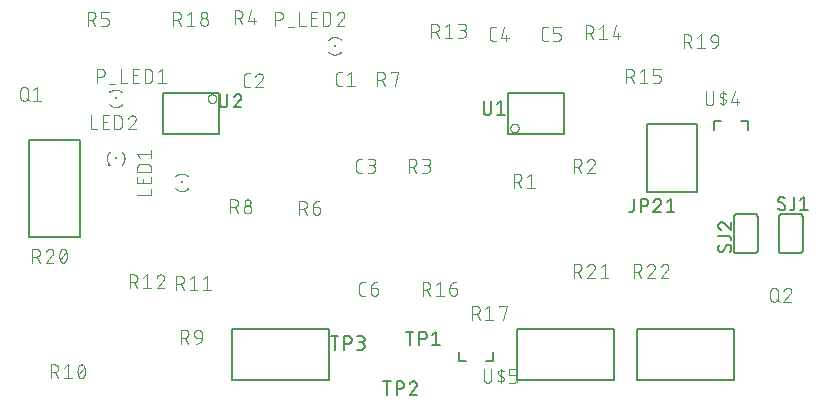
<source format=gbr>
G04 EAGLE Gerber RS-274X export*
G75*
%MOMM*%
%FSLAX34Y34*%
%LPD*%
%INSilkscreen Top*%
%IPPOS*%
%AMOC8*
5,1,8,0,0,1.08239X$1,22.5*%
G01*
%ADD10C,0.101600*%
%ADD11C,0.127000*%
%ADD12R,0.200000X0.200000*%
%ADD13R,0.150000X0.250000*%
%ADD14R,0.250000X0.150000*%
%ADD15C,0.152400*%
%ADD16C,0.050800*%


D10*
X280736Y264668D02*
X278139Y264668D01*
X278040Y264670D01*
X277940Y264676D01*
X277841Y264685D01*
X277743Y264698D01*
X277645Y264715D01*
X277547Y264736D01*
X277451Y264761D01*
X277356Y264789D01*
X277262Y264821D01*
X277169Y264856D01*
X277077Y264895D01*
X276987Y264938D01*
X276899Y264983D01*
X276812Y265033D01*
X276728Y265085D01*
X276645Y265141D01*
X276565Y265199D01*
X276487Y265261D01*
X276412Y265326D01*
X276339Y265394D01*
X276269Y265464D01*
X276201Y265537D01*
X276136Y265612D01*
X276074Y265690D01*
X276016Y265770D01*
X275960Y265853D01*
X275908Y265937D01*
X275858Y266024D01*
X275813Y266112D01*
X275770Y266202D01*
X275731Y266294D01*
X275696Y266387D01*
X275664Y266481D01*
X275636Y266576D01*
X275611Y266672D01*
X275590Y266770D01*
X275573Y266868D01*
X275560Y266966D01*
X275551Y267065D01*
X275545Y267165D01*
X275543Y267264D01*
X275543Y273756D01*
X275545Y273855D01*
X275551Y273955D01*
X275560Y274054D01*
X275573Y274152D01*
X275590Y274250D01*
X275611Y274348D01*
X275636Y274444D01*
X275664Y274539D01*
X275696Y274633D01*
X275731Y274726D01*
X275770Y274818D01*
X275813Y274908D01*
X275858Y274996D01*
X275908Y275083D01*
X275960Y275167D01*
X276016Y275250D01*
X276074Y275330D01*
X276136Y275408D01*
X276201Y275483D01*
X276269Y275556D01*
X276339Y275626D01*
X276412Y275694D01*
X276487Y275759D01*
X276565Y275821D01*
X276645Y275879D01*
X276728Y275935D01*
X276812Y275987D01*
X276899Y276037D01*
X276987Y276082D01*
X277077Y276125D01*
X277169Y276164D01*
X277261Y276199D01*
X277356Y276231D01*
X277451Y276259D01*
X277547Y276284D01*
X277645Y276305D01*
X277743Y276322D01*
X277841Y276335D01*
X277940Y276344D01*
X278040Y276350D01*
X278139Y276352D01*
X280736Y276352D01*
X285101Y273756D02*
X288346Y276352D01*
X288346Y264668D01*
X285101Y264668D02*
X291592Y264668D01*
X202551Y263398D02*
X199954Y263398D01*
X199855Y263400D01*
X199755Y263406D01*
X199656Y263415D01*
X199558Y263428D01*
X199460Y263445D01*
X199362Y263466D01*
X199266Y263491D01*
X199171Y263519D01*
X199077Y263551D01*
X198984Y263586D01*
X198892Y263625D01*
X198802Y263668D01*
X198714Y263713D01*
X198627Y263763D01*
X198543Y263815D01*
X198460Y263871D01*
X198380Y263929D01*
X198302Y263991D01*
X198227Y264056D01*
X198154Y264124D01*
X198084Y264194D01*
X198016Y264267D01*
X197951Y264342D01*
X197889Y264420D01*
X197831Y264500D01*
X197775Y264583D01*
X197723Y264667D01*
X197673Y264754D01*
X197628Y264842D01*
X197585Y264932D01*
X197546Y265024D01*
X197511Y265117D01*
X197479Y265211D01*
X197451Y265306D01*
X197426Y265402D01*
X197405Y265500D01*
X197388Y265598D01*
X197375Y265696D01*
X197366Y265795D01*
X197360Y265895D01*
X197358Y265994D01*
X197358Y272486D01*
X197360Y272585D01*
X197366Y272685D01*
X197375Y272784D01*
X197388Y272882D01*
X197405Y272980D01*
X197426Y273078D01*
X197451Y273174D01*
X197479Y273269D01*
X197511Y273363D01*
X197546Y273456D01*
X197585Y273548D01*
X197628Y273638D01*
X197673Y273726D01*
X197723Y273813D01*
X197775Y273897D01*
X197831Y273980D01*
X197889Y274060D01*
X197951Y274138D01*
X198016Y274213D01*
X198084Y274286D01*
X198154Y274356D01*
X198227Y274424D01*
X198302Y274489D01*
X198380Y274551D01*
X198460Y274609D01*
X198543Y274665D01*
X198627Y274717D01*
X198714Y274767D01*
X198802Y274812D01*
X198892Y274855D01*
X198984Y274894D01*
X199076Y274929D01*
X199171Y274961D01*
X199266Y274989D01*
X199362Y275014D01*
X199460Y275035D01*
X199558Y275052D01*
X199656Y275065D01*
X199755Y275074D01*
X199855Y275080D01*
X199954Y275082D01*
X202551Y275082D01*
X210486Y275082D02*
X210593Y275080D01*
X210699Y275074D01*
X210805Y275064D01*
X210911Y275051D01*
X211017Y275033D01*
X211121Y275012D01*
X211225Y274987D01*
X211328Y274958D01*
X211429Y274926D01*
X211529Y274889D01*
X211628Y274849D01*
X211726Y274806D01*
X211822Y274759D01*
X211916Y274708D01*
X212008Y274654D01*
X212098Y274597D01*
X212186Y274537D01*
X212271Y274473D01*
X212354Y274406D01*
X212435Y274336D01*
X212513Y274264D01*
X212589Y274188D01*
X212661Y274110D01*
X212731Y274029D01*
X212798Y273946D01*
X212862Y273861D01*
X212922Y273773D01*
X212979Y273683D01*
X213033Y273591D01*
X213084Y273497D01*
X213131Y273401D01*
X213174Y273303D01*
X213214Y273204D01*
X213251Y273104D01*
X213283Y273003D01*
X213312Y272900D01*
X213337Y272796D01*
X213358Y272692D01*
X213376Y272586D01*
X213389Y272480D01*
X213399Y272374D01*
X213405Y272268D01*
X213407Y272161D01*
X210486Y275082D02*
X210365Y275080D01*
X210244Y275074D01*
X210124Y275064D01*
X210003Y275051D01*
X209884Y275033D01*
X209764Y275012D01*
X209646Y274987D01*
X209529Y274958D01*
X209412Y274925D01*
X209297Y274889D01*
X209183Y274848D01*
X209070Y274805D01*
X208958Y274757D01*
X208849Y274706D01*
X208741Y274651D01*
X208634Y274593D01*
X208530Y274532D01*
X208428Y274467D01*
X208328Y274399D01*
X208230Y274328D01*
X208134Y274254D01*
X208041Y274177D01*
X207951Y274096D01*
X207863Y274013D01*
X207778Y273927D01*
X207695Y273838D01*
X207616Y273747D01*
X207539Y273653D01*
X207466Y273557D01*
X207396Y273459D01*
X207329Y273358D01*
X207265Y273255D01*
X207205Y273150D01*
X207148Y273043D01*
X207094Y272935D01*
X207044Y272825D01*
X206998Y272713D01*
X206955Y272600D01*
X206916Y272485D01*
X212434Y269889D02*
X212513Y269966D01*
X212589Y270047D01*
X212662Y270130D01*
X212732Y270215D01*
X212799Y270303D01*
X212863Y270393D01*
X212923Y270485D01*
X212980Y270580D01*
X213034Y270676D01*
X213085Y270774D01*
X213132Y270874D01*
X213176Y270976D01*
X213216Y271079D01*
X213252Y271183D01*
X213284Y271289D01*
X213313Y271395D01*
X213338Y271503D01*
X213360Y271611D01*
X213377Y271721D01*
X213391Y271830D01*
X213400Y271940D01*
X213406Y272051D01*
X213408Y272161D01*
X212434Y269889D02*
X206916Y263398D01*
X213407Y263398D01*
X295204Y191008D02*
X297801Y191008D01*
X295204Y191008D02*
X295105Y191010D01*
X295005Y191016D01*
X294906Y191025D01*
X294808Y191038D01*
X294710Y191055D01*
X294612Y191076D01*
X294516Y191101D01*
X294421Y191129D01*
X294327Y191161D01*
X294234Y191196D01*
X294142Y191235D01*
X294052Y191278D01*
X293964Y191323D01*
X293877Y191373D01*
X293793Y191425D01*
X293710Y191481D01*
X293630Y191539D01*
X293552Y191601D01*
X293477Y191666D01*
X293404Y191734D01*
X293334Y191804D01*
X293266Y191877D01*
X293201Y191952D01*
X293139Y192030D01*
X293081Y192110D01*
X293025Y192193D01*
X292973Y192277D01*
X292923Y192364D01*
X292878Y192452D01*
X292835Y192542D01*
X292796Y192634D01*
X292761Y192727D01*
X292729Y192821D01*
X292701Y192916D01*
X292676Y193012D01*
X292655Y193110D01*
X292638Y193208D01*
X292625Y193306D01*
X292616Y193405D01*
X292610Y193505D01*
X292608Y193604D01*
X292608Y200096D01*
X292610Y200195D01*
X292616Y200295D01*
X292625Y200394D01*
X292638Y200492D01*
X292655Y200590D01*
X292676Y200688D01*
X292701Y200784D01*
X292729Y200879D01*
X292761Y200973D01*
X292796Y201066D01*
X292835Y201158D01*
X292878Y201248D01*
X292923Y201336D01*
X292973Y201423D01*
X293025Y201507D01*
X293081Y201590D01*
X293139Y201670D01*
X293201Y201748D01*
X293266Y201823D01*
X293334Y201896D01*
X293404Y201966D01*
X293477Y202034D01*
X293552Y202099D01*
X293630Y202161D01*
X293710Y202219D01*
X293793Y202275D01*
X293877Y202327D01*
X293964Y202377D01*
X294052Y202422D01*
X294142Y202465D01*
X294234Y202504D01*
X294326Y202539D01*
X294421Y202571D01*
X294516Y202599D01*
X294612Y202624D01*
X294710Y202645D01*
X294808Y202662D01*
X294906Y202675D01*
X295005Y202684D01*
X295105Y202690D01*
X295204Y202692D01*
X297801Y202692D01*
X302166Y191008D02*
X305412Y191008D01*
X305525Y191010D01*
X305638Y191016D01*
X305751Y191026D01*
X305864Y191040D01*
X305976Y191057D01*
X306087Y191079D01*
X306197Y191104D01*
X306307Y191134D01*
X306415Y191167D01*
X306522Y191204D01*
X306628Y191244D01*
X306732Y191289D01*
X306835Y191337D01*
X306936Y191388D01*
X307035Y191443D01*
X307132Y191501D01*
X307227Y191563D01*
X307320Y191628D01*
X307410Y191696D01*
X307498Y191767D01*
X307584Y191842D01*
X307667Y191919D01*
X307747Y191999D01*
X307824Y192082D01*
X307899Y192168D01*
X307970Y192256D01*
X308038Y192346D01*
X308103Y192439D01*
X308165Y192534D01*
X308223Y192631D01*
X308278Y192730D01*
X308329Y192831D01*
X308377Y192934D01*
X308422Y193038D01*
X308462Y193144D01*
X308499Y193251D01*
X308532Y193359D01*
X308562Y193469D01*
X308587Y193579D01*
X308609Y193690D01*
X308626Y193802D01*
X308640Y193915D01*
X308650Y194028D01*
X308656Y194141D01*
X308658Y194254D01*
X308656Y194367D01*
X308650Y194480D01*
X308640Y194593D01*
X308626Y194706D01*
X308609Y194818D01*
X308587Y194929D01*
X308562Y195039D01*
X308532Y195149D01*
X308499Y195257D01*
X308462Y195364D01*
X308422Y195470D01*
X308377Y195574D01*
X308329Y195677D01*
X308278Y195778D01*
X308223Y195877D01*
X308165Y195974D01*
X308103Y196069D01*
X308038Y196162D01*
X307970Y196252D01*
X307899Y196340D01*
X307824Y196426D01*
X307747Y196509D01*
X307667Y196589D01*
X307584Y196666D01*
X307498Y196741D01*
X307410Y196812D01*
X307320Y196880D01*
X307227Y196945D01*
X307132Y197007D01*
X307035Y197065D01*
X306936Y197120D01*
X306835Y197171D01*
X306732Y197219D01*
X306628Y197264D01*
X306522Y197304D01*
X306415Y197341D01*
X306307Y197374D01*
X306197Y197404D01*
X306087Y197429D01*
X305976Y197451D01*
X305864Y197468D01*
X305751Y197482D01*
X305638Y197492D01*
X305525Y197498D01*
X305412Y197500D01*
X306061Y202692D02*
X302166Y202692D01*
X306061Y202692D02*
X306162Y202690D01*
X306262Y202684D01*
X306362Y202674D01*
X306462Y202661D01*
X306561Y202643D01*
X306660Y202622D01*
X306757Y202597D01*
X306854Y202568D01*
X306949Y202535D01*
X307043Y202499D01*
X307135Y202459D01*
X307226Y202416D01*
X307315Y202369D01*
X307402Y202319D01*
X307488Y202265D01*
X307571Y202208D01*
X307651Y202148D01*
X307730Y202085D01*
X307806Y202018D01*
X307879Y201949D01*
X307949Y201877D01*
X308017Y201803D01*
X308082Y201726D01*
X308143Y201646D01*
X308202Y201564D01*
X308257Y201480D01*
X308309Y201394D01*
X308358Y201306D01*
X308403Y201216D01*
X308445Y201124D01*
X308483Y201031D01*
X308517Y200936D01*
X308548Y200841D01*
X308575Y200744D01*
X308598Y200646D01*
X308618Y200547D01*
X308633Y200447D01*
X308645Y200347D01*
X308653Y200247D01*
X308657Y200146D01*
X308657Y200046D01*
X308653Y199945D01*
X308645Y199845D01*
X308633Y199745D01*
X308618Y199645D01*
X308598Y199546D01*
X308575Y199448D01*
X308548Y199351D01*
X308517Y199256D01*
X308483Y199161D01*
X308445Y199068D01*
X308403Y198976D01*
X308358Y198886D01*
X308309Y198798D01*
X308257Y198712D01*
X308202Y198628D01*
X308143Y198546D01*
X308082Y198466D01*
X308017Y198389D01*
X307949Y198315D01*
X307879Y198243D01*
X307806Y198174D01*
X307730Y198107D01*
X307651Y198044D01*
X307571Y197984D01*
X307488Y197927D01*
X307402Y197873D01*
X307315Y197823D01*
X307226Y197776D01*
X307135Y197733D01*
X307043Y197693D01*
X306949Y197657D01*
X306854Y197624D01*
X306757Y197595D01*
X306660Y197570D01*
X306561Y197549D01*
X306462Y197531D01*
X306362Y197518D01*
X306262Y197508D01*
X306162Y197502D01*
X306061Y197500D01*
X306061Y197499D02*
X303464Y197499D01*
X408234Y302768D02*
X410831Y302768D01*
X408234Y302768D02*
X408135Y302770D01*
X408035Y302776D01*
X407936Y302785D01*
X407838Y302798D01*
X407740Y302815D01*
X407642Y302836D01*
X407546Y302861D01*
X407451Y302889D01*
X407357Y302921D01*
X407264Y302956D01*
X407172Y302995D01*
X407082Y303038D01*
X406994Y303083D01*
X406907Y303133D01*
X406823Y303185D01*
X406740Y303241D01*
X406660Y303299D01*
X406582Y303361D01*
X406507Y303426D01*
X406434Y303494D01*
X406364Y303564D01*
X406296Y303637D01*
X406231Y303712D01*
X406169Y303790D01*
X406111Y303870D01*
X406055Y303953D01*
X406003Y304037D01*
X405953Y304124D01*
X405908Y304212D01*
X405865Y304302D01*
X405826Y304394D01*
X405791Y304487D01*
X405759Y304581D01*
X405731Y304676D01*
X405706Y304772D01*
X405685Y304870D01*
X405668Y304968D01*
X405655Y305066D01*
X405646Y305165D01*
X405640Y305265D01*
X405638Y305364D01*
X405638Y311856D01*
X405640Y311955D01*
X405646Y312055D01*
X405655Y312154D01*
X405668Y312252D01*
X405685Y312350D01*
X405706Y312448D01*
X405731Y312544D01*
X405759Y312639D01*
X405791Y312733D01*
X405826Y312826D01*
X405865Y312918D01*
X405908Y313008D01*
X405953Y313096D01*
X406003Y313183D01*
X406055Y313267D01*
X406111Y313350D01*
X406169Y313430D01*
X406231Y313508D01*
X406296Y313583D01*
X406364Y313656D01*
X406434Y313726D01*
X406507Y313794D01*
X406582Y313859D01*
X406660Y313921D01*
X406740Y313979D01*
X406823Y314035D01*
X406907Y314087D01*
X406994Y314137D01*
X407082Y314182D01*
X407172Y314225D01*
X407264Y314264D01*
X407356Y314299D01*
X407451Y314331D01*
X407546Y314359D01*
X407642Y314384D01*
X407740Y314405D01*
X407838Y314422D01*
X407936Y314435D01*
X408035Y314444D01*
X408135Y314450D01*
X408234Y314452D01*
X410831Y314452D01*
X417793Y314452D02*
X415196Y305364D01*
X421687Y305364D01*
X419740Y307961D02*
X419740Y302768D01*
X452129Y302768D02*
X454726Y302768D01*
X452129Y302768D02*
X452030Y302770D01*
X451930Y302776D01*
X451831Y302785D01*
X451733Y302798D01*
X451635Y302815D01*
X451537Y302836D01*
X451441Y302861D01*
X451346Y302889D01*
X451252Y302921D01*
X451159Y302956D01*
X451067Y302995D01*
X450977Y303038D01*
X450889Y303083D01*
X450802Y303133D01*
X450718Y303185D01*
X450635Y303241D01*
X450555Y303299D01*
X450477Y303361D01*
X450402Y303426D01*
X450329Y303494D01*
X450259Y303564D01*
X450191Y303637D01*
X450126Y303712D01*
X450064Y303790D01*
X450006Y303870D01*
X449950Y303953D01*
X449898Y304037D01*
X449848Y304124D01*
X449803Y304212D01*
X449760Y304302D01*
X449721Y304394D01*
X449686Y304487D01*
X449654Y304581D01*
X449626Y304676D01*
X449601Y304772D01*
X449580Y304870D01*
X449563Y304968D01*
X449550Y305066D01*
X449541Y305165D01*
X449535Y305265D01*
X449533Y305364D01*
X449533Y311856D01*
X449535Y311955D01*
X449541Y312055D01*
X449550Y312154D01*
X449563Y312252D01*
X449580Y312350D01*
X449601Y312448D01*
X449626Y312544D01*
X449654Y312639D01*
X449686Y312733D01*
X449721Y312826D01*
X449760Y312918D01*
X449803Y313008D01*
X449848Y313096D01*
X449898Y313183D01*
X449950Y313267D01*
X450006Y313350D01*
X450064Y313430D01*
X450126Y313508D01*
X450191Y313583D01*
X450259Y313656D01*
X450329Y313726D01*
X450402Y313794D01*
X450477Y313859D01*
X450555Y313921D01*
X450635Y313979D01*
X450718Y314035D01*
X450802Y314087D01*
X450889Y314137D01*
X450977Y314182D01*
X451067Y314225D01*
X451159Y314264D01*
X451251Y314299D01*
X451346Y314331D01*
X451441Y314359D01*
X451537Y314384D01*
X451635Y314405D01*
X451733Y314422D01*
X451831Y314435D01*
X451930Y314444D01*
X452030Y314450D01*
X452129Y314452D01*
X454726Y314452D01*
X459091Y302768D02*
X462986Y302768D01*
X463085Y302770D01*
X463185Y302776D01*
X463284Y302785D01*
X463382Y302798D01*
X463480Y302815D01*
X463578Y302836D01*
X463674Y302861D01*
X463769Y302889D01*
X463863Y302921D01*
X463956Y302956D01*
X464048Y302995D01*
X464138Y303038D01*
X464226Y303083D01*
X464313Y303133D01*
X464397Y303185D01*
X464480Y303241D01*
X464560Y303299D01*
X464638Y303361D01*
X464713Y303426D01*
X464786Y303494D01*
X464856Y303564D01*
X464924Y303637D01*
X464989Y303712D01*
X465051Y303790D01*
X465109Y303870D01*
X465165Y303953D01*
X465217Y304037D01*
X465267Y304124D01*
X465312Y304212D01*
X465355Y304302D01*
X465394Y304394D01*
X465429Y304487D01*
X465461Y304581D01*
X465489Y304676D01*
X465514Y304772D01*
X465535Y304870D01*
X465552Y304968D01*
X465565Y305066D01*
X465574Y305165D01*
X465580Y305265D01*
X465582Y305364D01*
X465582Y306663D01*
X465580Y306762D01*
X465574Y306862D01*
X465565Y306961D01*
X465552Y307059D01*
X465535Y307157D01*
X465514Y307255D01*
X465489Y307351D01*
X465461Y307446D01*
X465429Y307540D01*
X465394Y307633D01*
X465355Y307725D01*
X465312Y307815D01*
X465267Y307903D01*
X465217Y307990D01*
X465165Y308074D01*
X465109Y308157D01*
X465051Y308237D01*
X464989Y308315D01*
X464924Y308390D01*
X464856Y308463D01*
X464786Y308533D01*
X464713Y308601D01*
X464638Y308666D01*
X464560Y308728D01*
X464480Y308786D01*
X464397Y308842D01*
X464313Y308894D01*
X464226Y308944D01*
X464138Y308989D01*
X464048Y309032D01*
X463956Y309071D01*
X463863Y309106D01*
X463769Y309138D01*
X463674Y309166D01*
X463578Y309191D01*
X463480Y309212D01*
X463382Y309229D01*
X463284Y309242D01*
X463185Y309251D01*
X463085Y309257D01*
X462986Y309259D01*
X459091Y309259D01*
X459091Y314452D01*
X465582Y314452D01*
X300341Y86868D02*
X297744Y86868D01*
X297645Y86870D01*
X297545Y86876D01*
X297446Y86885D01*
X297348Y86898D01*
X297250Y86915D01*
X297152Y86936D01*
X297056Y86961D01*
X296961Y86989D01*
X296867Y87021D01*
X296774Y87056D01*
X296682Y87095D01*
X296592Y87138D01*
X296504Y87183D01*
X296417Y87233D01*
X296333Y87285D01*
X296250Y87341D01*
X296170Y87399D01*
X296092Y87461D01*
X296017Y87526D01*
X295944Y87594D01*
X295874Y87664D01*
X295806Y87737D01*
X295741Y87812D01*
X295679Y87890D01*
X295621Y87970D01*
X295565Y88053D01*
X295513Y88137D01*
X295463Y88224D01*
X295418Y88312D01*
X295375Y88402D01*
X295336Y88494D01*
X295301Y88587D01*
X295269Y88681D01*
X295241Y88776D01*
X295216Y88872D01*
X295195Y88970D01*
X295178Y89068D01*
X295165Y89166D01*
X295156Y89265D01*
X295150Y89365D01*
X295148Y89464D01*
X295148Y95956D01*
X295150Y96055D01*
X295156Y96155D01*
X295165Y96254D01*
X295178Y96352D01*
X295195Y96450D01*
X295216Y96548D01*
X295241Y96644D01*
X295269Y96739D01*
X295301Y96833D01*
X295336Y96926D01*
X295375Y97018D01*
X295418Y97108D01*
X295463Y97196D01*
X295513Y97283D01*
X295565Y97367D01*
X295621Y97450D01*
X295679Y97530D01*
X295741Y97608D01*
X295806Y97683D01*
X295874Y97756D01*
X295944Y97826D01*
X296017Y97894D01*
X296092Y97959D01*
X296170Y98021D01*
X296250Y98079D01*
X296333Y98135D01*
X296417Y98187D01*
X296504Y98237D01*
X296592Y98282D01*
X296682Y98325D01*
X296774Y98364D01*
X296866Y98399D01*
X296961Y98431D01*
X297056Y98459D01*
X297152Y98484D01*
X297250Y98505D01*
X297348Y98522D01*
X297446Y98535D01*
X297545Y98544D01*
X297645Y98550D01*
X297744Y98552D01*
X300341Y98552D01*
X304706Y93359D02*
X308601Y93359D01*
X308700Y93357D01*
X308800Y93351D01*
X308899Y93342D01*
X308997Y93329D01*
X309095Y93312D01*
X309193Y93291D01*
X309289Y93266D01*
X309384Y93238D01*
X309478Y93206D01*
X309571Y93171D01*
X309663Y93132D01*
X309753Y93089D01*
X309841Y93044D01*
X309928Y92994D01*
X310012Y92942D01*
X310095Y92886D01*
X310175Y92828D01*
X310253Y92766D01*
X310328Y92701D01*
X310401Y92633D01*
X310471Y92563D01*
X310539Y92490D01*
X310604Y92415D01*
X310666Y92337D01*
X310724Y92257D01*
X310780Y92174D01*
X310832Y92090D01*
X310882Y92003D01*
X310927Y91915D01*
X310970Y91825D01*
X311009Y91733D01*
X311044Y91640D01*
X311076Y91546D01*
X311104Y91451D01*
X311129Y91355D01*
X311150Y91257D01*
X311167Y91159D01*
X311180Y91061D01*
X311189Y90962D01*
X311195Y90862D01*
X311197Y90763D01*
X311197Y90114D01*
X311198Y90114D02*
X311196Y90001D01*
X311190Y89888D01*
X311180Y89775D01*
X311166Y89662D01*
X311149Y89550D01*
X311127Y89439D01*
X311102Y89329D01*
X311072Y89219D01*
X311039Y89111D01*
X311002Y89004D01*
X310962Y88898D01*
X310917Y88794D01*
X310869Y88691D01*
X310818Y88590D01*
X310763Y88491D01*
X310705Y88394D01*
X310643Y88299D01*
X310578Y88206D01*
X310510Y88116D01*
X310439Y88028D01*
X310364Y87942D01*
X310287Y87859D01*
X310207Y87779D01*
X310124Y87702D01*
X310038Y87627D01*
X309950Y87556D01*
X309860Y87488D01*
X309767Y87423D01*
X309672Y87361D01*
X309575Y87303D01*
X309476Y87248D01*
X309375Y87197D01*
X309272Y87149D01*
X309168Y87104D01*
X309062Y87064D01*
X308955Y87027D01*
X308847Y86994D01*
X308737Y86964D01*
X308627Y86939D01*
X308516Y86917D01*
X308404Y86900D01*
X308291Y86886D01*
X308178Y86876D01*
X308065Y86870D01*
X307952Y86868D01*
X307839Y86870D01*
X307726Y86876D01*
X307613Y86886D01*
X307500Y86900D01*
X307388Y86917D01*
X307277Y86939D01*
X307167Y86964D01*
X307057Y86994D01*
X306949Y87027D01*
X306842Y87064D01*
X306736Y87104D01*
X306632Y87149D01*
X306529Y87197D01*
X306428Y87248D01*
X306329Y87303D01*
X306232Y87361D01*
X306137Y87423D01*
X306044Y87488D01*
X305954Y87556D01*
X305866Y87627D01*
X305780Y87702D01*
X305697Y87779D01*
X305617Y87859D01*
X305540Y87942D01*
X305465Y88028D01*
X305394Y88116D01*
X305326Y88206D01*
X305261Y88299D01*
X305199Y88394D01*
X305141Y88491D01*
X305086Y88590D01*
X305035Y88691D01*
X304987Y88794D01*
X304942Y88898D01*
X304902Y89004D01*
X304865Y89111D01*
X304832Y89219D01*
X304802Y89329D01*
X304777Y89439D01*
X304755Y89550D01*
X304738Y89662D01*
X304724Y89775D01*
X304714Y89888D01*
X304708Y90001D01*
X304706Y90114D01*
X304706Y93359D01*
X304708Y93502D01*
X304714Y93645D01*
X304724Y93788D01*
X304738Y93930D01*
X304755Y94072D01*
X304777Y94214D01*
X304802Y94355D01*
X304832Y94495D01*
X304865Y94634D01*
X304902Y94772D01*
X304943Y94909D01*
X304987Y95045D01*
X305036Y95180D01*
X305088Y95313D01*
X305143Y95445D01*
X305203Y95575D01*
X305266Y95704D01*
X305332Y95831D01*
X305402Y95955D01*
X305475Y96078D01*
X305552Y96199D01*
X305632Y96318D01*
X305715Y96434D01*
X305801Y96549D01*
X305890Y96660D01*
X305983Y96770D01*
X306078Y96876D01*
X306177Y96980D01*
X306278Y97081D01*
X306382Y97180D01*
X306488Y97275D01*
X306598Y97368D01*
X306709Y97457D01*
X306824Y97543D01*
X306940Y97626D01*
X307059Y97706D01*
X307180Y97783D01*
X307302Y97856D01*
X307427Y97926D01*
X307554Y97992D01*
X307683Y98055D01*
X307813Y98115D01*
X307945Y98170D01*
X308078Y98222D01*
X308213Y98271D01*
X308349Y98315D01*
X308486Y98356D01*
X308624Y98393D01*
X308763Y98426D01*
X308903Y98456D01*
X309044Y98481D01*
X309186Y98503D01*
X309328Y98520D01*
X309470Y98534D01*
X309613Y98544D01*
X309756Y98550D01*
X309899Y98552D01*
D11*
X187350Y58300D02*
X187350Y15800D01*
X269850Y15800D01*
X269850Y58300D01*
X187350Y58300D01*
X58300Y219050D02*
X15800Y219050D01*
X15800Y136550D01*
X58300Y136550D01*
X58300Y219050D01*
X538600Y174450D02*
X581100Y174450D01*
X581100Y231950D01*
X538600Y231950D01*
X538600Y174450D01*
D10*
X94400Y259000D02*
X94276Y259133D01*
X94148Y259263D01*
X94018Y259390D01*
X93884Y259514D01*
X93748Y259635D01*
X93608Y259752D01*
X93466Y259865D01*
X93321Y259975D01*
X93173Y260082D01*
X93023Y260185D01*
X92870Y260284D01*
X92715Y260379D01*
X92558Y260471D01*
X92398Y260558D01*
X92236Y260642D01*
X92073Y260722D01*
X91907Y260798D01*
X91740Y260869D01*
X91570Y260937D01*
X91400Y261000D01*
X91228Y261059D01*
X91054Y261114D01*
X90879Y261165D01*
X90703Y261211D01*
X90526Y261253D01*
X90348Y261291D01*
X90168Y261324D01*
X89989Y261353D01*
X89808Y261377D01*
X89627Y261397D01*
X89446Y261413D01*
X89264Y261424D01*
X89082Y261431D01*
X88900Y261433D01*
X88718Y261431D01*
X88536Y261424D01*
X88354Y261413D01*
X88173Y261397D01*
X87992Y261377D01*
X87811Y261353D01*
X87632Y261324D01*
X87452Y261291D01*
X87274Y261253D01*
X87097Y261211D01*
X86921Y261165D01*
X86746Y261114D01*
X86572Y261059D01*
X86400Y261000D01*
X86230Y260937D01*
X86060Y260869D01*
X85893Y260798D01*
X85727Y260722D01*
X85564Y260642D01*
X85402Y260558D01*
X85242Y260471D01*
X85085Y260379D01*
X84930Y260284D01*
X84777Y260185D01*
X84627Y260082D01*
X84479Y259975D01*
X84334Y259865D01*
X84192Y259752D01*
X84052Y259635D01*
X83916Y259514D01*
X83782Y259390D01*
X83652Y259263D01*
X83524Y259133D01*
X83400Y259000D01*
X83400Y249000D02*
X83524Y248867D01*
X83652Y248737D01*
X83782Y248610D01*
X83916Y248486D01*
X84052Y248365D01*
X84192Y248248D01*
X84334Y248135D01*
X84479Y248025D01*
X84627Y247918D01*
X84777Y247815D01*
X84930Y247716D01*
X85085Y247621D01*
X85242Y247529D01*
X85402Y247442D01*
X85564Y247358D01*
X85727Y247278D01*
X85893Y247202D01*
X86060Y247131D01*
X86230Y247063D01*
X86400Y247000D01*
X86572Y246941D01*
X86746Y246886D01*
X86921Y246835D01*
X87097Y246789D01*
X87274Y246747D01*
X87452Y246709D01*
X87632Y246676D01*
X87811Y246647D01*
X87992Y246623D01*
X88173Y246603D01*
X88354Y246587D01*
X88536Y246576D01*
X88718Y246569D01*
X88900Y246567D01*
X89082Y246569D01*
X89264Y246576D01*
X89446Y246587D01*
X89627Y246603D01*
X89808Y246623D01*
X89989Y246647D01*
X90168Y246676D01*
X90348Y246709D01*
X90526Y246747D01*
X90703Y246789D01*
X90879Y246835D01*
X91054Y246886D01*
X91228Y246941D01*
X91400Y247000D01*
X91570Y247063D01*
X91740Y247131D01*
X91907Y247202D01*
X92073Y247278D01*
X92236Y247358D01*
X92398Y247442D01*
X92558Y247529D01*
X92715Y247621D01*
X92870Y247716D01*
X93023Y247815D01*
X93173Y247918D01*
X93321Y248025D01*
X93466Y248135D01*
X93608Y248248D01*
X93748Y248365D01*
X93884Y248486D01*
X94018Y248610D01*
X94148Y248737D01*
X94276Y248867D01*
X94400Y249000D01*
D12*
X88900Y254000D03*
D13*
X83650Y259750D03*
D10*
X73053Y267208D02*
X73053Y278892D01*
X76299Y278892D01*
X76412Y278890D01*
X76525Y278884D01*
X76638Y278874D01*
X76751Y278860D01*
X76863Y278843D01*
X76974Y278821D01*
X77084Y278796D01*
X77194Y278766D01*
X77302Y278733D01*
X77409Y278696D01*
X77515Y278656D01*
X77619Y278611D01*
X77722Y278563D01*
X77823Y278512D01*
X77922Y278457D01*
X78019Y278399D01*
X78114Y278337D01*
X78207Y278272D01*
X78297Y278204D01*
X78385Y278133D01*
X78471Y278058D01*
X78554Y277981D01*
X78634Y277901D01*
X78711Y277818D01*
X78786Y277732D01*
X78857Y277644D01*
X78925Y277554D01*
X78990Y277461D01*
X79052Y277366D01*
X79110Y277269D01*
X79165Y277170D01*
X79216Y277069D01*
X79264Y276966D01*
X79309Y276862D01*
X79349Y276756D01*
X79386Y276649D01*
X79419Y276541D01*
X79449Y276431D01*
X79474Y276321D01*
X79496Y276210D01*
X79513Y276098D01*
X79527Y275985D01*
X79537Y275872D01*
X79543Y275759D01*
X79545Y275646D01*
X79543Y275533D01*
X79537Y275420D01*
X79527Y275307D01*
X79513Y275194D01*
X79496Y275082D01*
X79474Y274971D01*
X79449Y274861D01*
X79419Y274751D01*
X79386Y274643D01*
X79349Y274536D01*
X79309Y274430D01*
X79264Y274326D01*
X79216Y274223D01*
X79165Y274122D01*
X79110Y274023D01*
X79052Y273926D01*
X78990Y273831D01*
X78925Y273738D01*
X78857Y273648D01*
X78786Y273560D01*
X78711Y273474D01*
X78634Y273391D01*
X78554Y273311D01*
X78471Y273234D01*
X78385Y273159D01*
X78297Y273088D01*
X78207Y273020D01*
X78114Y272955D01*
X78019Y272893D01*
X77922Y272835D01*
X77823Y272780D01*
X77722Y272729D01*
X77619Y272681D01*
X77515Y272636D01*
X77409Y272596D01*
X77302Y272559D01*
X77194Y272526D01*
X77084Y272496D01*
X76974Y272471D01*
X76863Y272449D01*
X76751Y272432D01*
X76638Y272418D01*
X76525Y272408D01*
X76412Y272402D01*
X76299Y272400D01*
X76299Y272401D02*
X73053Y272401D01*
X83439Y265910D02*
X88632Y265910D01*
X93481Y267208D02*
X93481Y278892D01*
X93481Y267208D02*
X98673Y267208D01*
X103387Y267208D02*
X108579Y267208D01*
X103387Y267208D02*
X103387Y278892D01*
X108579Y278892D01*
X107281Y273699D02*
X103387Y273699D01*
X113270Y278892D02*
X113270Y267208D01*
X113270Y278892D02*
X116515Y278892D01*
X116628Y278890D01*
X116741Y278884D01*
X116854Y278874D01*
X116967Y278860D01*
X117079Y278843D01*
X117190Y278821D01*
X117300Y278796D01*
X117410Y278766D01*
X117518Y278733D01*
X117625Y278696D01*
X117731Y278656D01*
X117835Y278611D01*
X117938Y278563D01*
X118039Y278512D01*
X118138Y278457D01*
X118235Y278399D01*
X118330Y278337D01*
X118423Y278272D01*
X118513Y278204D01*
X118601Y278133D01*
X118687Y278058D01*
X118770Y277981D01*
X118850Y277901D01*
X118927Y277818D01*
X119002Y277732D01*
X119073Y277644D01*
X119141Y277554D01*
X119206Y277461D01*
X119268Y277366D01*
X119326Y277269D01*
X119381Y277170D01*
X119432Y277069D01*
X119480Y276966D01*
X119525Y276862D01*
X119565Y276756D01*
X119602Y276649D01*
X119635Y276541D01*
X119665Y276431D01*
X119690Y276321D01*
X119712Y276210D01*
X119729Y276098D01*
X119743Y275985D01*
X119753Y275872D01*
X119759Y275759D01*
X119761Y275646D01*
X119761Y270454D01*
X119762Y270454D02*
X119760Y270341D01*
X119754Y270228D01*
X119744Y270115D01*
X119730Y270002D01*
X119713Y269890D01*
X119691Y269779D01*
X119666Y269669D01*
X119636Y269559D01*
X119603Y269451D01*
X119566Y269344D01*
X119526Y269238D01*
X119481Y269134D01*
X119433Y269031D01*
X119382Y268930D01*
X119327Y268831D01*
X119269Y268734D01*
X119207Y268639D01*
X119142Y268546D01*
X119074Y268456D01*
X119003Y268368D01*
X118928Y268282D01*
X118851Y268199D01*
X118771Y268119D01*
X118688Y268042D01*
X118602Y267967D01*
X118514Y267896D01*
X118424Y267828D01*
X118331Y267763D01*
X118236Y267701D01*
X118139Y267643D01*
X118040Y267588D01*
X117939Y267537D01*
X117836Y267489D01*
X117732Y267444D01*
X117626Y267404D01*
X117519Y267367D01*
X117411Y267334D01*
X117301Y267304D01*
X117191Y267279D01*
X117080Y267257D01*
X116968Y267240D01*
X116855Y267226D01*
X116742Y267216D01*
X116629Y267210D01*
X116516Y267208D01*
X116515Y267208D02*
X113270Y267208D01*
X125081Y276296D02*
X128326Y278892D01*
X128326Y267208D01*
X125081Y267208D02*
X131572Y267208D01*
X268820Y293450D02*
X268944Y293317D01*
X269072Y293187D01*
X269202Y293060D01*
X269336Y292936D01*
X269472Y292815D01*
X269612Y292698D01*
X269754Y292585D01*
X269899Y292475D01*
X270047Y292368D01*
X270197Y292265D01*
X270350Y292166D01*
X270505Y292071D01*
X270662Y291979D01*
X270822Y291892D01*
X270984Y291808D01*
X271147Y291728D01*
X271313Y291652D01*
X271480Y291581D01*
X271650Y291513D01*
X271820Y291450D01*
X271992Y291391D01*
X272166Y291336D01*
X272341Y291285D01*
X272517Y291239D01*
X272694Y291197D01*
X272872Y291159D01*
X273052Y291126D01*
X273231Y291097D01*
X273412Y291073D01*
X273593Y291053D01*
X273774Y291037D01*
X273956Y291026D01*
X274138Y291019D01*
X274320Y291017D01*
X274502Y291019D01*
X274684Y291026D01*
X274866Y291037D01*
X275047Y291053D01*
X275228Y291073D01*
X275409Y291097D01*
X275588Y291126D01*
X275768Y291159D01*
X275946Y291197D01*
X276123Y291239D01*
X276299Y291285D01*
X276474Y291336D01*
X276648Y291391D01*
X276820Y291450D01*
X276990Y291513D01*
X277160Y291581D01*
X277327Y291652D01*
X277493Y291728D01*
X277656Y291808D01*
X277818Y291892D01*
X277978Y291979D01*
X278135Y292071D01*
X278290Y292166D01*
X278443Y292265D01*
X278593Y292368D01*
X278741Y292475D01*
X278886Y292585D01*
X279028Y292698D01*
X279168Y292815D01*
X279304Y292936D01*
X279438Y293060D01*
X279568Y293187D01*
X279696Y293317D01*
X279820Y293450D01*
X279820Y303450D02*
X279696Y303583D01*
X279568Y303713D01*
X279438Y303840D01*
X279304Y303964D01*
X279168Y304085D01*
X279028Y304202D01*
X278886Y304315D01*
X278741Y304425D01*
X278593Y304532D01*
X278443Y304635D01*
X278290Y304734D01*
X278135Y304829D01*
X277978Y304921D01*
X277818Y305008D01*
X277656Y305092D01*
X277493Y305172D01*
X277327Y305248D01*
X277160Y305319D01*
X276990Y305387D01*
X276820Y305450D01*
X276648Y305509D01*
X276474Y305564D01*
X276299Y305615D01*
X276123Y305661D01*
X275946Y305703D01*
X275768Y305741D01*
X275588Y305774D01*
X275409Y305803D01*
X275228Y305827D01*
X275047Y305847D01*
X274866Y305863D01*
X274684Y305874D01*
X274502Y305881D01*
X274320Y305883D01*
X274138Y305881D01*
X273956Y305874D01*
X273774Y305863D01*
X273593Y305847D01*
X273412Y305827D01*
X273231Y305803D01*
X273052Y305774D01*
X272872Y305741D01*
X272694Y305703D01*
X272517Y305661D01*
X272341Y305615D01*
X272166Y305564D01*
X271992Y305509D01*
X271820Y305450D01*
X271650Y305387D01*
X271480Y305319D01*
X271313Y305248D01*
X271147Y305172D01*
X270984Y305092D01*
X270822Y305008D01*
X270662Y304921D01*
X270505Y304829D01*
X270350Y304734D01*
X270197Y304635D01*
X270047Y304532D01*
X269899Y304425D01*
X269754Y304315D01*
X269612Y304202D01*
X269472Y304085D01*
X269336Y303964D01*
X269202Y303840D01*
X269072Y303713D01*
X268944Y303583D01*
X268820Y303450D01*
D12*
X274320Y298450D03*
D13*
X279570Y292700D03*
D10*
X224028Y315468D02*
X224028Y327152D01*
X227274Y327152D01*
X227387Y327150D01*
X227500Y327144D01*
X227613Y327134D01*
X227726Y327120D01*
X227838Y327103D01*
X227949Y327081D01*
X228059Y327056D01*
X228169Y327026D01*
X228277Y326993D01*
X228384Y326956D01*
X228490Y326916D01*
X228594Y326871D01*
X228697Y326823D01*
X228798Y326772D01*
X228897Y326717D01*
X228994Y326659D01*
X229089Y326597D01*
X229182Y326532D01*
X229272Y326464D01*
X229360Y326393D01*
X229446Y326318D01*
X229529Y326241D01*
X229609Y326161D01*
X229686Y326078D01*
X229761Y325992D01*
X229832Y325904D01*
X229900Y325814D01*
X229965Y325721D01*
X230027Y325626D01*
X230085Y325529D01*
X230140Y325430D01*
X230191Y325329D01*
X230239Y325226D01*
X230284Y325122D01*
X230324Y325016D01*
X230361Y324909D01*
X230394Y324801D01*
X230424Y324691D01*
X230449Y324581D01*
X230471Y324470D01*
X230488Y324358D01*
X230502Y324245D01*
X230512Y324132D01*
X230518Y324019D01*
X230520Y323906D01*
X230518Y323793D01*
X230512Y323680D01*
X230502Y323567D01*
X230488Y323454D01*
X230471Y323342D01*
X230449Y323231D01*
X230424Y323121D01*
X230394Y323011D01*
X230361Y322903D01*
X230324Y322796D01*
X230284Y322690D01*
X230239Y322586D01*
X230191Y322483D01*
X230140Y322382D01*
X230085Y322283D01*
X230027Y322186D01*
X229965Y322091D01*
X229900Y321998D01*
X229832Y321908D01*
X229761Y321820D01*
X229686Y321734D01*
X229609Y321651D01*
X229529Y321571D01*
X229446Y321494D01*
X229360Y321419D01*
X229272Y321348D01*
X229182Y321280D01*
X229089Y321215D01*
X228994Y321153D01*
X228897Y321095D01*
X228798Y321040D01*
X228697Y320989D01*
X228594Y320941D01*
X228490Y320896D01*
X228384Y320856D01*
X228277Y320819D01*
X228169Y320786D01*
X228059Y320756D01*
X227949Y320731D01*
X227838Y320709D01*
X227726Y320692D01*
X227613Y320678D01*
X227500Y320668D01*
X227387Y320662D01*
X227274Y320660D01*
X227274Y320661D02*
X224028Y320661D01*
X234414Y314170D02*
X239607Y314170D01*
X244455Y315468D02*
X244455Y327152D01*
X244455Y315468D02*
X249648Y315468D01*
X254361Y315468D02*
X259554Y315468D01*
X254361Y315468D02*
X254361Y327152D01*
X259554Y327152D01*
X258256Y321959D02*
X254361Y321959D01*
X264245Y327152D02*
X264245Y315468D01*
X264245Y327152D02*
X267490Y327152D01*
X267603Y327150D01*
X267716Y327144D01*
X267829Y327134D01*
X267942Y327120D01*
X268054Y327103D01*
X268165Y327081D01*
X268275Y327056D01*
X268385Y327026D01*
X268493Y326993D01*
X268600Y326956D01*
X268706Y326916D01*
X268810Y326871D01*
X268913Y326823D01*
X269014Y326772D01*
X269113Y326717D01*
X269210Y326659D01*
X269305Y326597D01*
X269398Y326532D01*
X269488Y326464D01*
X269576Y326393D01*
X269662Y326318D01*
X269745Y326241D01*
X269825Y326161D01*
X269902Y326078D01*
X269977Y325992D01*
X270048Y325904D01*
X270116Y325814D01*
X270181Y325721D01*
X270243Y325626D01*
X270301Y325529D01*
X270356Y325430D01*
X270407Y325329D01*
X270455Y325226D01*
X270500Y325122D01*
X270540Y325016D01*
X270577Y324909D01*
X270610Y324801D01*
X270640Y324691D01*
X270665Y324581D01*
X270687Y324470D01*
X270704Y324358D01*
X270718Y324245D01*
X270728Y324132D01*
X270734Y324019D01*
X270736Y323906D01*
X270736Y318714D01*
X270734Y318601D01*
X270728Y318488D01*
X270718Y318375D01*
X270704Y318262D01*
X270687Y318150D01*
X270665Y318039D01*
X270640Y317929D01*
X270610Y317819D01*
X270577Y317711D01*
X270540Y317604D01*
X270500Y317498D01*
X270455Y317394D01*
X270407Y317291D01*
X270356Y317190D01*
X270301Y317091D01*
X270243Y316994D01*
X270181Y316899D01*
X270116Y316806D01*
X270048Y316716D01*
X269977Y316628D01*
X269902Y316542D01*
X269825Y316459D01*
X269745Y316379D01*
X269662Y316302D01*
X269576Y316227D01*
X269488Y316156D01*
X269398Y316088D01*
X269305Y316023D01*
X269210Y315961D01*
X269113Y315903D01*
X269014Y315848D01*
X268913Y315797D01*
X268810Y315749D01*
X268706Y315704D01*
X268600Y315664D01*
X268493Y315627D01*
X268385Y315594D01*
X268275Y315564D01*
X268165Y315539D01*
X268054Y315517D01*
X267942Y315500D01*
X267829Y315486D01*
X267716Y315476D01*
X267603Y315470D01*
X267490Y315468D01*
X264245Y315468D01*
X279626Y327152D02*
X279733Y327150D01*
X279839Y327144D01*
X279945Y327134D01*
X280051Y327121D01*
X280157Y327103D01*
X280261Y327082D01*
X280365Y327057D01*
X280468Y327028D01*
X280569Y326996D01*
X280669Y326959D01*
X280768Y326919D01*
X280866Y326876D01*
X280962Y326829D01*
X281056Y326778D01*
X281148Y326724D01*
X281238Y326667D01*
X281326Y326607D01*
X281411Y326543D01*
X281494Y326476D01*
X281575Y326406D01*
X281653Y326334D01*
X281729Y326258D01*
X281801Y326180D01*
X281871Y326099D01*
X281938Y326016D01*
X282002Y325931D01*
X282062Y325843D01*
X282119Y325753D01*
X282173Y325661D01*
X282224Y325567D01*
X282271Y325471D01*
X282314Y325373D01*
X282354Y325274D01*
X282391Y325174D01*
X282423Y325073D01*
X282452Y324970D01*
X282477Y324866D01*
X282498Y324762D01*
X282516Y324656D01*
X282529Y324550D01*
X282539Y324444D01*
X282545Y324338D01*
X282547Y324231D01*
X279626Y327152D02*
X279505Y327150D01*
X279384Y327144D01*
X279264Y327134D01*
X279143Y327121D01*
X279024Y327103D01*
X278904Y327082D01*
X278786Y327057D01*
X278669Y327028D01*
X278552Y326995D01*
X278437Y326959D01*
X278323Y326918D01*
X278210Y326875D01*
X278098Y326827D01*
X277989Y326776D01*
X277881Y326721D01*
X277774Y326663D01*
X277670Y326602D01*
X277568Y326537D01*
X277468Y326469D01*
X277370Y326398D01*
X277274Y326324D01*
X277181Y326247D01*
X277091Y326166D01*
X277003Y326083D01*
X276918Y325997D01*
X276835Y325908D01*
X276756Y325817D01*
X276679Y325723D01*
X276606Y325627D01*
X276536Y325529D01*
X276469Y325428D01*
X276405Y325325D01*
X276345Y325220D01*
X276288Y325113D01*
X276234Y325005D01*
X276184Y324895D01*
X276138Y324783D01*
X276095Y324670D01*
X276056Y324555D01*
X281573Y321959D02*
X281652Y322036D01*
X281728Y322117D01*
X281801Y322200D01*
X281871Y322285D01*
X281938Y322373D01*
X282002Y322463D01*
X282062Y322555D01*
X282119Y322650D01*
X282173Y322746D01*
X282224Y322844D01*
X282271Y322944D01*
X282315Y323046D01*
X282355Y323149D01*
X282391Y323253D01*
X282423Y323359D01*
X282452Y323465D01*
X282477Y323573D01*
X282499Y323681D01*
X282516Y323791D01*
X282530Y323900D01*
X282539Y324010D01*
X282545Y324121D01*
X282547Y324231D01*
X281573Y321959D02*
X276056Y315468D01*
X282547Y315468D01*
D11*
X527356Y169085D02*
X527356Y160195D01*
X527354Y160095D01*
X527348Y159996D01*
X527338Y159896D01*
X527325Y159798D01*
X527307Y159699D01*
X527286Y159602D01*
X527261Y159506D01*
X527232Y159410D01*
X527199Y159316D01*
X527163Y159223D01*
X527123Y159132D01*
X527079Y159042D01*
X527032Y158954D01*
X526982Y158868D01*
X526928Y158784D01*
X526871Y158702D01*
X526811Y158623D01*
X526747Y158545D01*
X526681Y158471D01*
X526612Y158399D01*
X526540Y158330D01*
X526466Y158264D01*
X526388Y158200D01*
X526309Y158140D01*
X526227Y158083D01*
X526143Y158029D01*
X526057Y157979D01*
X525969Y157932D01*
X525879Y157888D01*
X525788Y157848D01*
X525695Y157812D01*
X525601Y157779D01*
X525505Y157750D01*
X525409Y157725D01*
X525312Y157704D01*
X525213Y157686D01*
X525115Y157673D01*
X525015Y157663D01*
X524916Y157657D01*
X524816Y157655D01*
X523546Y157655D01*
X533337Y157655D02*
X533337Y169085D01*
X536512Y169085D01*
X536623Y169083D01*
X536733Y169077D01*
X536844Y169068D01*
X536954Y169054D01*
X537063Y169037D01*
X537172Y169016D01*
X537280Y168991D01*
X537387Y168962D01*
X537493Y168930D01*
X537598Y168894D01*
X537701Y168854D01*
X537803Y168811D01*
X537904Y168764D01*
X538003Y168713D01*
X538100Y168660D01*
X538194Y168603D01*
X538287Y168542D01*
X538378Y168479D01*
X538467Y168412D01*
X538553Y168342D01*
X538636Y168269D01*
X538718Y168194D01*
X538796Y168116D01*
X538871Y168034D01*
X538944Y167951D01*
X539014Y167865D01*
X539081Y167776D01*
X539144Y167685D01*
X539205Y167592D01*
X539262Y167497D01*
X539315Y167401D01*
X539366Y167302D01*
X539413Y167201D01*
X539456Y167099D01*
X539496Y166996D01*
X539532Y166891D01*
X539564Y166785D01*
X539593Y166678D01*
X539618Y166570D01*
X539639Y166461D01*
X539656Y166352D01*
X539670Y166242D01*
X539679Y166131D01*
X539685Y166021D01*
X539687Y165910D01*
X539685Y165799D01*
X539679Y165689D01*
X539670Y165578D01*
X539656Y165468D01*
X539639Y165359D01*
X539618Y165250D01*
X539593Y165142D01*
X539564Y165035D01*
X539532Y164929D01*
X539496Y164824D01*
X539456Y164721D01*
X539413Y164619D01*
X539366Y164518D01*
X539315Y164419D01*
X539262Y164322D01*
X539205Y164228D01*
X539144Y164135D01*
X539081Y164044D01*
X539014Y163955D01*
X538944Y163869D01*
X538871Y163786D01*
X538796Y163704D01*
X538718Y163626D01*
X538636Y163551D01*
X538553Y163478D01*
X538467Y163408D01*
X538378Y163341D01*
X538287Y163278D01*
X538194Y163217D01*
X538100Y163160D01*
X538003Y163107D01*
X537904Y163056D01*
X537803Y163009D01*
X537701Y162966D01*
X537598Y162926D01*
X537493Y162890D01*
X537387Y162858D01*
X537280Y162829D01*
X537172Y162804D01*
X537063Y162783D01*
X536954Y162766D01*
X536844Y162752D01*
X536733Y162743D01*
X536623Y162737D01*
X536512Y162735D01*
X533337Y162735D01*
X547688Y169086D02*
X547792Y169084D01*
X547897Y169078D01*
X548001Y169069D01*
X548104Y169056D01*
X548207Y169038D01*
X548309Y169018D01*
X548411Y168993D01*
X548511Y168965D01*
X548611Y168933D01*
X548709Y168897D01*
X548806Y168858D01*
X548901Y168816D01*
X548995Y168770D01*
X549087Y168720D01*
X549177Y168668D01*
X549265Y168612D01*
X549351Y168552D01*
X549435Y168490D01*
X549516Y168425D01*
X549595Y168357D01*
X549672Y168285D01*
X549745Y168212D01*
X549817Y168135D01*
X549885Y168056D01*
X549950Y167975D01*
X550012Y167891D01*
X550072Y167805D01*
X550128Y167717D01*
X550180Y167627D01*
X550230Y167535D01*
X550276Y167441D01*
X550318Y167346D01*
X550357Y167249D01*
X550393Y167151D01*
X550425Y167051D01*
X550453Y166951D01*
X550478Y166849D01*
X550498Y166747D01*
X550516Y166644D01*
X550529Y166541D01*
X550538Y166437D01*
X550544Y166332D01*
X550546Y166228D01*
X547688Y169085D02*
X547570Y169083D01*
X547451Y169077D01*
X547333Y169068D01*
X547216Y169055D01*
X547099Y169037D01*
X546982Y169017D01*
X546866Y168992D01*
X546751Y168964D01*
X546638Y168931D01*
X546525Y168896D01*
X546413Y168856D01*
X546303Y168814D01*
X546194Y168767D01*
X546086Y168717D01*
X545981Y168664D01*
X545877Y168607D01*
X545775Y168547D01*
X545675Y168484D01*
X545577Y168417D01*
X545481Y168348D01*
X545388Y168275D01*
X545297Y168199D01*
X545208Y168121D01*
X545122Y168039D01*
X545039Y167955D01*
X544958Y167869D01*
X544881Y167779D01*
X544806Y167688D01*
X544734Y167594D01*
X544665Y167497D01*
X544600Y167399D01*
X544537Y167298D01*
X544478Y167195D01*
X544422Y167091D01*
X544370Y166985D01*
X544321Y166877D01*
X544276Y166768D01*
X544234Y166657D01*
X544196Y166545D01*
X549593Y164006D02*
X549669Y164081D01*
X549744Y164160D01*
X549815Y164241D01*
X549884Y164325D01*
X549949Y164411D01*
X550011Y164499D01*
X550071Y164589D01*
X550127Y164681D01*
X550180Y164776D01*
X550229Y164872D01*
X550275Y164970D01*
X550318Y165069D01*
X550357Y165170D01*
X550392Y165272D01*
X550424Y165375D01*
X550452Y165479D01*
X550477Y165584D01*
X550498Y165691D01*
X550515Y165797D01*
X550528Y165904D01*
X550537Y166012D01*
X550543Y166120D01*
X550545Y166228D01*
X549593Y164005D02*
X544195Y157655D01*
X550545Y157655D01*
X555625Y166545D02*
X558800Y169085D01*
X558800Y157655D01*
X555625Y157655D02*
X561975Y157655D01*
D10*
X150280Y177880D02*
X150156Y177747D01*
X150028Y177617D01*
X149898Y177490D01*
X149764Y177366D01*
X149628Y177245D01*
X149488Y177128D01*
X149346Y177015D01*
X149201Y176905D01*
X149053Y176798D01*
X148903Y176695D01*
X148750Y176596D01*
X148595Y176501D01*
X148438Y176409D01*
X148278Y176322D01*
X148116Y176238D01*
X147953Y176158D01*
X147787Y176082D01*
X147620Y176011D01*
X147450Y175943D01*
X147280Y175880D01*
X147108Y175821D01*
X146934Y175766D01*
X146759Y175715D01*
X146583Y175669D01*
X146406Y175627D01*
X146228Y175589D01*
X146048Y175556D01*
X145869Y175527D01*
X145688Y175503D01*
X145507Y175483D01*
X145326Y175467D01*
X145144Y175456D01*
X144962Y175449D01*
X144780Y175447D01*
X144598Y175449D01*
X144416Y175456D01*
X144234Y175467D01*
X144053Y175483D01*
X143872Y175503D01*
X143691Y175527D01*
X143512Y175556D01*
X143332Y175589D01*
X143154Y175627D01*
X142977Y175669D01*
X142801Y175715D01*
X142626Y175766D01*
X142452Y175821D01*
X142280Y175880D01*
X142110Y175943D01*
X141940Y176011D01*
X141773Y176082D01*
X141607Y176158D01*
X141444Y176238D01*
X141282Y176322D01*
X141122Y176409D01*
X140965Y176501D01*
X140810Y176596D01*
X140657Y176695D01*
X140507Y176798D01*
X140359Y176905D01*
X140214Y177015D01*
X140072Y177128D01*
X139932Y177245D01*
X139796Y177366D01*
X139662Y177490D01*
X139532Y177617D01*
X139404Y177747D01*
X139280Y177880D01*
X139280Y187880D02*
X139404Y188013D01*
X139532Y188143D01*
X139662Y188270D01*
X139796Y188394D01*
X139932Y188515D01*
X140072Y188632D01*
X140214Y188745D01*
X140359Y188855D01*
X140507Y188962D01*
X140657Y189065D01*
X140810Y189164D01*
X140965Y189259D01*
X141122Y189351D01*
X141282Y189438D01*
X141444Y189522D01*
X141607Y189602D01*
X141773Y189678D01*
X141940Y189749D01*
X142110Y189817D01*
X142280Y189880D01*
X142452Y189939D01*
X142626Y189994D01*
X142801Y190045D01*
X142977Y190091D01*
X143154Y190133D01*
X143332Y190171D01*
X143512Y190204D01*
X143691Y190233D01*
X143872Y190257D01*
X144053Y190277D01*
X144234Y190293D01*
X144416Y190304D01*
X144598Y190311D01*
X144780Y190313D01*
X144962Y190311D01*
X145144Y190304D01*
X145326Y190293D01*
X145507Y190277D01*
X145688Y190257D01*
X145869Y190233D01*
X146048Y190204D01*
X146228Y190171D01*
X146406Y190133D01*
X146583Y190091D01*
X146759Y190045D01*
X146934Y189994D01*
X147108Y189939D01*
X147280Y189880D01*
X147450Y189817D01*
X147620Y189749D01*
X147787Y189678D01*
X147953Y189602D01*
X148116Y189522D01*
X148278Y189438D01*
X148438Y189351D01*
X148595Y189259D01*
X148750Y189164D01*
X148903Y189065D01*
X149053Y188962D01*
X149201Y188855D01*
X149346Y188745D01*
X149488Y188632D01*
X149628Y188515D01*
X149764Y188394D01*
X149898Y188270D01*
X150028Y188143D01*
X150156Y188013D01*
X150280Y187880D01*
D12*
X144780Y182880D03*
D13*
X150030Y177130D03*
D10*
X118872Y172221D02*
X107188Y172221D01*
X118872Y172221D02*
X118872Y177413D01*
X118872Y182127D02*
X118872Y187319D01*
X118872Y182127D02*
X107188Y182127D01*
X107188Y187319D01*
X112381Y186021D02*
X112381Y182127D01*
X107188Y192010D02*
X118872Y192010D01*
X107188Y192010D02*
X107188Y195255D01*
X107190Y195368D01*
X107196Y195481D01*
X107206Y195594D01*
X107220Y195707D01*
X107237Y195819D01*
X107259Y195930D01*
X107284Y196040D01*
X107314Y196150D01*
X107347Y196258D01*
X107384Y196365D01*
X107424Y196471D01*
X107469Y196575D01*
X107517Y196678D01*
X107568Y196779D01*
X107623Y196878D01*
X107681Y196975D01*
X107743Y197070D01*
X107808Y197163D01*
X107876Y197253D01*
X107947Y197341D01*
X108022Y197427D01*
X108099Y197510D01*
X108179Y197590D01*
X108262Y197667D01*
X108348Y197742D01*
X108436Y197813D01*
X108526Y197881D01*
X108619Y197946D01*
X108714Y198008D01*
X108811Y198066D01*
X108910Y198121D01*
X109011Y198172D01*
X109114Y198220D01*
X109218Y198265D01*
X109324Y198305D01*
X109431Y198342D01*
X109539Y198375D01*
X109649Y198405D01*
X109759Y198430D01*
X109870Y198452D01*
X109982Y198469D01*
X110095Y198483D01*
X110208Y198493D01*
X110321Y198499D01*
X110434Y198501D01*
X115626Y198501D01*
X115626Y198502D02*
X115739Y198500D01*
X115852Y198494D01*
X115965Y198484D01*
X116078Y198470D01*
X116190Y198453D01*
X116301Y198431D01*
X116411Y198406D01*
X116521Y198376D01*
X116629Y198343D01*
X116736Y198306D01*
X116842Y198266D01*
X116946Y198221D01*
X117049Y198173D01*
X117150Y198122D01*
X117249Y198067D01*
X117346Y198009D01*
X117441Y197947D01*
X117534Y197882D01*
X117624Y197814D01*
X117712Y197743D01*
X117798Y197668D01*
X117881Y197591D01*
X117961Y197511D01*
X118038Y197428D01*
X118113Y197342D01*
X118184Y197254D01*
X118252Y197164D01*
X118317Y197071D01*
X118379Y196976D01*
X118437Y196879D01*
X118492Y196780D01*
X118543Y196679D01*
X118591Y196576D01*
X118636Y196472D01*
X118676Y196366D01*
X118713Y196259D01*
X118746Y196151D01*
X118776Y196041D01*
X118801Y195931D01*
X118823Y195820D01*
X118840Y195708D01*
X118854Y195595D01*
X118864Y195482D01*
X118870Y195369D01*
X118872Y195256D01*
X118872Y195255D02*
X118872Y192010D01*
X109784Y203821D02*
X107188Y207066D01*
X118872Y207066D01*
X118872Y203821D02*
X118872Y210312D01*
X83900Y208700D02*
X83767Y208576D01*
X83637Y208448D01*
X83510Y208318D01*
X83386Y208184D01*
X83265Y208048D01*
X83148Y207908D01*
X83035Y207766D01*
X82925Y207621D01*
X82818Y207473D01*
X82715Y207323D01*
X82616Y207170D01*
X82521Y207015D01*
X82429Y206858D01*
X82342Y206698D01*
X82258Y206536D01*
X82178Y206373D01*
X82102Y206207D01*
X82031Y206040D01*
X81963Y205870D01*
X81900Y205700D01*
X81841Y205528D01*
X81786Y205354D01*
X81735Y205179D01*
X81689Y205003D01*
X81647Y204826D01*
X81609Y204648D01*
X81576Y204468D01*
X81547Y204289D01*
X81523Y204108D01*
X81503Y203927D01*
X81487Y203746D01*
X81476Y203564D01*
X81469Y203382D01*
X81467Y203200D01*
X81469Y203018D01*
X81476Y202836D01*
X81487Y202654D01*
X81503Y202473D01*
X81523Y202292D01*
X81547Y202111D01*
X81576Y201932D01*
X81609Y201752D01*
X81647Y201574D01*
X81689Y201397D01*
X81735Y201221D01*
X81786Y201046D01*
X81841Y200872D01*
X81900Y200700D01*
X81963Y200530D01*
X82031Y200360D01*
X82102Y200193D01*
X82178Y200027D01*
X82258Y199864D01*
X82342Y199702D01*
X82429Y199542D01*
X82521Y199385D01*
X82616Y199230D01*
X82715Y199077D01*
X82818Y198927D01*
X82925Y198779D01*
X83035Y198634D01*
X83148Y198492D01*
X83265Y198352D01*
X83386Y198216D01*
X83510Y198082D01*
X83637Y197952D01*
X83767Y197824D01*
X83900Y197700D01*
X93900Y197700D02*
X94033Y197824D01*
X94163Y197952D01*
X94290Y198082D01*
X94414Y198216D01*
X94535Y198352D01*
X94652Y198492D01*
X94765Y198634D01*
X94875Y198779D01*
X94982Y198927D01*
X95085Y199077D01*
X95184Y199230D01*
X95279Y199385D01*
X95371Y199542D01*
X95458Y199702D01*
X95542Y199864D01*
X95622Y200027D01*
X95698Y200193D01*
X95769Y200360D01*
X95837Y200530D01*
X95900Y200700D01*
X95959Y200872D01*
X96014Y201046D01*
X96065Y201221D01*
X96111Y201397D01*
X96153Y201574D01*
X96191Y201752D01*
X96224Y201932D01*
X96253Y202111D01*
X96277Y202292D01*
X96297Y202473D01*
X96313Y202654D01*
X96324Y202836D01*
X96331Y203018D01*
X96333Y203200D01*
X96331Y203382D01*
X96324Y203564D01*
X96313Y203746D01*
X96297Y203927D01*
X96277Y204108D01*
X96253Y204289D01*
X96224Y204468D01*
X96191Y204648D01*
X96153Y204826D01*
X96111Y205003D01*
X96065Y205179D01*
X96014Y205354D01*
X95959Y205528D01*
X95900Y205700D01*
X95837Y205870D01*
X95769Y206040D01*
X95698Y206207D01*
X95622Y206373D01*
X95542Y206536D01*
X95458Y206698D01*
X95371Y206858D01*
X95279Y207015D01*
X95184Y207170D01*
X95085Y207323D01*
X94982Y207473D01*
X94875Y207621D01*
X94765Y207766D01*
X94652Y207908D01*
X94535Y208048D01*
X94414Y208184D01*
X94290Y208318D01*
X94163Y208448D01*
X94033Y208576D01*
X93900Y208700D01*
D12*
X88900Y203200D03*
D14*
X83150Y197950D03*
D10*
X67818Y227838D02*
X67818Y239522D01*
X67818Y227838D02*
X73011Y227838D01*
X77724Y227838D02*
X82917Y227838D01*
X77724Y227838D02*
X77724Y239522D01*
X82917Y239522D01*
X81619Y234329D02*
X77724Y234329D01*
X87607Y239522D02*
X87607Y227838D01*
X87607Y239522D02*
X90853Y239522D01*
X90966Y239520D01*
X91079Y239514D01*
X91192Y239504D01*
X91305Y239490D01*
X91417Y239473D01*
X91528Y239451D01*
X91638Y239426D01*
X91748Y239396D01*
X91856Y239363D01*
X91963Y239326D01*
X92069Y239286D01*
X92173Y239241D01*
X92276Y239193D01*
X92377Y239142D01*
X92476Y239087D01*
X92573Y239029D01*
X92668Y238967D01*
X92761Y238902D01*
X92851Y238834D01*
X92939Y238763D01*
X93025Y238688D01*
X93108Y238611D01*
X93188Y238531D01*
X93265Y238448D01*
X93340Y238362D01*
X93411Y238274D01*
X93479Y238184D01*
X93544Y238091D01*
X93606Y237996D01*
X93664Y237899D01*
X93719Y237800D01*
X93770Y237699D01*
X93818Y237596D01*
X93863Y237492D01*
X93903Y237386D01*
X93940Y237279D01*
X93973Y237171D01*
X94003Y237061D01*
X94028Y236951D01*
X94050Y236840D01*
X94067Y236728D01*
X94081Y236615D01*
X94091Y236502D01*
X94097Y236389D01*
X94099Y236276D01*
X94099Y231084D01*
X94097Y230971D01*
X94091Y230858D01*
X94081Y230745D01*
X94067Y230632D01*
X94050Y230520D01*
X94028Y230409D01*
X94003Y230299D01*
X93973Y230189D01*
X93940Y230081D01*
X93903Y229974D01*
X93863Y229868D01*
X93818Y229764D01*
X93770Y229661D01*
X93719Y229560D01*
X93664Y229461D01*
X93606Y229364D01*
X93544Y229269D01*
X93479Y229176D01*
X93411Y229086D01*
X93340Y228998D01*
X93265Y228912D01*
X93188Y228829D01*
X93108Y228749D01*
X93025Y228672D01*
X92939Y228597D01*
X92851Y228526D01*
X92761Y228458D01*
X92668Y228393D01*
X92573Y228331D01*
X92476Y228273D01*
X92377Y228218D01*
X92276Y228167D01*
X92173Y228119D01*
X92069Y228074D01*
X91963Y228034D01*
X91856Y227997D01*
X91748Y227964D01*
X91638Y227934D01*
X91528Y227909D01*
X91417Y227887D01*
X91305Y227870D01*
X91192Y227856D01*
X91079Y227846D01*
X90966Y227840D01*
X90853Y227838D01*
X87607Y227838D01*
X102988Y239522D02*
X103095Y239520D01*
X103201Y239514D01*
X103307Y239504D01*
X103413Y239491D01*
X103519Y239473D01*
X103623Y239452D01*
X103727Y239427D01*
X103830Y239398D01*
X103931Y239366D01*
X104031Y239329D01*
X104130Y239289D01*
X104228Y239246D01*
X104324Y239199D01*
X104418Y239148D01*
X104510Y239094D01*
X104600Y239037D01*
X104688Y238977D01*
X104773Y238913D01*
X104856Y238846D01*
X104937Y238776D01*
X105015Y238704D01*
X105091Y238628D01*
X105163Y238550D01*
X105233Y238469D01*
X105300Y238386D01*
X105364Y238301D01*
X105424Y238213D01*
X105481Y238123D01*
X105535Y238031D01*
X105586Y237937D01*
X105633Y237841D01*
X105676Y237743D01*
X105716Y237644D01*
X105753Y237544D01*
X105785Y237443D01*
X105814Y237340D01*
X105839Y237236D01*
X105860Y237132D01*
X105878Y237026D01*
X105891Y236920D01*
X105901Y236814D01*
X105907Y236708D01*
X105909Y236601D01*
X102988Y239522D02*
X102867Y239520D01*
X102746Y239514D01*
X102626Y239504D01*
X102505Y239491D01*
X102386Y239473D01*
X102266Y239452D01*
X102148Y239427D01*
X102031Y239398D01*
X101914Y239365D01*
X101799Y239329D01*
X101685Y239288D01*
X101572Y239245D01*
X101460Y239197D01*
X101351Y239146D01*
X101243Y239091D01*
X101136Y239033D01*
X101032Y238972D01*
X100930Y238907D01*
X100830Y238839D01*
X100732Y238768D01*
X100636Y238694D01*
X100543Y238617D01*
X100453Y238536D01*
X100365Y238453D01*
X100280Y238367D01*
X100197Y238278D01*
X100118Y238187D01*
X100041Y238093D01*
X99968Y237997D01*
X99898Y237899D01*
X99831Y237798D01*
X99767Y237695D01*
X99707Y237590D01*
X99650Y237483D01*
X99596Y237375D01*
X99546Y237265D01*
X99500Y237153D01*
X99457Y237040D01*
X99418Y236925D01*
X104936Y234329D02*
X105015Y234406D01*
X105091Y234487D01*
X105164Y234570D01*
X105234Y234655D01*
X105301Y234743D01*
X105365Y234833D01*
X105425Y234925D01*
X105482Y235020D01*
X105536Y235116D01*
X105587Y235214D01*
X105634Y235314D01*
X105678Y235416D01*
X105718Y235519D01*
X105754Y235623D01*
X105786Y235729D01*
X105815Y235835D01*
X105840Y235943D01*
X105862Y236051D01*
X105879Y236161D01*
X105893Y236270D01*
X105902Y236380D01*
X105908Y236491D01*
X105910Y236601D01*
X104936Y234329D02*
X99418Y227838D01*
X105909Y227838D01*
X8128Y255214D02*
X8128Y260406D01*
X8130Y260519D01*
X8136Y260632D01*
X8146Y260745D01*
X8160Y260858D01*
X8177Y260970D01*
X8199Y261081D01*
X8224Y261191D01*
X8254Y261301D01*
X8287Y261409D01*
X8324Y261516D01*
X8364Y261622D01*
X8409Y261726D01*
X8457Y261829D01*
X8508Y261930D01*
X8563Y262029D01*
X8621Y262126D01*
X8683Y262221D01*
X8748Y262314D01*
X8816Y262404D01*
X8887Y262492D01*
X8962Y262578D01*
X9039Y262661D01*
X9119Y262741D01*
X9202Y262818D01*
X9288Y262893D01*
X9376Y262964D01*
X9466Y263032D01*
X9559Y263097D01*
X9654Y263159D01*
X9751Y263217D01*
X9850Y263272D01*
X9951Y263323D01*
X10054Y263371D01*
X10158Y263416D01*
X10264Y263456D01*
X10371Y263493D01*
X10479Y263526D01*
X10589Y263556D01*
X10699Y263581D01*
X10810Y263603D01*
X10922Y263620D01*
X11035Y263634D01*
X11148Y263644D01*
X11261Y263650D01*
X11374Y263652D01*
X11487Y263650D01*
X11600Y263644D01*
X11713Y263634D01*
X11826Y263620D01*
X11938Y263603D01*
X12049Y263581D01*
X12159Y263556D01*
X12269Y263526D01*
X12377Y263493D01*
X12484Y263456D01*
X12590Y263416D01*
X12694Y263371D01*
X12797Y263323D01*
X12898Y263272D01*
X12997Y263217D01*
X13094Y263159D01*
X13189Y263097D01*
X13282Y263032D01*
X13372Y262964D01*
X13460Y262893D01*
X13546Y262818D01*
X13629Y262741D01*
X13709Y262661D01*
X13786Y262578D01*
X13861Y262492D01*
X13932Y262404D01*
X14000Y262314D01*
X14065Y262221D01*
X14127Y262126D01*
X14185Y262029D01*
X14240Y261930D01*
X14291Y261829D01*
X14339Y261726D01*
X14384Y261622D01*
X14424Y261516D01*
X14461Y261409D01*
X14494Y261301D01*
X14524Y261191D01*
X14549Y261081D01*
X14571Y260970D01*
X14588Y260858D01*
X14602Y260745D01*
X14612Y260632D01*
X14618Y260519D01*
X14620Y260406D01*
X14619Y260406D02*
X14619Y255214D01*
X14620Y255214D02*
X14618Y255101D01*
X14612Y254988D01*
X14602Y254875D01*
X14588Y254762D01*
X14571Y254650D01*
X14549Y254539D01*
X14524Y254429D01*
X14494Y254319D01*
X14461Y254211D01*
X14424Y254104D01*
X14384Y253998D01*
X14339Y253894D01*
X14291Y253791D01*
X14240Y253690D01*
X14185Y253591D01*
X14127Y253494D01*
X14065Y253399D01*
X14000Y253306D01*
X13932Y253216D01*
X13861Y253128D01*
X13786Y253042D01*
X13709Y252959D01*
X13629Y252879D01*
X13546Y252802D01*
X13460Y252727D01*
X13372Y252656D01*
X13282Y252588D01*
X13189Y252523D01*
X13094Y252461D01*
X12997Y252403D01*
X12898Y252348D01*
X12797Y252297D01*
X12694Y252249D01*
X12590Y252204D01*
X12484Y252164D01*
X12377Y252127D01*
X12269Y252094D01*
X12159Y252064D01*
X12049Y252039D01*
X11938Y252017D01*
X11826Y252000D01*
X11713Y251986D01*
X11600Y251976D01*
X11487Y251970D01*
X11374Y251968D01*
X11261Y251970D01*
X11148Y251976D01*
X11035Y251986D01*
X10922Y252000D01*
X10810Y252017D01*
X10699Y252039D01*
X10589Y252064D01*
X10479Y252094D01*
X10371Y252127D01*
X10264Y252164D01*
X10158Y252204D01*
X10054Y252249D01*
X9951Y252297D01*
X9850Y252348D01*
X9751Y252403D01*
X9654Y252461D01*
X9559Y252523D01*
X9466Y252588D01*
X9376Y252656D01*
X9288Y252727D01*
X9202Y252802D01*
X9119Y252879D01*
X9039Y252959D01*
X8962Y253042D01*
X8887Y253128D01*
X8816Y253216D01*
X8748Y253306D01*
X8683Y253399D01*
X8621Y253494D01*
X8563Y253591D01*
X8508Y253690D01*
X8457Y253791D01*
X8409Y253894D01*
X8364Y253998D01*
X8324Y254104D01*
X8287Y254211D01*
X8254Y254319D01*
X8224Y254429D01*
X8199Y254539D01*
X8177Y254650D01*
X8160Y254762D01*
X8146Y254875D01*
X8136Y254988D01*
X8130Y255101D01*
X8128Y255214D01*
X13321Y254564D02*
X15917Y251968D01*
X19272Y261056D02*
X22517Y263652D01*
X22517Y251968D01*
X19272Y251968D02*
X25763Y251968D01*
X643128Y90226D02*
X643128Y85034D01*
X643128Y90226D02*
X643130Y90339D01*
X643136Y90452D01*
X643146Y90565D01*
X643160Y90678D01*
X643177Y90790D01*
X643199Y90901D01*
X643224Y91011D01*
X643254Y91121D01*
X643287Y91229D01*
X643324Y91336D01*
X643364Y91442D01*
X643409Y91546D01*
X643457Y91649D01*
X643508Y91750D01*
X643563Y91849D01*
X643621Y91946D01*
X643683Y92041D01*
X643748Y92134D01*
X643816Y92224D01*
X643887Y92312D01*
X643962Y92398D01*
X644039Y92481D01*
X644119Y92561D01*
X644202Y92638D01*
X644288Y92713D01*
X644376Y92784D01*
X644466Y92852D01*
X644559Y92917D01*
X644654Y92979D01*
X644751Y93037D01*
X644850Y93092D01*
X644951Y93143D01*
X645054Y93191D01*
X645158Y93236D01*
X645264Y93276D01*
X645371Y93313D01*
X645479Y93346D01*
X645589Y93376D01*
X645699Y93401D01*
X645810Y93423D01*
X645922Y93440D01*
X646035Y93454D01*
X646148Y93464D01*
X646261Y93470D01*
X646374Y93472D01*
X646487Y93470D01*
X646600Y93464D01*
X646713Y93454D01*
X646826Y93440D01*
X646938Y93423D01*
X647049Y93401D01*
X647159Y93376D01*
X647269Y93346D01*
X647377Y93313D01*
X647484Y93276D01*
X647590Y93236D01*
X647694Y93191D01*
X647797Y93143D01*
X647898Y93092D01*
X647997Y93037D01*
X648094Y92979D01*
X648189Y92917D01*
X648282Y92852D01*
X648372Y92784D01*
X648460Y92713D01*
X648546Y92638D01*
X648629Y92561D01*
X648709Y92481D01*
X648786Y92398D01*
X648861Y92312D01*
X648932Y92224D01*
X649000Y92134D01*
X649065Y92041D01*
X649127Y91946D01*
X649185Y91849D01*
X649240Y91750D01*
X649291Y91649D01*
X649339Y91546D01*
X649384Y91442D01*
X649424Y91336D01*
X649461Y91229D01*
X649494Y91121D01*
X649524Y91011D01*
X649549Y90901D01*
X649571Y90790D01*
X649588Y90678D01*
X649602Y90565D01*
X649612Y90452D01*
X649618Y90339D01*
X649620Y90226D01*
X649619Y90226D02*
X649619Y85034D01*
X649620Y85034D02*
X649618Y84921D01*
X649612Y84808D01*
X649602Y84695D01*
X649588Y84582D01*
X649571Y84470D01*
X649549Y84359D01*
X649524Y84249D01*
X649494Y84139D01*
X649461Y84031D01*
X649424Y83924D01*
X649384Y83818D01*
X649339Y83714D01*
X649291Y83611D01*
X649240Y83510D01*
X649185Y83411D01*
X649127Y83314D01*
X649065Y83219D01*
X649000Y83126D01*
X648932Y83036D01*
X648861Y82948D01*
X648786Y82862D01*
X648709Y82779D01*
X648629Y82699D01*
X648546Y82622D01*
X648460Y82547D01*
X648372Y82476D01*
X648282Y82408D01*
X648189Y82343D01*
X648094Y82281D01*
X647997Y82223D01*
X647898Y82168D01*
X647797Y82117D01*
X647694Y82069D01*
X647590Y82024D01*
X647484Y81984D01*
X647377Y81947D01*
X647269Y81914D01*
X647159Y81884D01*
X647049Y81859D01*
X646938Y81837D01*
X646826Y81820D01*
X646713Y81806D01*
X646600Y81796D01*
X646487Y81790D01*
X646374Y81788D01*
X646261Y81790D01*
X646148Y81796D01*
X646035Y81806D01*
X645922Y81820D01*
X645810Y81837D01*
X645699Y81859D01*
X645589Y81884D01*
X645479Y81914D01*
X645371Y81947D01*
X645264Y81984D01*
X645158Y82024D01*
X645054Y82069D01*
X644951Y82117D01*
X644850Y82168D01*
X644751Y82223D01*
X644654Y82281D01*
X644559Y82343D01*
X644466Y82408D01*
X644376Y82476D01*
X644288Y82547D01*
X644202Y82622D01*
X644119Y82699D01*
X644039Y82779D01*
X643962Y82862D01*
X643887Y82948D01*
X643816Y83036D01*
X643748Y83126D01*
X643683Y83219D01*
X643621Y83314D01*
X643563Y83411D01*
X643508Y83510D01*
X643457Y83611D01*
X643409Y83714D01*
X643364Y83818D01*
X643324Y83924D01*
X643287Y84031D01*
X643254Y84139D01*
X643224Y84249D01*
X643199Y84359D01*
X643177Y84470D01*
X643160Y84582D01*
X643146Y84695D01*
X643136Y84808D01*
X643130Y84921D01*
X643128Y85034D01*
X648321Y84384D02*
X650917Y81788D01*
X660763Y90551D02*
X660761Y90658D01*
X660755Y90764D01*
X660745Y90870D01*
X660732Y90976D01*
X660714Y91082D01*
X660693Y91186D01*
X660668Y91290D01*
X660639Y91393D01*
X660607Y91494D01*
X660570Y91594D01*
X660530Y91693D01*
X660487Y91791D01*
X660440Y91887D01*
X660389Y91981D01*
X660335Y92073D01*
X660278Y92163D01*
X660218Y92251D01*
X660154Y92336D01*
X660087Y92419D01*
X660017Y92500D01*
X659945Y92578D01*
X659869Y92654D01*
X659791Y92726D01*
X659710Y92796D01*
X659627Y92863D01*
X659542Y92927D01*
X659454Y92987D01*
X659364Y93044D01*
X659272Y93098D01*
X659178Y93149D01*
X659082Y93196D01*
X658984Y93239D01*
X658885Y93279D01*
X658785Y93316D01*
X658684Y93348D01*
X658581Y93377D01*
X658477Y93402D01*
X658373Y93423D01*
X658267Y93441D01*
X658161Y93454D01*
X658055Y93464D01*
X657949Y93470D01*
X657842Y93472D01*
X657721Y93470D01*
X657600Y93464D01*
X657480Y93454D01*
X657359Y93441D01*
X657240Y93423D01*
X657120Y93402D01*
X657002Y93377D01*
X656885Y93348D01*
X656768Y93315D01*
X656653Y93279D01*
X656539Y93238D01*
X656426Y93195D01*
X656314Y93147D01*
X656205Y93096D01*
X656097Y93041D01*
X655990Y92983D01*
X655886Y92922D01*
X655784Y92857D01*
X655684Y92789D01*
X655586Y92718D01*
X655490Y92644D01*
X655397Y92567D01*
X655307Y92486D01*
X655219Y92403D01*
X655134Y92317D01*
X655051Y92228D01*
X654972Y92137D01*
X654895Y92043D01*
X654822Y91947D01*
X654752Y91849D01*
X654685Y91748D01*
X654621Y91645D01*
X654561Y91540D01*
X654504Y91433D01*
X654450Y91325D01*
X654400Y91215D01*
X654354Y91103D01*
X654311Y90990D01*
X654272Y90875D01*
X659789Y88279D02*
X659868Y88356D01*
X659944Y88437D01*
X660017Y88520D01*
X660087Y88605D01*
X660154Y88693D01*
X660218Y88783D01*
X660278Y88875D01*
X660335Y88970D01*
X660389Y89066D01*
X660440Y89164D01*
X660487Y89264D01*
X660531Y89366D01*
X660571Y89469D01*
X660607Y89573D01*
X660639Y89679D01*
X660668Y89785D01*
X660693Y89893D01*
X660715Y90001D01*
X660732Y90111D01*
X660746Y90220D01*
X660755Y90330D01*
X660761Y90441D01*
X660763Y90551D01*
X659789Y88279D02*
X654272Y81788D01*
X660763Y81788D01*
X425958Y178308D02*
X425958Y189992D01*
X429204Y189992D01*
X429317Y189990D01*
X429430Y189984D01*
X429543Y189974D01*
X429656Y189960D01*
X429768Y189943D01*
X429879Y189921D01*
X429989Y189896D01*
X430099Y189866D01*
X430207Y189833D01*
X430314Y189796D01*
X430420Y189756D01*
X430524Y189711D01*
X430627Y189663D01*
X430728Y189612D01*
X430827Y189557D01*
X430924Y189499D01*
X431019Y189437D01*
X431112Y189372D01*
X431202Y189304D01*
X431290Y189233D01*
X431376Y189158D01*
X431459Y189081D01*
X431539Y189001D01*
X431616Y188918D01*
X431691Y188832D01*
X431762Y188744D01*
X431830Y188654D01*
X431895Y188561D01*
X431957Y188466D01*
X432015Y188369D01*
X432070Y188270D01*
X432121Y188169D01*
X432169Y188066D01*
X432214Y187962D01*
X432254Y187856D01*
X432291Y187749D01*
X432324Y187641D01*
X432354Y187531D01*
X432379Y187421D01*
X432401Y187310D01*
X432418Y187198D01*
X432432Y187085D01*
X432442Y186972D01*
X432448Y186859D01*
X432450Y186746D01*
X432448Y186633D01*
X432442Y186520D01*
X432432Y186407D01*
X432418Y186294D01*
X432401Y186182D01*
X432379Y186071D01*
X432354Y185961D01*
X432324Y185851D01*
X432291Y185743D01*
X432254Y185636D01*
X432214Y185530D01*
X432169Y185426D01*
X432121Y185323D01*
X432070Y185222D01*
X432015Y185123D01*
X431957Y185026D01*
X431895Y184931D01*
X431830Y184838D01*
X431762Y184748D01*
X431691Y184660D01*
X431616Y184574D01*
X431539Y184491D01*
X431459Y184411D01*
X431376Y184334D01*
X431290Y184259D01*
X431202Y184188D01*
X431112Y184120D01*
X431019Y184055D01*
X430924Y183993D01*
X430827Y183935D01*
X430728Y183880D01*
X430627Y183829D01*
X430524Y183781D01*
X430420Y183736D01*
X430314Y183696D01*
X430207Y183659D01*
X430099Y183626D01*
X429989Y183596D01*
X429879Y183571D01*
X429768Y183549D01*
X429656Y183532D01*
X429543Y183518D01*
X429430Y183508D01*
X429317Y183502D01*
X429204Y183500D01*
X429204Y183501D02*
X425958Y183501D01*
X429853Y183501D02*
X432449Y178308D01*
X437314Y187396D02*
X440560Y189992D01*
X440560Y178308D01*
X443805Y178308D02*
X437314Y178308D01*
X33715Y28702D02*
X33715Y17018D01*
X33715Y28702D02*
X36960Y28702D01*
X37073Y28700D01*
X37186Y28694D01*
X37299Y28684D01*
X37412Y28670D01*
X37524Y28653D01*
X37635Y28631D01*
X37745Y28606D01*
X37855Y28576D01*
X37963Y28543D01*
X38070Y28506D01*
X38176Y28466D01*
X38280Y28421D01*
X38383Y28373D01*
X38484Y28322D01*
X38583Y28267D01*
X38680Y28209D01*
X38775Y28147D01*
X38868Y28082D01*
X38958Y28014D01*
X39046Y27943D01*
X39132Y27868D01*
X39215Y27791D01*
X39295Y27711D01*
X39372Y27628D01*
X39447Y27542D01*
X39518Y27454D01*
X39586Y27364D01*
X39651Y27271D01*
X39713Y27176D01*
X39771Y27079D01*
X39826Y26980D01*
X39877Y26879D01*
X39925Y26776D01*
X39970Y26672D01*
X40010Y26566D01*
X40047Y26459D01*
X40080Y26351D01*
X40110Y26241D01*
X40135Y26131D01*
X40157Y26020D01*
X40174Y25908D01*
X40188Y25795D01*
X40198Y25682D01*
X40204Y25569D01*
X40206Y25456D01*
X40204Y25343D01*
X40198Y25230D01*
X40188Y25117D01*
X40174Y25004D01*
X40157Y24892D01*
X40135Y24781D01*
X40110Y24671D01*
X40080Y24561D01*
X40047Y24453D01*
X40010Y24346D01*
X39970Y24240D01*
X39925Y24136D01*
X39877Y24033D01*
X39826Y23932D01*
X39771Y23833D01*
X39713Y23736D01*
X39651Y23641D01*
X39586Y23548D01*
X39518Y23458D01*
X39447Y23370D01*
X39372Y23284D01*
X39295Y23201D01*
X39215Y23121D01*
X39132Y23044D01*
X39046Y22969D01*
X38958Y22898D01*
X38868Y22830D01*
X38775Y22765D01*
X38680Y22703D01*
X38583Y22645D01*
X38484Y22590D01*
X38383Y22539D01*
X38280Y22491D01*
X38176Y22446D01*
X38070Y22406D01*
X37963Y22369D01*
X37855Y22336D01*
X37745Y22306D01*
X37635Y22281D01*
X37524Y22259D01*
X37412Y22242D01*
X37299Y22228D01*
X37186Y22218D01*
X37073Y22212D01*
X36960Y22210D01*
X36960Y22211D02*
X33715Y22211D01*
X37609Y22211D02*
X40206Y17018D01*
X45071Y26106D02*
X48316Y28702D01*
X48316Y17018D01*
X45071Y17018D02*
X51562Y17018D01*
X56501Y22860D02*
X56504Y23090D01*
X56512Y23320D01*
X56526Y23549D01*
X56545Y23778D01*
X56570Y24007D01*
X56600Y24234D01*
X56635Y24462D01*
X56676Y24688D01*
X56722Y24913D01*
X56774Y25137D01*
X56831Y25359D01*
X56893Y25581D01*
X56961Y25800D01*
X57034Y26018D01*
X57112Y26235D01*
X57195Y26449D01*
X57283Y26661D01*
X57376Y26871D01*
X57475Y27079D01*
X57474Y27079D02*
X57507Y27169D01*
X57543Y27258D01*
X57583Y27346D01*
X57627Y27431D01*
X57674Y27515D01*
X57724Y27597D01*
X57778Y27677D01*
X57834Y27754D01*
X57894Y27830D01*
X57957Y27903D01*
X58022Y27973D01*
X58091Y28041D01*
X58162Y28105D01*
X58235Y28167D01*
X58311Y28226D01*
X58389Y28282D01*
X58470Y28335D01*
X58552Y28384D01*
X58636Y28430D01*
X58723Y28473D01*
X58810Y28512D01*
X58900Y28548D01*
X58990Y28580D01*
X59082Y28608D01*
X59175Y28633D01*
X59269Y28654D01*
X59363Y28671D01*
X59458Y28685D01*
X59554Y28694D01*
X59650Y28700D01*
X59746Y28702D01*
X59842Y28700D01*
X59938Y28694D01*
X60034Y28685D01*
X60129Y28671D01*
X60223Y28654D01*
X60317Y28633D01*
X60410Y28608D01*
X60502Y28580D01*
X60592Y28548D01*
X60682Y28512D01*
X60769Y28473D01*
X60856Y28430D01*
X60940Y28384D01*
X61022Y28335D01*
X61103Y28282D01*
X61181Y28226D01*
X61257Y28167D01*
X61330Y28105D01*
X61401Y28041D01*
X61470Y27973D01*
X61535Y27903D01*
X61598Y27830D01*
X61658Y27754D01*
X61714Y27677D01*
X61768Y27597D01*
X61818Y27515D01*
X61865Y27431D01*
X61909Y27346D01*
X61949Y27258D01*
X61985Y27169D01*
X62018Y27079D01*
X62019Y27079D02*
X62118Y26872D01*
X62211Y26662D01*
X62299Y26449D01*
X62382Y26235D01*
X62460Y26019D01*
X62533Y25801D01*
X62601Y25581D01*
X62663Y25360D01*
X62720Y25137D01*
X62772Y24913D01*
X62818Y24688D01*
X62859Y24462D01*
X62894Y24235D01*
X62924Y24007D01*
X62949Y23778D01*
X62968Y23549D01*
X62982Y23320D01*
X62990Y23090D01*
X62993Y22860D01*
X56501Y22860D02*
X56504Y22630D01*
X56512Y22400D01*
X56526Y22171D01*
X56545Y21942D01*
X56570Y21713D01*
X56600Y21485D01*
X56635Y21258D01*
X56676Y21032D01*
X56722Y20807D01*
X56774Y20583D01*
X56831Y20360D01*
X56893Y20139D01*
X56961Y19919D01*
X57034Y19701D01*
X57112Y19485D01*
X57195Y19271D01*
X57283Y19059D01*
X57376Y18848D01*
X57475Y18641D01*
X57474Y18641D02*
X57507Y18551D01*
X57543Y18462D01*
X57584Y18374D01*
X57627Y18289D01*
X57674Y18205D01*
X57724Y18123D01*
X57778Y18043D01*
X57834Y17966D01*
X57894Y17890D01*
X57957Y17817D01*
X58022Y17747D01*
X58091Y17679D01*
X58162Y17615D01*
X58235Y17553D01*
X58311Y17494D01*
X58389Y17438D01*
X58470Y17385D01*
X58552Y17336D01*
X58636Y17290D01*
X58723Y17247D01*
X58810Y17208D01*
X58900Y17172D01*
X58990Y17140D01*
X59082Y17112D01*
X59175Y17087D01*
X59269Y17066D01*
X59363Y17049D01*
X59458Y17035D01*
X59554Y17026D01*
X59650Y17020D01*
X59746Y17018D01*
X62018Y18641D02*
X62117Y18848D01*
X62210Y19059D01*
X62298Y19271D01*
X62381Y19485D01*
X62459Y19701D01*
X62532Y19919D01*
X62600Y20139D01*
X62662Y20360D01*
X62719Y20583D01*
X62771Y20807D01*
X62817Y21032D01*
X62858Y21258D01*
X62893Y21485D01*
X62923Y21713D01*
X62948Y21942D01*
X62967Y22171D01*
X62981Y22400D01*
X62989Y22630D01*
X62992Y22860D01*
X62018Y18641D02*
X61985Y18551D01*
X61949Y18462D01*
X61909Y18374D01*
X61865Y18289D01*
X61818Y18205D01*
X61768Y18123D01*
X61714Y18043D01*
X61658Y17966D01*
X61598Y17890D01*
X61535Y17817D01*
X61470Y17747D01*
X61401Y17679D01*
X61330Y17615D01*
X61257Y17553D01*
X61181Y17494D01*
X61103Y17438D01*
X61022Y17385D01*
X60940Y17336D01*
X60856Y17290D01*
X60769Y17247D01*
X60682Y17208D01*
X60592Y17172D01*
X60502Y17140D01*
X60410Y17112D01*
X60317Y17087D01*
X60223Y17066D01*
X60129Y17049D01*
X60034Y17035D01*
X59938Y17026D01*
X59842Y17020D01*
X59746Y17018D01*
X57150Y19614D02*
X62343Y26106D01*
X140208Y91948D02*
X140208Y103632D01*
X143454Y103632D01*
X143567Y103630D01*
X143680Y103624D01*
X143793Y103614D01*
X143906Y103600D01*
X144018Y103583D01*
X144129Y103561D01*
X144239Y103536D01*
X144349Y103506D01*
X144457Y103473D01*
X144564Y103436D01*
X144670Y103396D01*
X144774Y103351D01*
X144877Y103303D01*
X144978Y103252D01*
X145077Y103197D01*
X145174Y103139D01*
X145269Y103077D01*
X145362Y103012D01*
X145452Y102944D01*
X145540Y102873D01*
X145626Y102798D01*
X145709Y102721D01*
X145789Y102641D01*
X145866Y102558D01*
X145941Y102472D01*
X146012Y102384D01*
X146080Y102294D01*
X146145Y102201D01*
X146207Y102106D01*
X146265Y102009D01*
X146320Y101910D01*
X146371Y101809D01*
X146419Y101706D01*
X146464Y101602D01*
X146504Y101496D01*
X146541Y101389D01*
X146574Y101281D01*
X146604Y101171D01*
X146629Y101061D01*
X146651Y100950D01*
X146668Y100838D01*
X146682Y100725D01*
X146692Y100612D01*
X146698Y100499D01*
X146700Y100386D01*
X146698Y100273D01*
X146692Y100160D01*
X146682Y100047D01*
X146668Y99934D01*
X146651Y99822D01*
X146629Y99711D01*
X146604Y99601D01*
X146574Y99491D01*
X146541Y99383D01*
X146504Y99276D01*
X146464Y99170D01*
X146419Y99066D01*
X146371Y98963D01*
X146320Y98862D01*
X146265Y98763D01*
X146207Y98666D01*
X146145Y98571D01*
X146080Y98478D01*
X146012Y98388D01*
X145941Y98300D01*
X145866Y98214D01*
X145789Y98131D01*
X145709Y98051D01*
X145626Y97974D01*
X145540Y97899D01*
X145452Y97828D01*
X145362Y97760D01*
X145269Y97695D01*
X145174Y97633D01*
X145077Y97575D01*
X144978Y97520D01*
X144877Y97469D01*
X144774Y97421D01*
X144670Y97376D01*
X144564Y97336D01*
X144457Y97299D01*
X144349Y97266D01*
X144239Y97236D01*
X144129Y97211D01*
X144018Y97189D01*
X143906Y97172D01*
X143793Y97158D01*
X143680Y97148D01*
X143567Y97142D01*
X143454Y97140D01*
X143454Y97141D02*
X140208Y97141D01*
X144103Y97141D02*
X146699Y91948D01*
X151564Y101036D02*
X154810Y103632D01*
X154810Y91948D01*
X158055Y91948D02*
X151564Y91948D01*
X162994Y101036D02*
X166240Y103632D01*
X166240Y91948D01*
X169485Y91948D02*
X162994Y91948D01*
X100838Y93218D02*
X100838Y104902D01*
X104084Y104902D01*
X104197Y104900D01*
X104310Y104894D01*
X104423Y104884D01*
X104536Y104870D01*
X104648Y104853D01*
X104759Y104831D01*
X104869Y104806D01*
X104979Y104776D01*
X105087Y104743D01*
X105194Y104706D01*
X105300Y104666D01*
X105404Y104621D01*
X105507Y104573D01*
X105608Y104522D01*
X105707Y104467D01*
X105804Y104409D01*
X105899Y104347D01*
X105992Y104282D01*
X106082Y104214D01*
X106170Y104143D01*
X106256Y104068D01*
X106339Y103991D01*
X106419Y103911D01*
X106496Y103828D01*
X106571Y103742D01*
X106642Y103654D01*
X106710Y103564D01*
X106775Y103471D01*
X106837Y103376D01*
X106895Y103279D01*
X106950Y103180D01*
X107001Y103079D01*
X107049Y102976D01*
X107094Y102872D01*
X107134Y102766D01*
X107171Y102659D01*
X107204Y102551D01*
X107234Y102441D01*
X107259Y102331D01*
X107281Y102220D01*
X107298Y102108D01*
X107312Y101995D01*
X107322Y101882D01*
X107328Y101769D01*
X107330Y101656D01*
X107328Y101543D01*
X107322Y101430D01*
X107312Y101317D01*
X107298Y101204D01*
X107281Y101092D01*
X107259Y100981D01*
X107234Y100871D01*
X107204Y100761D01*
X107171Y100653D01*
X107134Y100546D01*
X107094Y100440D01*
X107049Y100336D01*
X107001Y100233D01*
X106950Y100132D01*
X106895Y100033D01*
X106837Y99936D01*
X106775Y99841D01*
X106710Y99748D01*
X106642Y99658D01*
X106571Y99570D01*
X106496Y99484D01*
X106419Y99401D01*
X106339Y99321D01*
X106256Y99244D01*
X106170Y99169D01*
X106082Y99098D01*
X105992Y99030D01*
X105899Y98965D01*
X105804Y98903D01*
X105707Y98845D01*
X105608Y98790D01*
X105507Y98739D01*
X105404Y98691D01*
X105300Y98646D01*
X105194Y98606D01*
X105087Y98569D01*
X104979Y98536D01*
X104869Y98506D01*
X104759Y98481D01*
X104648Y98459D01*
X104536Y98442D01*
X104423Y98428D01*
X104310Y98418D01*
X104197Y98412D01*
X104084Y98410D01*
X104084Y98411D02*
X100838Y98411D01*
X104733Y98411D02*
X107329Y93218D01*
X112194Y102306D02*
X115440Y104902D01*
X115440Y93218D01*
X118685Y93218D02*
X112194Y93218D01*
X127194Y104902D02*
X127301Y104900D01*
X127407Y104894D01*
X127513Y104884D01*
X127619Y104871D01*
X127725Y104853D01*
X127829Y104832D01*
X127933Y104807D01*
X128036Y104778D01*
X128137Y104746D01*
X128237Y104709D01*
X128336Y104669D01*
X128434Y104626D01*
X128530Y104579D01*
X128624Y104528D01*
X128716Y104474D01*
X128806Y104417D01*
X128894Y104357D01*
X128979Y104293D01*
X129062Y104226D01*
X129143Y104156D01*
X129221Y104084D01*
X129297Y104008D01*
X129369Y103930D01*
X129439Y103849D01*
X129506Y103766D01*
X129570Y103681D01*
X129630Y103593D01*
X129687Y103503D01*
X129741Y103411D01*
X129792Y103317D01*
X129839Y103221D01*
X129882Y103123D01*
X129922Y103024D01*
X129959Y102924D01*
X129991Y102823D01*
X130020Y102720D01*
X130045Y102616D01*
X130066Y102512D01*
X130084Y102406D01*
X130097Y102300D01*
X130107Y102194D01*
X130113Y102088D01*
X130115Y101981D01*
X127194Y104902D02*
X127073Y104900D01*
X126952Y104894D01*
X126832Y104884D01*
X126711Y104871D01*
X126592Y104853D01*
X126472Y104832D01*
X126354Y104807D01*
X126237Y104778D01*
X126120Y104745D01*
X126005Y104709D01*
X125891Y104668D01*
X125778Y104625D01*
X125666Y104577D01*
X125557Y104526D01*
X125449Y104471D01*
X125342Y104413D01*
X125238Y104352D01*
X125136Y104287D01*
X125036Y104219D01*
X124938Y104148D01*
X124842Y104074D01*
X124749Y103997D01*
X124659Y103916D01*
X124571Y103833D01*
X124486Y103747D01*
X124403Y103658D01*
X124324Y103567D01*
X124247Y103473D01*
X124174Y103377D01*
X124104Y103279D01*
X124037Y103178D01*
X123973Y103075D01*
X123913Y102970D01*
X123856Y102863D01*
X123802Y102755D01*
X123752Y102645D01*
X123706Y102533D01*
X123663Y102420D01*
X123624Y102305D01*
X129142Y99709D02*
X129221Y99786D01*
X129297Y99867D01*
X129370Y99950D01*
X129440Y100035D01*
X129507Y100123D01*
X129571Y100213D01*
X129631Y100305D01*
X129688Y100400D01*
X129742Y100496D01*
X129793Y100594D01*
X129840Y100694D01*
X129884Y100796D01*
X129924Y100899D01*
X129960Y101003D01*
X129992Y101109D01*
X130021Y101215D01*
X130046Y101323D01*
X130068Y101431D01*
X130085Y101541D01*
X130099Y101650D01*
X130108Y101760D01*
X130114Y101871D01*
X130116Y101981D01*
X129142Y99709D02*
X123624Y93218D01*
X130115Y93218D01*
X356108Y305308D02*
X356108Y316992D01*
X359354Y316992D01*
X359467Y316990D01*
X359580Y316984D01*
X359693Y316974D01*
X359806Y316960D01*
X359918Y316943D01*
X360029Y316921D01*
X360139Y316896D01*
X360249Y316866D01*
X360357Y316833D01*
X360464Y316796D01*
X360570Y316756D01*
X360674Y316711D01*
X360777Y316663D01*
X360878Y316612D01*
X360977Y316557D01*
X361074Y316499D01*
X361169Y316437D01*
X361262Y316372D01*
X361352Y316304D01*
X361440Y316233D01*
X361526Y316158D01*
X361609Y316081D01*
X361689Y316001D01*
X361766Y315918D01*
X361841Y315832D01*
X361912Y315744D01*
X361980Y315654D01*
X362045Y315561D01*
X362107Y315466D01*
X362165Y315369D01*
X362220Y315270D01*
X362271Y315169D01*
X362319Y315066D01*
X362364Y314962D01*
X362404Y314856D01*
X362441Y314749D01*
X362474Y314641D01*
X362504Y314531D01*
X362529Y314421D01*
X362551Y314310D01*
X362568Y314198D01*
X362582Y314085D01*
X362592Y313972D01*
X362598Y313859D01*
X362600Y313746D01*
X362598Y313633D01*
X362592Y313520D01*
X362582Y313407D01*
X362568Y313294D01*
X362551Y313182D01*
X362529Y313071D01*
X362504Y312961D01*
X362474Y312851D01*
X362441Y312743D01*
X362404Y312636D01*
X362364Y312530D01*
X362319Y312426D01*
X362271Y312323D01*
X362220Y312222D01*
X362165Y312123D01*
X362107Y312026D01*
X362045Y311931D01*
X361980Y311838D01*
X361912Y311748D01*
X361841Y311660D01*
X361766Y311574D01*
X361689Y311491D01*
X361609Y311411D01*
X361526Y311334D01*
X361440Y311259D01*
X361352Y311188D01*
X361262Y311120D01*
X361169Y311055D01*
X361074Y310993D01*
X360977Y310935D01*
X360878Y310880D01*
X360777Y310829D01*
X360674Y310781D01*
X360570Y310736D01*
X360464Y310696D01*
X360357Y310659D01*
X360249Y310626D01*
X360139Y310596D01*
X360029Y310571D01*
X359918Y310549D01*
X359806Y310532D01*
X359693Y310518D01*
X359580Y310508D01*
X359467Y310502D01*
X359354Y310500D01*
X359354Y310501D02*
X356108Y310501D01*
X360003Y310501D02*
X362599Y305308D01*
X367464Y314396D02*
X370710Y316992D01*
X370710Y305308D01*
X373955Y305308D02*
X367464Y305308D01*
X378894Y305308D02*
X382140Y305308D01*
X382253Y305310D01*
X382366Y305316D01*
X382479Y305326D01*
X382592Y305340D01*
X382704Y305357D01*
X382815Y305379D01*
X382925Y305404D01*
X383035Y305434D01*
X383143Y305467D01*
X383250Y305504D01*
X383356Y305544D01*
X383460Y305589D01*
X383563Y305637D01*
X383664Y305688D01*
X383763Y305743D01*
X383860Y305801D01*
X383955Y305863D01*
X384048Y305928D01*
X384138Y305996D01*
X384226Y306067D01*
X384312Y306142D01*
X384395Y306219D01*
X384475Y306299D01*
X384552Y306382D01*
X384627Y306468D01*
X384698Y306556D01*
X384766Y306646D01*
X384831Y306739D01*
X384893Y306834D01*
X384951Y306931D01*
X385006Y307030D01*
X385057Y307131D01*
X385105Y307234D01*
X385150Y307338D01*
X385190Y307444D01*
X385227Y307551D01*
X385260Y307659D01*
X385290Y307769D01*
X385315Y307879D01*
X385337Y307990D01*
X385354Y308102D01*
X385368Y308215D01*
X385378Y308328D01*
X385384Y308441D01*
X385386Y308554D01*
X385384Y308667D01*
X385378Y308780D01*
X385368Y308893D01*
X385354Y309006D01*
X385337Y309118D01*
X385315Y309229D01*
X385290Y309339D01*
X385260Y309449D01*
X385227Y309557D01*
X385190Y309664D01*
X385150Y309770D01*
X385105Y309874D01*
X385057Y309977D01*
X385006Y310078D01*
X384951Y310177D01*
X384893Y310274D01*
X384831Y310369D01*
X384766Y310462D01*
X384698Y310552D01*
X384627Y310640D01*
X384552Y310726D01*
X384475Y310809D01*
X384395Y310889D01*
X384312Y310966D01*
X384226Y311041D01*
X384138Y311112D01*
X384048Y311180D01*
X383955Y311245D01*
X383860Y311307D01*
X383763Y311365D01*
X383664Y311420D01*
X383563Y311471D01*
X383460Y311519D01*
X383356Y311564D01*
X383250Y311604D01*
X383143Y311641D01*
X383035Y311674D01*
X382925Y311704D01*
X382815Y311729D01*
X382704Y311751D01*
X382592Y311768D01*
X382479Y311782D01*
X382366Y311792D01*
X382253Y311798D01*
X382140Y311800D01*
X382789Y316992D02*
X378894Y316992D01*
X382789Y316992D02*
X382890Y316990D01*
X382990Y316984D01*
X383090Y316974D01*
X383190Y316961D01*
X383289Y316943D01*
X383388Y316922D01*
X383485Y316897D01*
X383582Y316868D01*
X383677Y316835D01*
X383771Y316799D01*
X383863Y316759D01*
X383954Y316716D01*
X384043Y316669D01*
X384130Y316619D01*
X384216Y316565D01*
X384299Y316508D01*
X384379Y316448D01*
X384458Y316385D01*
X384534Y316318D01*
X384607Y316249D01*
X384677Y316177D01*
X384745Y316103D01*
X384810Y316026D01*
X384871Y315946D01*
X384930Y315864D01*
X384985Y315780D01*
X385037Y315694D01*
X385086Y315606D01*
X385131Y315516D01*
X385173Y315424D01*
X385211Y315331D01*
X385245Y315236D01*
X385276Y315141D01*
X385303Y315044D01*
X385326Y314946D01*
X385346Y314847D01*
X385361Y314747D01*
X385373Y314647D01*
X385381Y314547D01*
X385385Y314446D01*
X385385Y314346D01*
X385381Y314245D01*
X385373Y314145D01*
X385361Y314045D01*
X385346Y313945D01*
X385326Y313846D01*
X385303Y313748D01*
X385276Y313651D01*
X385245Y313556D01*
X385211Y313461D01*
X385173Y313368D01*
X385131Y313276D01*
X385086Y313186D01*
X385037Y313098D01*
X384985Y313012D01*
X384930Y312928D01*
X384871Y312846D01*
X384810Y312766D01*
X384745Y312689D01*
X384677Y312615D01*
X384607Y312543D01*
X384534Y312474D01*
X384458Y312407D01*
X384379Y312344D01*
X384299Y312284D01*
X384216Y312227D01*
X384130Y312173D01*
X384043Y312123D01*
X383954Y312076D01*
X383863Y312033D01*
X383771Y311993D01*
X383677Y311957D01*
X383582Y311924D01*
X383485Y311895D01*
X383388Y311870D01*
X383289Y311849D01*
X383190Y311831D01*
X383090Y311818D01*
X382990Y311808D01*
X382890Y311802D01*
X382789Y311800D01*
X382789Y311799D02*
X380193Y311799D01*
X486918Y315722D02*
X486918Y304038D01*
X486918Y315722D02*
X490164Y315722D01*
X490277Y315720D01*
X490390Y315714D01*
X490503Y315704D01*
X490616Y315690D01*
X490728Y315673D01*
X490839Y315651D01*
X490949Y315626D01*
X491059Y315596D01*
X491167Y315563D01*
X491274Y315526D01*
X491380Y315486D01*
X491484Y315441D01*
X491587Y315393D01*
X491688Y315342D01*
X491787Y315287D01*
X491884Y315229D01*
X491979Y315167D01*
X492072Y315102D01*
X492162Y315034D01*
X492250Y314963D01*
X492336Y314888D01*
X492419Y314811D01*
X492499Y314731D01*
X492576Y314648D01*
X492651Y314562D01*
X492722Y314474D01*
X492790Y314384D01*
X492855Y314291D01*
X492917Y314196D01*
X492975Y314099D01*
X493030Y314000D01*
X493081Y313899D01*
X493129Y313796D01*
X493174Y313692D01*
X493214Y313586D01*
X493251Y313479D01*
X493284Y313371D01*
X493314Y313261D01*
X493339Y313151D01*
X493361Y313040D01*
X493378Y312928D01*
X493392Y312815D01*
X493402Y312702D01*
X493408Y312589D01*
X493410Y312476D01*
X493408Y312363D01*
X493402Y312250D01*
X493392Y312137D01*
X493378Y312024D01*
X493361Y311912D01*
X493339Y311801D01*
X493314Y311691D01*
X493284Y311581D01*
X493251Y311473D01*
X493214Y311366D01*
X493174Y311260D01*
X493129Y311156D01*
X493081Y311053D01*
X493030Y310952D01*
X492975Y310853D01*
X492917Y310756D01*
X492855Y310661D01*
X492790Y310568D01*
X492722Y310478D01*
X492651Y310390D01*
X492576Y310304D01*
X492499Y310221D01*
X492419Y310141D01*
X492336Y310064D01*
X492250Y309989D01*
X492162Y309918D01*
X492072Y309850D01*
X491979Y309785D01*
X491884Y309723D01*
X491787Y309665D01*
X491688Y309610D01*
X491587Y309559D01*
X491484Y309511D01*
X491380Y309466D01*
X491274Y309426D01*
X491167Y309389D01*
X491059Y309356D01*
X490949Y309326D01*
X490839Y309301D01*
X490728Y309279D01*
X490616Y309262D01*
X490503Y309248D01*
X490390Y309238D01*
X490277Y309232D01*
X490164Y309230D01*
X490164Y309231D02*
X486918Y309231D01*
X490813Y309231D02*
X493409Y304038D01*
X498274Y313126D02*
X501520Y315722D01*
X501520Y304038D01*
X504765Y304038D02*
X498274Y304038D01*
X509704Y306634D02*
X512301Y315722D01*
X509704Y306634D02*
X516195Y306634D01*
X514248Y309231D02*
X514248Y304038D01*
X521208Y278892D02*
X521208Y267208D01*
X521208Y278892D02*
X524454Y278892D01*
X524567Y278890D01*
X524680Y278884D01*
X524793Y278874D01*
X524906Y278860D01*
X525018Y278843D01*
X525129Y278821D01*
X525239Y278796D01*
X525349Y278766D01*
X525457Y278733D01*
X525564Y278696D01*
X525670Y278656D01*
X525774Y278611D01*
X525877Y278563D01*
X525978Y278512D01*
X526077Y278457D01*
X526174Y278399D01*
X526269Y278337D01*
X526362Y278272D01*
X526452Y278204D01*
X526540Y278133D01*
X526626Y278058D01*
X526709Y277981D01*
X526789Y277901D01*
X526866Y277818D01*
X526941Y277732D01*
X527012Y277644D01*
X527080Y277554D01*
X527145Y277461D01*
X527207Y277366D01*
X527265Y277269D01*
X527320Y277170D01*
X527371Y277069D01*
X527419Y276966D01*
X527464Y276862D01*
X527504Y276756D01*
X527541Y276649D01*
X527574Y276541D01*
X527604Y276431D01*
X527629Y276321D01*
X527651Y276210D01*
X527668Y276098D01*
X527682Y275985D01*
X527692Y275872D01*
X527698Y275759D01*
X527700Y275646D01*
X527698Y275533D01*
X527692Y275420D01*
X527682Y275307D01*
X527668Y275194D01*
X527651Y275082D01*
X527629Y274971D01*
X527604Y274861D01*
X527574Y274751D01*
X527541Y274643D01*
X527504Y274536D01*
X527464Y274430D01*
X527419Y274326D01*
X527371Y274223D01*
X527320Y274122D01*
X527265Y274023D01*
X527207Y273926D01*
X527145Y273831D01*
X527080Y273738D01*
X527012Y273648D01*
X526941Y273560D01*
X526866Y273474D01*
X526789Y273391D01*
X526709Y273311D01*
X526626Y273234D01*
X526540Y273159D01*
X526452Y273088D01*
X526362Y273020D01*
X526269Y272955D01*
X526174Y272893D01*
X526077Y272835D01*
X525978Y272780D01*
X525877Y272729D01*
X525774Y272681D01*
X525670Y272636D01*
X525564Y272596D01*
X525457Y272559D01*
X525349Y272526D01*
X525239Y272496D01*
X525129Y272471D01*
X525018Y272449D01*
X524906Y272432D01*
X524793Y272418D01*
X524680Y272408D01*
X524567Y272402D01*
X524454Y272400D01*
X524454Y272401D02*
X521208Y272401D01*
X525103Y272401D02*
X527699Y267208D01*
X532564Y276296D02*
X535810Y278892D01*
X535810Y267208D01*
X539055Y267208D02*
X532564Y267208D01*
X543994Y267208D02*
X547889Y267208D01*
X547988Y267210D01*
X548088Y267216D01*
X548187Y267225D01*
X548285Y267238D01*
X548383Y267255D01*
X548481Y267276D01*
X548577Y267301D01*
X548672Y267329D01*
X548766Y267361D01*
X548859Y267396D01*
X548951Y267435D01*
X549041Y267478D01*
X549129Y267523D01*
X549216Y267573D01*
X549300Y267625D01*
X549383Y267681D01*
X549463Y267739D01*
X549541Y267801D01*
X549616Y267866D01*
X549689Y267934D01*
X549759Y268004D01*
X549827Y268077D01*
X549892Y268152D01*
X549954Y268230D01*
X550012Y268310D01*
X550068Y268393D01*
X550120Y268477D01*
X550170Y268564D01*
X550215Y268652D01*
X550258Y268742D01*
X550297Y268834D01*
X550332Y268927D01*
X550364Y269021D01*
X550392Y269116D01*
X550417Y269212D01*
X550438Y269310D01*
X550455Y269408D01*
X550468Y269506D01*
X550477Y269605D01*
X550483Y269705D01*
X550485Y269804D01*
X550485Y271103D01*
X550483Y271202D01*
X550477Y271302D01*
X550468Y271401D01*
X550455Y271499D01*
X550438Y271597D01*
X550417Y271695D01*
X550392Y271791D01*
X550364Y271886D01*
X550332Y271980D01*
X550297Y272073D01*
X550258Y272165D01*
X550215Y272255D01*
X550170Y272343D01*
X550120Y272430D01*
X550068Y272514D01*
X550012Y272597D01*
X549954Y272677D01*
X549892Y272755D01*
X549827Y272830D01*
X549759Y272903D01*
X549689Y272973D01*
X549616Y273041D01*
X549541Y273106D01*
X549463Y273168D01*
X549383Y273226D01*
X549300Y273282D01*
X549216Y273334D01*
X549129Y273384D01*
X549041Y273429D01*
X548951Y273472D01*
X548859Y273511D01*
X548766Y273546D01*
X548672Y273578D01*
X548577Y273606D01*
X548481Y273631D01*
X548383Y273652D01*
X548285Y273669D01*
X548187Y273682D01*
X548088Y273691D01*
X547988Y273697D01*
X547889Y273699D01*
X543994Y273699D01*
X543994Y278892D01*
X550485Y278892D01*
X348675Y98552D02*
X348675Y86868D01*
X348675Y98552D02*
X351920Y98552D01*
X352033Y98550D01*
X352146Y98544D01*
X352259Y98534D01*
X352372Y98520D01*
X352484Y98503D01*
X352595Y98481D01*
X352705Y98456D01*
X352815Y98426D01*
X352923Y98393D01*
X353030Y98356D01*
X353136Y98316D01*
X353240Y98271D01*
X353343Y98223D01*
X353444Y98172D01*
X353543Y98117D01*
X353640Y98059D01*
X353735Y97997D01*
X353828Y97932D01*
X353918Y97864D01*
X354006Y97793D01*
X354092Y97718D01*
X354175Y97641D01*
X354255Y97561D01*
X354332Y97478D01*
X354407Y97392D01*
X354478Y97304D01*
X354546Y97214D01*
X354611Y97121D01*
X354673Y97026D01*
X354731Y96929D01*
X354786Y96830D01*
X354837Y96729D01*
X354885Y96626D01*
X354930Y96522D01*
X354970Y96416D01*
X355007Y96309D01*
X355040Y96201D01*
X355070Y96091D01*
X355095Y95981D01*
X355117Y95870D01*
X355134Y95758D01*
X355148Y95645D01*
X355158Y95532D01*
X355164Y95419D01*
X355166Y95306D01*
X355164Y95193D01*
X355158Y95080D01*
X355148Y94967D01*
X355134Y94854D01*
X355117Y94742D01*
X355095Y94631D01*
X355070Y94521D01*
X355040Y94411D01*
X355007Y94303D01*
X354970Y94196D01*
X354930Y94090D01*
X354885Y93986D01*
X354837Y93883D01*
X354786Y93782D01*
X354731Y93683D01*
X354673Y93586D01*
X354611Y93491D01*
X354546Y93398D01*
X354478Y93308D01*
X354407Y93220D01*
X354332Y93134D01*
X354255Y93051D01*
X354175Y92971D01*
X354092Y92894D01*
X354006Y92819D01*
X353918Y92748D01*
X353828Y92680D01*
X353735Y92615D01*
X353640Y92553D01*
X353543Y92495D01*
X353444Y92440D01*
X353343Y92389D01*
X353240Y92341D01*
X353136Y92296D01*
X353030Y92256D01*
X352923Y92219D01*
X352815Y92186D01*
X352705Y92156D01*
X352595Y92131D01*
X352484Y92109D01*
X352372Y92092D01*
X352259Y92078D01*
X352146Y92068D01*
X352033Y92062D01*
X351920Y92060D01*
X351920Y92061D02*
X348675Y92061D01*
X352569Y92061D02*
X355166Y86868D01*
X360031Y95956D02*
X363276Y98552D01*
X363276Y86868D01*
X360031Y86868D02*
X366522Y86868D01*
X371461Y93359D02*
X375356Y93359D01*
X375455Y93357D01*
X375555Y93351D01*
X375654Y93342D01*
X375752Y93329D01*
X375850Y93312D01*
X375948Y93291D01*
X376044Y93266D01*
X376139Y93238D01*
X376233Y93206D01*
X376326Y93171D01*
X376418Y93132D01*
X376508Y93089D01*
X376596Y93044D01*
X376683Y92994D01*
X376767Y92942D01*
X376850Y92886D01*
X376930Y92828D01*
X377008Y92766D01*
X377083Y92701D01*
X377156Y92633D01*
X377226Y92563D01*
X377294Y92490D01*
X377359Y92415D01*
X377421Y92337D01*
X377479Y92257D01*
X377535Y92174D01*
X377587Y92090D01*
X377637Y92003D01*
X377682Y91915D01*
X377725Y91825D01*
X377764Y91733D01*
X377799Y91640D01*
X377831Y91546D01*
X377859Y91451D01*
X377884Y91355D01*
X377905Y91257D01*
X377922Y91159D01*
X377935Y91061D01*
X377944Y90962D01*
X377950Y90862D01*
X377952Y90763D01*
X377952Y90114D01*
X377950Y90001D01*
X377944Y89888D01*
X377934Y89775D01*
X377920Y89662D01*
X377903Y89550D01*
X377881Y89439D01*
X377856Y89329D01*
X377826Y89219D01*
X377793Y89111D01*
X377756Y89004D01*
X377716Y88898D01*
X377671Y88794D01*
X377623Y88691D01*
X377572Y88590D01*
X377517Y88491D01*
X377459Y88394D01*
X377397Y88299D01*
X377332Y88206D01*
X377264Y88116D01*
X377193Y88028D01*
X377118Y87942D01*
X377041Y87859D01*
X376961Y87779D01*
X376878Y87702D01*
X376792Y87627D01*
X376704Y87556D01*
X376614Y87488D01*
X376521Y87423D01*
X376426Y87361D01*
X376329Y87303D01*
X376230Y87248D01*
X376129Y87197D01*
X376026Y87149D01*
X375922Y87104D01*
X375816Y87064D01*
X375709Y87027D01*
X375601Y86994D01*
X375491Y86964D01*
X375381Y86939D01*
X375270Y86917D01*
X375158Y86900D01*
X375045Y86886D01*
X374932Y86876D01*
X374819Y86870D01*
X374706Y86868D01*
X374593Y86870D01*
X374480Y86876D01*
X374367Y86886D01*
X374254Y86900D01*
X374142Y86917D01*
X374031Y86939D01*
X373921Y86964D01*
X373811Y86994D01*
X373703Y87027D01*
X373596Y87064D01*
X373490Y87104D01*
X373386Y87149D01*
X373283Y87197D01*
X373182Y87248D01*
X373083Y87303D01*
X372986Y87361D01*
X372891Y87423D01*
X372798Y87488D01*
X372708Y87556D01*
X372620Y87627D01*
X372534Y87702D01*
X372451Y87779D01*
X372371Y87859D01*
X372294Y87942D01*
X372219Y88028D01*
X372148Y88116D01*
X372080Y88206D01*
X372015Y88299D01*
X371953Y88394D01*
X371895Y88491D01*
X371840Y88590D01*
X371789Y88691D01*
X371741Y88794D01*
X371696Y88898D01*
X371656Y89004D01*
X371619Y89111D01*
X371586Y89219D01*
X371556Y89329D01*
X371531Y89439D01*
X371509Y89550D01*
X371492Y89662D01*
X371478Y89775D01*
X371468Y89888D01*
X371462Y90001D01*
X371460Y90114D01*
X371461Y90114D02*
X371461Y93359D01*
X371463Y93502D01*
X371469Y93645D01*
X371479Y93788D01*
X371493Y93930D01*
X371510Y94072D01*
X371532Y94214D01*
X371557Y94355D01*
X371587Y94495D01*
X371620Y94634D01*
X371657Y94772D01*
X371698Y94909D01*
X371742Y95045D01*
X371791Y95180D01*
X371843Y95313D01*
X371898Y95445D01*
X371958Y95575D01*
X372021Y95704D01*
X372087Y95831D01*
X372157Y95955D01*
X372230Y96078D01*
X372307Y96199D01*
X372387Y96318D01*
X372470Y96434D01*
X372556Y96549D01*
X372645Y96660D01*
X372738Y96770D01*
X372833Y96876D01*
X372932Y96980D01*
X373033Y97081D01*
X373137Y97180D01*
X373243Y97275D01*
X373353Y97368D01*
X373464Y97457D01*
X373579Y97543D01*
X373695Y97626D01*
X373814Y97706D01*
X373935Y97783D01*
X374057Y97856D01*
X374182Y97926D01*
X374309Y97992D01*
X374438Y98055D01*
X374568Y98115D01*
X374700Y98170D01*
X374833Y98222D01*
X374968Y98271D01*
X375104Y98315D01*
X375241Y98356D01*
X375379Y98393D01*
X375518Y98426D01*
X375658Y98456D01*
X375799Y98481D01*
X375941Y98503D01*
X376083Y98520D01*
X376225Y98534D01*
X376368Y98544D01*
X376511Y98550D01*
X376654Y98552D01*
X390585Y78232D02*
X390585Y66548D01*
X390585Y78232D02*
X393830Y78232D01*
X393943Y78230D01*
X394056Y78224D01*
X394169Y78214D01*
X394282Y78200D01*
X394394Y78183D01*
X394505Y78161D01*
X394615Y78136D01*
X394725Y78106D01*
X394833Y78073D01*
X394940Y78036D01*
X395046Y77996D01*
X395150Y77951D01*
X395253Y77903D01*
X395354Y77852D01*
X395453Y77797D01*
X395550Y77739D01*
X395645Y77677D01*
X395738Y77612D01*
X395828Y77544D01*
X395916Y77473D01*
X396002Y77398D01*
X396085Y77321D01*
X396165Y77241D01*
X396242Y77158D01*
X396317Y77072D01*
X396388Y76984D01*
X396456Y76894D01*
X396521Y76801D01*
X396583Y76706D01*
X396641Y76609D01*
X396696Y76510D01*
X396747Y76409D01*
X396795Y76306D01*
X396840Y76202D01*
X396880Y76096D01*
X396917Y75989D01*
X396950Y75881D01*
X396980Y75771D01*
X397005Y75661D01*
X397027Y75550D01*
X397044Y75438D01*
X397058Y75325D01*
X397068Y75212D01*
X397074Y75099D01*
X397076Y74986D01*
X397074Y74873D01*
X397068Y74760D01*
X397058Y74647D01*
X397044Y74534D01*
X397027Y74422D01*
X397005Y74311D01*
X396980Y74201D01*
X396950Y74091D01*
X396917Y73983D01*
X396880Y73876D01*
X396840Y73770D01*
X396795Y73666D01*
X396747Y73563D01*
X396696Y73462D01*
X396641Y73363D01*
X396583Y73266D01*
X396521Y73171D01*
X396456Y73078D01*
X396388Y72988D01*
X396317Y72900D01*
X396242Y72814D01*
X396165Y72731D01*
X396085Y72651D01*
X396002Y72574D01*
X395916Y72499D01*
X395828Y72428D01*
X395738Y72360D01*
X395645Y72295D01*
X395550Y72233D01*
X395453Y72175D01*
X395354Y72120D01*
X395253Y72069D01*
X395150Y72021D01*
X395046Y71976D01*
X394940Y71936D01*
X394833Y71899D01*
X394725Y71866D01*
X394615Y71836D01*
X394505Y71811D01*
X394394Y71789D01*
X394282Y71772D01*
X394169Y71758D01*
X394056Y71748D01*
X393943Y71742D01*
X393830Y71740D01*
X393830Y71741D02*
X390585Y71741D01*
X394479Y71741D02*
X397076Y66548D01*
X401941Y75636D02*
X405186Y78232D01*
X405186Y66548D01*
X401941Y66548D02*
X408432Y66548D01*
X413371Y76934D02*
X413371Y78232D01*
X419862Y78232D01*
X416616Y66548D01*
X137668Y315468D02*
X137668Y327152D01*
X140914Y327152D01*
X141027Y327150D01*
X141140Y327144D01*
X141253Y327134D01*
X141366Y327120D01*
X141478Y327103D01*
X141589Y327081D01*
X141699Y327056D01*
X141809Y327026D01*
X141917Y326993D01*
X142024Y326956D01*
X142130Y326916D01*
X142234Y326871D01*
X142337Y326823D01*
X142438Y326772D01*
X142537Y326717D01*
X142634Y326659D01*
X142729Y326597D01*
X142822Y326532D01*
X142912Y326464D01*
X143000Y326393D01*
X143086Y326318D01*
X143169Y326241D01*
X143249Y326161D01*
X143326Y326078D01*
X143401Y325992D01*
X143472Y325904D01*
X143540Y325814D01*
X143605Y325721D01*
X143667Y325626D01*
X143725Y325529D01*
X143780Y325430D01*
X143831Y325329D01*
X143879Y325226D01*
X143924Y325122D01*
X143964Y325016D01*
X144001Y324909D01*
X144034Y324801D01*
X144064Y324691D01*
X144089Y324581D01*
X144111Y324470D01*
X144128Y324358D01*
X144142Y324245D01*
X144152Y324132D01*
X144158Y324019D01*
X144160Y323906D01*
X144158Y323793D01*
X144152Y323680D01*
X144142Y323567D01*
X144128Y323454D01*
X144111Y323342D01*
X144089Y323231D01*
X144064Y323121D01*
X144034Y323011D01*
X144001Y322903D01*
X143964Y322796D01*
X143924Y322690D01*
X143879Y322586D01*
X143831Y322483D01*
X143780Y322382D01*
X143725Y322283D01*
X143667Y322186D01*
X143605Y322091D01*
X143540Y321998D01*
X143472Y321908D01*
X143401Y321820D01*
X143326Y321734D01*
X143249Y321651D01*
X143169Y321571D01*
X143086Y321494D01*
X143000Y321419D01*
X142912Y321348D01*
X142822Y321280D01*
X142729Y321215D01*
X142634Y321153D01*
X142537Y321095D01*
X142438Y321040D01*
X142337Y320989D01*
X142234Y320941D01*
X142130Y320896D01*
X142024Y320856D01*
X141917Y320819D01*
X141809Y320786D01*
X141699Y320756D01*
X141589Y320731D01*
X141478Y320709D01*
X141366Y320692D01*
X141253Y320678D01*
X141140Y320668D01*
X141027Y320662D01*
X140914Y320660D01*
X140914Y320661D02*
X137668Y320661D01*
X141563Y320661D02*
X144159Y315468D01*
X149024Y324556D02*
X152270Y327152D01*
X152270Y315468D01*
X155515Y315468D02*
X149024Y315468D01*
X160454Y318714D02*
X160456Y318827D01*
X160462Y318940D01*
X160472Y319053D01*
X160486Y319166D01*
X160503Y319278D01*
X160525Y319389D01*
X160550Y319499D01*
X160580Y319609D01*
X160613Y319717D01*
X160650Y319824D01*
X160690Y319930D01*
X160735Y320034D01*
X160783Y320137D01*
X160834Y320238D01*
X160889Y320337D01*
X160947Y320434D01*
X161009Y320529D01*
X161074Y320622D01*
X161142Y320712D01*
X161213Y320800D01*
X161288Y320886D01*
X161365Y320969D01*
X161445Y321049D01*
X161528Y321126D01*
X161614Y321201D01*
X161702Y321272D01*
X161792Y321340D01*
X161885Y321405D01*
X161980Y321467D01*
X162077Y321525D01*
X162176Y321580D01*
X162277Y321631D01*
X162380Y321679D01*
X162484Y321724D01*
X162590Y321764D01*
X162697Y321801D01*
X162805Y321834D01*
X162915Y321864D01*
X163025Y321889D01*
X163136Y321911D01*
X163248Y321928D01*
X163361Y321942D01*
X163474Y321952D01*
X163587Y321958D01*
X163700Y321960D01*
X163813Y321958D01*
X163926Y321952D01*
X164039Y321942D01*
X164152Y321928D01*
X164264Y321911D01*
X164375Y321889D01*
X164485Y321864D01*
X164595Y321834D01*
X164703Y321801D01*
X164810Y321764D01*
X164916Y321724D01*
X165020Y321679D01*
X165123Y321631D01*
X165224Y321580D01*
X165323Y321525D01*
X165420Y321467D01*
X165515Y321405D01*
X165608Y321340D01*
X165698Y321272D01*
X165786Y321201D01*
X165872Y321126D01*
X165955Y321049D01*
X166035Y320969D01*
X166112Y320886D01*
X166187Y320800D01*
X166258Y320712D01*
X166326Y320622D01*
X166391Y320529D01*
X166453Y320434D01*
X166511Y320337D01*
X166566Y320238D01*
X166617Y320137D01*
X166665Y320034D01*
X166710Y319930D01*
X166750Y319824D01*
X166787Y319717D01*
X166820Y319609D01*
X166850Y319499D01*
X166875Y319389D01*
X166897Y319278D01*
X166914Y319166D01*
X166928Y319053D01*
X166938Y318940D01*
X166944Y318827D01*
X166946Y318714D01*
X166944Y318601D01*
X166938Y318488D01*
X166928Y318375D01*
X166914Y318262D01*
X166897Y318150D01*
X166875Y318039D01*
X166850Y317929D01*
X166820Y317819D01*
X166787Y317711D01*
X166750Y317604D01*
X166710Y317498D01*
X166665Y317394D01*
X166617Y317291D01*
X166566Y317190D01*
X166511Y317091D01*
X166453Y316994D01*
X166391Y316899D01*
X166326Y316806D01*
X166258Y316716D01*
X166187Y316628D01*
X166112Y316542D01*
X166035Y316459D01*
X165955Y316379D01*
X165872Y316302D01*
X165786Y316227D01*
X165698Y316156D01*
X165608Y316088D01*
X165515Y316023D01*
X165420Y315961D01*
X165323Y315903D01*
X165224Y315848D01*
X165123Y315797D01*
X165020Y315749D01*
X164916Y315704D01*
X164810Y315664D01*
X164703Y315627D01*
X164595Y315594D01*
X164485Y315564D01*
X164375Y315539D01*
X164264Y315517D01*
X164152Y315500D01*
X164039Y315486D01*
X163926Y315476D01*
X163813Y315470D01*
X163700Y315468D01*
X163587Y315470D01*
X163474Y315476D01*
X163361Y315486D01*
X163248Y315500D01*
X163136Y315517D01*
X163025Y315539D01*
X162915Y315564D01*
X162805Y315594D01*
X162697Y315627D01*
X162590Y315664D01*
X162484Y315704D01*
X162380Y315749D01*
X162277Y315797D01*
X162176Y315848D01*
X162077Y315903D01*
X161980Y315961D01*
X161885Y316023D01*
X161792Y316088D01*
X161702Y316156D01*
X161614Y316227D01*
X161528Y316302D01*
X161445Y316379D01*
X161365Y316459D01*
X161288Y316542D01*
X161213Y316628D01*
X161142Y316716D01*
X161074Y316806D01*
X161009Y316899D01*
X160947Y316994D01*
X160889Y317091D01*
X160834Y317190D01*
X160783Y317291D01*
X160735Y317394D01*
X160690Y317498D01*
X160650Y317604D01*
X160613Y317711D01*
X160580Y317819D01*
X160550Y317929D01*
X160525Y318039D01*
X160503Y318150D01*
X160486Y318262D01*
X160472Y318375D01*
X160462Y318488D01*
X160456Y318601D01*
X160454Y318714D01*
X161104Y324556D02*
X161106Y324657D01*
X161112Y324757D01*
X161122Y324857D01*
X161135Y324957D01*
X161153Y325056D01*
X161174Y325155D01*
X161199Y325252D01*
X161228Y325349D01*
X161261Y325444D01*
X161297Y325538D01*
X161337Y325630D01*
X161380Y325721D01*
X161427Y325810D01*
X161477Y325897D01*
X161531Y325983D01*
X161588Y326066D01*
X161648Y326146D01*
X161711Y326225D01*
X161778Y326301D01*
X161847Y326374D01*
X161919Y326444D01*
X161993Y326512D01*
X162070Y326577D01*
X162150Y326638D01*
X162232Y326697D01*
X162316Y326752D01*
X162402Y326804D01*
X162490Y326853D01*
X162580Y326898D01*
X162672Y326940D01*
X162765Y326978D01*
X162860Y327012D01*
X162955Y327043D01*
X163052Y327070D01*
X163150Y327093D01*
X163249Y327113D01*
X163349Y327128D01*
X163449Y327140D01*
X163549Y327148D01*
X163650Y327152D01*
X163750Y327152D01*
X163851Y327148D01*
X163951Y327140D01*
X164051Y327128D01*
X164151Y327113D01*
X164250Y327093D01*
X164348Y327070D01*
X164445Y327043D01*
X164540Y327012D01*
X164635Y326978D01*
X164728Y326940D01*
X164820Y326898D01*
X164910Y326853D01*
X164998Y326804D01*
X165084Y326752D01*
X165168Y326697D01*
X165250Y326638D01*
X165330Y326577D01*
X165407Y326512D01*
X165481Y326444D01*
X165553Y326374D01*
X165622Y326301D01*
X165689Y326225D01*
X165752Y326146D01*
X165812Y326066D01*
X165869Y325983D01*
X165923Y325897D01*
X165973Y325810D01*
X166020Y325721D01*
X166063Y325630D01*
X166103Y325538D01*
X166139Y325444D01*
X166172Y325349D01*
X166201Y325252D01*
X166226Y325155D01*
X166247Y325056D01*
X166265Y324957D01*
X166278Y324857D01*
X166288Y324757D01*
X166294Y324657D01*
X166296Y324556D01*
X166294Y324455D01*
X166288Y324355D01*
X166278Y324255D01*
X166265Y324155D01*
X166247Y324056D01*
X166226Y323957D01*
X166201Y323860D01*
X166172Y323763D01*
X166139Y323668D01*
X166103Y323574D01*
X166063Y323482D01*
X166020Y323391D01*
X165973Y323302D01*
X165923Y323215D01*
X165869Y323129D01*
X165812Y323046D01*
X165752Y322966D01*
X165689Y322887D01*
X165622Y322811D01*
X165553Y322738D01*
X165481Y322668D01*
X165407Y322600D01*
X165330Y322535D01*
X165250Y322474D01*
X165168Y322415D01*
X165084Y322360D01*
X164998Y322308D01*
X164910Y322259D01*
X164820Y322214D01*
X164728Y322172D01*
X164635Y322134D01*
X164540Y322100D01*
X164445Y322069D01*
X164348Y322042D01*
X164250Y322019D01*
X164151Y321999D01*
X164051Y321984D01*
X163951Y321972D01*
X163851Y321964D01*
X163750Y321960D01*
X163650Y321960D01*
X163549Y321964D01*
X163449Y321972D01*
X163349Y321984D01*
X163249Y321999D01*
X163150Y322019D01*
X163052Y322042D01*
X162955Y322069D01*
X162860Y322100D01*
X162765Y322134D01*
X162672Y322172D01*
X162580Y322214D01*
X162490Y322259D01*
X162402Y322308D01*
X162316Y322360D01*
X162232Y322415D01*
X162150Y322474D01*
X162070Y322535D01*
X161993Y322600D01*
X161919Y322668D01*
X161847Y322738D01*
X161778Y322811D01*
X161711Y322887D01*
X161648Y322966D01*
X161588Y323046D01*
X161531Y323129D01*
X161477Y323215D01*
X161427Y323302D01*
X161380Y323391D01*
X161337Y323482D01*
X161297Y323574D01*
X161261Y323668D01*
X161228Y323763D01*
X161199Y323860D01*
X161174Y323957D01*
X161153Y324056D01*
X161135Y324155D01*
X161122Y324255D01*
X161112Y324355D01*
X161106Y324455D01*
X161104Y324556D01*
X569655Y308102D02*
X569655Y296418D01*
X569655Y308102D02*
X572900Y308102D01*
X573013Y308100D01*
X573126Y308094D01*
X573239Y308084D01*
X573352Y308070D01*
X573464Y308053D01*
X573575Y308031D01*
X573685Y308006D01*
X573795Y307976D01*
X573903Y307943D01*
X574010Y307906D01*
X574116Y307866D01*
X574220Y307821D01*
X574323Y307773D01*
X574424Y307722D01*
X574523Y307667D01*
X574620Y307609D01*
X574715Y307547D01*
X574808Y307482D01*
X574898Y307414D01*
X574986Y307343D01*
X575072Y307268D01*
X575155Y307191D01*
X575235Y307111D01*
X575312Y307028D01*
X575387Y306942D01*
X575458Y306854D01*
X575526Y306764D01*
X575591Y306671D01*
X575653Y306576D01*
X575711Y306479D01*
X575766Y306380D01*
X575817Y306279D01*
X575865Y306176D01*
X575910Y306072D01*
X575950Y305966D01*
X575987Y305859D01*
X576020Y305751D01*
X576050Y305641D01*
X576075Y305531D01*
X576097Y305420D01*
X576114Y305308D01*
X576128Y305195D01*
X576138Y305082D01*
X576144Y304969D01*
X576146Y304856D01*
X576144Y304743D01*
X576138Y304630D01*
X576128Y304517D01*
X576114Y304404D01*
X576097Y304292D01*
X576075Y304181D01*
X576050Y304071D01*
X576020Y303961D01*
X575987Y303853D01*
X575950Y303746D01*
X575910Y303640D01*
X575865Y303536D01*
X575817Y303433D01*
X575766Y303332D01*
X575711Y303233D01*
X575653Y303136D01*
X575591Y303041D01*
X575526Y302948D01*
X575458Y302858D01*
X575387Y302770D01*
X575312Y302684D01*
X575235Y302601D01*
X575155Y302521D01*
X575072Y302444D01*
X574986Y302369D01*
X574898Y302298D01*
X574808Y302230D01*
X574715Y302165D01*
X574620Y302103D01*
X574523Y302045D01*
X574424Y301990D01*
X574323Y301939D01*
X574220Y301891D01*
X574116Y301846D01*
X574010Y301806D01*
X573903Y301769D01*
X573795Y301736D01*
X573685Y301706D01*
X573575Y301681D01*
X573464Y301659D01*
X573352Y301642D01*
X573239Y301628D01*
X573126Y301618D01*
X573013Y301612D01*
X572900Y301610D01*
X572900Y301611D02*
X569655Y301611D01*
X573549Y301611D02*
X576146Y296418D01*
X581011Y305506D02*
X584256Y308102D01*
X584256Y296418D01*
X581011Y296418D02*
X587502Y296418D01*
X595037Y301611D02*
X598932Y301611D01*
X595037Y301611D02*
X594938Y301613D01*
X594838Y301619D01*
X594739Y301628D01*
X594641Y301641D01*
X594543Y301658D01*
X594445Y301679D01*
X594349Y301704D01*
X594254Y301732D01*
X594160Y301764D01*
X594067Y301799D01*
X593975Y301838D01*
X593885Y301881D01*
X593797Y301926D01*
X593710Y301976D01*
X593626Y302028D01*
X593543Y302084D01*
X593463Y302142D01*
X593385Y302204D01*
X593310Y302269D01*
X593237Y302337D01*
X593167Y302407D01*
X593099Y302480D01*
X593034Y302555D01*
X592972Y302633D01*
X592914Y302713D01*
X592858Y302796D01*
X592806Y302880D01*
X592756Y302967D01*
X592711Y303055D01*
X592668Y303145D01*
X592629Y303237D01*
X592594Y303330D01*
X592562Y303424D01*
X592534Y303519D01*
X592509Y303615D01*
X592488Y303713D01*
X592471Y303811D01*
X592458Y303909D01*
X592449Y304008D01*
X592443Y304108D01*
X592441Y304207D01*
X592441Y304856D01*
X592440Y304856D02*
X592442Y304969D01*
X592448Y305082D01*
X592458Y305195D01*
X592472Y305308D01*
X592489Y305420D01*
X592511Y305531D01*
X592536Y305641D01*
X592566Y305751D01*
X592599Y305859D01*
X592636Y305966D01*
X592676Y306072D01*
X592721Y306176D01*
X592769Y306279D01*
X592820Y306380D01*
X592875Y306479D01*
X592933Y306576D01*
X592995Y306671D01*
X593060Y306764D01*
X593128Y306854D01*
X593199Y306942D01*
X593274Y307028D01*
X593351Y307111D01*
X593431Y307191D01*
X593514Y307268D01*
X593600Y307343D01*
X593688Y307414D01*
X593778Y307482D01*
X593871Y307547D01*
X593966Y307609D01*
X594063Y307667D01*
X594162Y307722D01*
X594263Y307773D01*
X594366Y307821D01*
X594470Y307866D01*
X594576Y307906D01*
X594683Y307943D01*
X594791Y307976D01*
X594901Y308006D01*
X595011Y308031D01*
X595122Y308053D01*
X595234Y308070D01*
X595347Y308084D01*
X595460Y308094D01*
X595573Y308100D01*
X595686Y308102D01*
X595799Y308100D01*
X595912Y308094D01*
X596025Y308084D01*
X596138Y308070D01*
X596250Y308053D01*
X596361Y308031D01*
X596471Y308006D01*
X596581Y307976D01*
X596689Y307943D01*
X596796Y307906D01*
X596902Y307866D01*
X597006Y307821D01*
X597109Y307773D01*
X597210Y307722D01*
X597309Y307667D01*
X597406Y307609D01*
X597501Y307547D01*
X597594Y307482D01*
X597684Y307414D01*
X597772Y307343D01*
X597858Y307268D01*
X597941Y307191D01*
X598021Y307111D01*
X598098Y307028D01*
X598173Y306942D01*
X598244Y306854D01*
X598312Y306764D01*
X598377Y306671D01*
X598439Y306576D01*
X598497Y306479D01*
X598552Y306380D01*
X598603Y306279D01*
X598651Y306176D01*
X598696Y306072D01*
X598736Y305966D01*
X598773Y305859D01*
X598806Y305751D01*
X598836Y305641D01*
X598861Y305531D01*
X598883Y305420D01*
X598900Y305308D01*
X598914Y305195D01*
X598924Y305082D01*
X598930Y304969D01*
X598932Y304856D01*
X598932Y301611D01*
X598930Y301468D01*
X598924Y301325D01*
X598914Y301182D01*
X598900Y301040D01*
X598883Y300898D01*
X598861Y300756D01*
X598836Y300615D01*
X598806Y300475D01*
X598773Y300336D01*
X598736Y300198D01*
X598695Y300061D01*
X598651Y299925D01*
X598602Y299790D01*
X598550Y299657D01*
X598495Y299525D01*
X598435Y299395D01*
X598372Y299266D01*
X598306Y299139D01*
X598236Y299014D01*
X598163Y298892D01*
X598086Y298771D01*
X598006Y298652D01*
X597923Y298536D01*
X597837Y298421D01*
X597748Y298310D01*
X597655Y298200D01*
X597560Y298094D01*
X597461Y297990D01*
X597360Y297889D01*
X597256Y297790D01*
X597150Y297695D01*
X597040Y297602D01*
X596929Y297513D01*
X596814Y297427D01*
X596698Y297344D01*
X596579Y297264D01*
X596458Y297187D01*
X596336Y297114D01*
X596211Y297044D01*
X596084Y296978D01*
X595955Y296915D01*
X595825Y296855D01*
X595693Y296800D01*
X595560Y296748D01*
X595425Y296699D01*
X595289Y296655D01*
X595152Y296614D01*
X595014Y296577D01*
X594875Y296544D01*
X594735Y296514D01*
X594594Y296489D01*
X594452Y296467D01*
X594310Y296450D01*
X594168Y296436D01*
X594025Y296426D01*
X593882Y296420D01*
X593739Y296418D01*
X476758Y202692D02*
X476758Y191008D01*
X476758Y202692D02*
X480004Y202692D01*
X480117Y202690D01*
X480230Y202684D01*
X480343Y202674D01*
X480456Y202660D01*
X480568Y202643D01*
X480679Y202621D01*
X480789Y202596D01*
X480899Y202566D01*
X481007Y202533D01*
X481114Y202496D01*
X481220Y202456D01*
X481324Y202411D01*
X481427Y202363D01*
X481528Y202312D01*
X481627Y202257D01*
X481724Y202199D01*
X481819Y202137D01*
X481912Y202072D01*
X482002Y202004D01*
X482090Y201933D01*
X482176Y201858D01*
X482259Y201781D01*
X482339Y201701D01*
X482416Y201618D01*
X482491Y201532D01*
X482562Y201444D01*
X482630Y201354D01*
X482695Y201261D01*
X482757Y201166D01*
X482815Y201069D01*
X482870Y200970D01*
X482921Y200869D01*
X482969Y200766D01*
X483014Y200662D01*
X483054Y200556D01*
X483091Y200449D01*
X483124Y200341D01*
X483154Y200231D01*
X483179Y200121D01*
X483201Y200010D01*
X483218Y199898D01*
X483232Y199785D01*
X483242Y199672D01*
X483248Y199559D01*
X483250Y199446D01*
X483248Y199333D01*
X483242Y199220D01*
X483232Y199107D01*
X483218Y198994D01*
X483201Y198882D01*
X483179Y198771D01*
X483154Y198661D01*
X483124Y198551D01*
X483091Y198443D01*
X483054Y198336D01*
X483014Y198230D01*
X482969Y198126D01*
X482921Y198023D01*
X482870Y197922D01*
X482815Y197823D01*
X482757Y197726D01*
X482695Y197631D01*
X482630Y197538D01*
X482562Y197448D01*
X482491Y197360D01*
X482416Y197274D01*
X482339Y197191D01*
X482259Y197111D01*
X482176Y197034D01*
X482090Y196959D01*
X482002Y196888D01*
X481912Y196820D01*
X481819Y196755D01*
X481724Y196693D01*
X481627Y196635D01*
X481528Y196580D01*
X481427Y196529D01*
X481324Y196481D01*
X481220Y196436D01*
X481114Y196396D01*
X481007Y196359D01*
X480899Y196326D01*
X480789Y196296D01*
X480679Y196271D01*
X480568Y196249D01*
X480456Y196232D01*
X480343Y196218D01*
X480230Y196208D01*
X480117Y196202D01*
X480004Y196200D01*
X480004Y196201D02*
X476758Y196201D01*
X480653Y196201D02*
X483249Y191008D01*
X494605Y199771D02*
X494603Y199878D01*
X494597Y199984D01*
X494587Y200090D01*
X494574Y200196D01*
X494556Y200302D01*
X494535Y200406D01*
X494510Y200510D01*
X494481Y200613D01*
X494449Y200714D01*
X494412Y200814D01*
X494372Y200913D01*
X494329Y201011D01*
X494282Y201107D01*
X494231Y201201D01*
X494177Y201293D01*
X494120Y201383D01*
X494060Y201471D01*
X493996Y201556D01*
X493929Y201639D01*
X493859Y201720D01*
X493787Y201798D01*
X493711Y201874D01*
X493633Y201946D01*
X493552Y202016D01*
X493469Y202083D01*
X493384Y202147D01*
X493296Y202207D01*
X493206Y202264D01*
X493114Y202318D01*
X493020Y202369D01*
X492924Y202416D01*
X492826Y202459D01*
X492727Y202499D01*
X492627Y202536D01*
X492526Y202568D01*
X492423Y202597D01*
X492319Y202622D01*
X492215Y202643D01*
X492109Y202661D01*
X492003Y202674D01*
X491897Y202684D01*
X491791Y202690D01*
X491684Y202692D01*
X491563Y202690D01*
X491442Y202684D01*
X491322Y202674D01*
X491201Y202661D01*
X491082Y202643D01*
X490962Y202622D01*
X490844Y202597D01*
X490727Y202568D01*
X490610Y202535D01*
X490495Y202499D01*
X490381Y202458D01*
X490268Y202415D01*
X490156Y202367D01*
X490047Y202316D01*
X489939Y202261D01*
X489832Y202203D01*
X489728Y202142D01*
X489626Y202077D01*
X489526Y202009D01*
X489428Y201938D01*
X489332Y201864D01*
X489239Y201787D01*
X489149Y201706D01*
X489061Y201623D01*
X488976Y201537D01*
X488893Y201448D01*
X488814Y201357D01*
X488737Y201263D01*
X488664Y201167D01*
X488594Y201069D01*
X488527Y200968D01*
X488463Y200865D01*
X488403Y200760D01*
X488346Y200653D01*
X488292Y200545D01*
X488242Y200435D01*
X488196Y200323D01*
X488153Y200210D01*
X488114Y200095D01*
X493632Y197499D02*
X493711Y197576D01*
X493787Y197657D01*
X493860Y197740D01*
X493930Y197825D01*
X493997Y197913D01*
X494061Y198003D01*
X494121Y198095D01*
X494178Y198190D01*
X494232Y198286D01*
X494283Y198384D01*
X494330Y198484D01*
X494374Y198586D01*
X494414Y198689D01*
X494450Y198793D01*
X494482Y198899D01*
X494511Y199005D01*
X494536Y199113D01*
X494558Y199221D01*
X494575Y199331D01*
X494589Y199440D01*
X494598Y199550D01*
X494604Y199661D01*
X494606Y199771D01*
X493632Y197499D02*
X488114Y191008D01*
X494605Y191008D01*
X18288Y126492D02*
X18288Y114808D01*
X18288Y126492D02*
X21534Y126492D01*
X21647Y126490D01*
X21760Y126484D01*
X21873Y126474D01*
X21986Y126460D01*
X22098Y126443D01*
X22209Y126421D01*
X22319Y126396D01*
X22429Y126366D01*
X22537Y126333D01*
X22644Y126296D01*
X22750Y126256D01*
X22854Y126211D01*
X22957Y126163D01*
X23058Y126112D01*
X23157Y126057D01*
X23254Y125999D01*
X23349Y125937D01*
X23442Y125872D01*
X23532Y125804D01*
X23620Y125733D01*
X23706Y125658D01*
X23789Y125581D01*
X23869Y125501D01*
X23946Y125418D01*
X24021Y125332D01*
X24092Y125244D01*
X24160Y125154D01*
X24225Y125061D01*
X24287Y124966D01*
X24345Y124869D01*
X24400Y124770D01*
X24451Y124669D01*
X24499Y124566D01*
X24544Y124462D01*
X24584Y124356D01*
X24621Y124249D01*
X24654Y124141D01*
X24684Y124031D01*
X24709Y123921D01*
X24731Y123810D01*
X24748Y123698D01*
X24762Y123585D01*
X24772Y123472D01*
X24778Y123359D01*
X24780Y123246D01*
X24778Y123133D01*
X24772Y123020D01*
X24762Y122907D01*
X24748Y122794D01*
X24731Y122682D01*
X24709Y122571D01*
X24684Y122461D01*
X24654Y122351D01*
X24621Y122243D01*
X24584Y122136D01*
X24544Y122030D01*
X24499Y121926D01*
X24451Y121823D01*
X24400Y121722D01*
X24345Y121623D01*
X24287Y121526D01*
X24225Y121431D01*
X24160Y121338D01*
X24092Y121248D01*
X24021Y121160D01*
X23946Y121074D01*
X23869Y120991D01*
X23789Y120911D01*
X23706Y120834D01*
X23620Y120759D01*
X23532Y120688D01*
X23442Y120620D01*
X23349Y120555D01*
X23254Y120493D01*
X23157Y120435D01*
X23058Y120380D01*
X22957Y120329D01*
X22854Y120281D01*
X22750Y120236D01*
X22644Y120196D01*
X22537Y120159D01*
X22429Y120126D01*
X22319Y120096D01*
X22209Y120071D01*
X22098Y120049D01*
X21986Y120032D01*
X21873Y120018D01*
X21760Y120008D01*
X21647Y120002D01*
X21534Y120000D01*
X21534Y120001D02*
X18288Y120001D01*
X22183Y120001D02*
X24779Y114808D01*
X36135Y123571D02*
X36133Y123678D01*
X36127Y123784D01*
X36117Y123890D01*
X36104Y123996D01*
X36086Y124102D01*
X36065Y124206D01*
X36040Y124310D01*
X36011Y124413D01*
X35979Y124514D01*
X35942Y124614D01*
X35902Y124713D01*
X35859Y124811D01*
X35812Y124907D01*
X35761Y125001D01*
X35707Y125093D01*
X35650Y125183D01*
X35590Y125271D01*
X35526Y125356D01*
X35459Y125439D01*
X35389Y125520D01*
X35317Y125598D01*
X35241Y125674D01*
X35163Y125746D01*
X35082Y125816D01*
X34999Y125883D01*
X34914Y125947D01*
X34826Y126007D01*
X34736Y126064D01*
X34644Y126118D01*
X34550Y126169D01*
X34454Y126216D01*
X34356Y126259D01*
X34257Y126299D01*
X34157Y126336D01*
X34056Y126368D01*
X33953Y126397D01*
X33849Y126422D01*
X33745Y126443D01*
X33639Y126461D01*
X33533Y126474D01*
X33427Y126484D01*
X33321Y126490D01*
X33214Y126492D01*
X33093Y126490D01*
X32972Y126484D01*
X32852Y126474D01*
X32731Y126461D01*
X32612Y126443D01*
X32492Y126422D01*
X32374Y126397D01*
X32257Y126368D01*
X32140Y126335D01*
X32025Y126299D01*
X31911Y126258D01*
X31798Y126215D01*
X31686Y126167D01*
X31577Y126116D01*
X31469Y126061D01*
X31362Y126003D01*
X31258Y125942D01*
X31156Y125877D01*
X31056Y125809D01*
X30958Y125738D01*
X30862Y125664D01*
X30769Y125587D01*
X30679Y125506D01*
X30591Y125423D01*
X30506Y125337D01*
X30423Y125248D01*
X30344Y125157D01*
X30267Y125063D01*
X30194Y124967D01*
X30124Y124869D01*
X30057Y124768D01*
X29993Y124665D01*
X29933Y124560D01*
X29876Y124453D01*
X29822Y124345D01*
X29772Y124235D01*
X29726Y124123D01*
X29683Y124010D01*
X29644Y123895D01*
X35162Y121299D02*
X35241Y121376D01*
X35317Y121457D01*
X35390Y121540D01*
X35460Y121625D01*
X35527Y121713D01*
X35591Y121803D01*
X35651Y121895D01*
X35708Y121990D01*
X35762Y122086D01*
X35813Y122184D01*
X35860Y122284D01*
X35904Y122386D01*
X35944Y122489D01*
X35980Y122593D01*
X36012Y122699D01*
X36041Y122805D01*
X36066Y122913D01*
X36088Y123021D01*
X36105Y123131D01*
X36119Y123240D01*
X36128Y123350D01*
X36134Y123461D01*
X36136Y123571D01*
X35162Y121299D02*
X29644Y114808D01*
X36135Y114808D01*
X41075Y120650D02*
X41078Y120880D01*
X41086Y121110D01*
X41100Y121339D01*
X41119Y121568D01*
X41144Y121797D01*
X41174Y122024D01*
X41209Y122252D01*
X41250Y122478D01*
X41296Y122703D01*
X41348Y122927D01*
X41405Y123149D01*
X41467Y123371D01*
X41535Y123590D01*
X41608Y123808D01*
X41686Y124025D01*
X41769Y124239D01*
X41857Y124451D01*
X41950Y124661D01*
X42049Y124869D01*
X42048Y124869D02*
X42081Y124959D01*
X42117Y125048D01*
X42157Y125136D01*
X42201Y125221D01*
X42248Y125305D01*
X42298Y125387D01*
X42352Y125467D01*
X42408Y125544D01*
X42468Y125620D01*
X42531Y125693D01*
X42596Y125763D01*
X42665Y125831D01*
X42736Y125895D01*
X42809Y125957D01*
X42885Y126016D01*
X42963Y126072D01*
X43044Y126125D01*
X43126Y126174D01*
X43210Y126220D01*
X43297Y126263D01*
X43384Y126302D01*
X43474Y126338D01*
X43564Y126370D01*
X43656Y126398D01*
X43749Y126423D01*
X43843Y126444D01*
X43937Y126461D01*
X44032Y126475D01*
X44128Y126484D01*
X44224Y126490D01*
X44320Y126492D01*
X44416Y126490D01*
X44512Y126484D01*
X44608Y126475D01*
X44703Y126461D01*
X44797Y126444D01*
X44891Y126423D01*
X44984Y126398D01*
X45076Y126370D01*
X45166Y126338D01*
X45256Y126302D01*
X45343Y126263D01*
X45430Y126220D01*
X45514Y126174D01*
X45596Y126125D01*
X45677Y126072D01*
X45755Y126016D01*
X45831Y125957D01*
X45904Y125895D01*
X45975Y125831D01*
X46044Y125763D01*
X46109Y125693D01*
X46172Y125620D01*
X46232Y125544D01*
X46288Y125467D01*
X46342Y125387D01*
X46392Y125305D01*
X46439Y125221D01*
X46483Y125136D01*
X46523Y125048D01*
X46559Y124959D01*
X46592Y124869D01*
X46691Y124662D01*
X46784Y124452D01*
X46872Y124239D01*
X46955Y124025D01*
X47033Y123809D01*
X47106Y123591D01*
X47174Y123371D01*
X47236Y123150D01*
X47293Y122927D01*
X47345Y122703D01*
X47391Y122478D01*
X47432Y122252D01*
X47467Y122025D01*
X47497Y121797D01*
X47522Y121568D01*
X47541Y121339D01*
X47555Y121110D01*
X47563Y120880D01*
X47566Y120650D01*
X41074Y120650D02*
X41077Y120420D01*
X41085Y120190D01*
X41099Y119961D01*
X41118Y119732D01*
X41143Y119503D01*
X41173Y119275D01*
X41208Y119048D01*
X41249Y118822D01*
X41295Y118597D01*
X41347Y118373D01*
X41404Y118150D01*
X41466Y117929D01*
X41534Y117709D01*
X41607Y117491D01*
X41685Y117275D01*
X41768Y117061D01*
X41856Y116849D01*
X41949Y116638D01*
X42048Y116431D01*
X42081Y116341D01*
X42117Y116252D01*
X42158Y116164D01*
X42201Y116079D01*
X42248Y115995D01*
X42298Y115913D01*
X42352Y115833D01*
X42408Y115756D01*
X42468Y115680D01*
X42531Y115607D01*
X42596Y115537D01*
X42665Y115469D01*
X42736Y115405D01*
X42809Y115343D01*
X42885Y115284D01*
X42963Y115228D01*
X43044Y115175D01*
X43126Y115126D01*
X43210Y115080D01*
X43297Y115037D01*
X43384Y114998D01*
X43474Y114962D01*
X43564Y114930D01*
X43656Y114902D01*
X43749Y114877D01*
X43843Y114856D01*
X43937Y114839D01*
X44032Y114825D01*
X44128Y114816D01*
X44224Y114810D01*
X44320Y114808D01*
X46592Y116431D02*
X46691Y116638D01*
X46784Y116849D01*
X46872Y117061D01*
X46955Y117275D01*
X47033Y117491D01*
X47106Y117709D01*
X47174Y117929D01*
X47236Y118150D01*
X47293Y118373D01*
X47345Y118597D01*
X47391Y118822D01*
X47432Y119048D01*
X47467Y119275D01*
X47497Y119503D01*
X47522Y119732D01*
X47541Y119961D01*
X47555Y120190D01*
X47563Y120420D01*
X47566Y120650D01*
X46592Y116431D02*
X46559Y116341D01*
X46523Y116252D01*
X46483Y116164D01*
X46439Y116079D01*
X46392Y115995D01*
X46342Y115913D01*
X46288Y115833D01*
X46232Y115756D01*
X46172Y115680D01*
X46109Y115607D01*
X46044Y115537D01*
X45975Y115469D01*
X45904Y115405D01*
X45831Y115343D01*
X45755Y115284D01*
X45677Y115228D01*
X45596Y115175D01*
X45514Y115126D01*
X45430Y115080D01*
X45343Y115037D01*
X45256Y114998D01*
X45166Y114962D01*
X45076Y114930D01*
X44984Y114902D01*
X44891Y114877D01*
X44797Y114856D01*
X44703Y114839D01*
X44608Y114825D01*
X44512Y114816D01*
X44416Y114810D01*
X44320Y114808D01*
X41723Y117404D02*
X46916Y123896D01*
X476758Y113792D02*
X476758Y102108D01*
X476758Y113792D02*
X480004Y113792D01*
X480117Y113790D01*
X480230Y113784D01*
X480343Y113774D01*
X480456Y113760D01*
X480568Y113743D01*
X480679Y113721D01*
X480789Y113696D01*
X480899Y113666D01*
X481007Y113633D01*
X481114Y113596D01*
X481220Y113556D01*
X481324Y113511D01*
X481427Y113463D01*
X481528Y113412D01*
X481627Y113357D01*
X481724Y113299D01*
X481819Y113237D01*
X481912Y113172D01*
X482002Y113104D01*
X482090Y113033D01*
X482176Y112958D01*
X482259Y112881D01*
X482339Y112801D01*
X482416Y112718D01*
X482491Y112632D01*
X482562Y112544D01*
X482630Y112454D01*
X482695Y112361D01*
X482757Y112266D01*
X482815Y112169D01*
X482870Y112070D01*
X482921Y111969D01*
X482969Y111866D01*
X483014Y111762D01*
X483054Y111656D01*
X483091Y111549D01*
X483124Y111441D01*
X483154Y111331D01*
X483179Y111221D01*
X483201Y111110D01*
X483218Y110998D01*
X483232Y110885D01*
X483242Y110772D01*
X483248Y110659D01*
X483250Y110546D01*
X483248Y110433D01*
X483242Y110320D01*
X483232Y110207D01*
X483218Y110094D01*
X483201Y109982D01*
X483179Y109871D01*
X483154Y109761D01*
X483124Y109651D01*
X483091Y109543D01*
X483054Y109436D01*
X483014Y109330D01*
X482969Y109226D01*
X482921Y109123D01*
X482870Y109022D01*
X482815Y108923D01*
X482757Y108826D01*
X482695Y108731D01*
X482630Y108638D01*
X482562Y108548D01*
X482491Y108460D01*
X482416Y108374D01*
X482339Y108291D01*
X482259Y108211D01*
X482176Y108134D01*
X482090Y108059D01*
X482002Y107988D01*
X481912Y107920D01*
X481819Y107855D01*
X481724Y107793D01*
X481627Y107735D01*
X481528Y107680D01*
X481427Y107629D01*
X481324Y107581D01*
X481220Y107536D01*
X481114Y107496D01*
X481007Y107459D01*
X480899Y107426D01*
X480789Y107396D01*
X480679Y107371D01*
X480568Y107349D01*
X480456Y107332D01*
X480343Y107318D01*
X480230Y107308D01*
X480117Y107302D01*
X480004Y107300D01*
X480004Y107301D02*
X476758Y107301D01*
X480653Y107301D02*
X483249Y102108D01*
X494605Y110871D02*
X494603Y110978D01*
X494597Y111084D01*
X494587Y111190D01*
X494574Y111296D01*
X494556Y111402D01*
X494535Y111506D01*
X494510Y111610D01*
X494481Y111713D01*
X494449Y111814D01*
X494412Y111914D01*
X494372Y112013D01*
X494329Y112111D01*
X494282Y112207D01*
X494231Y112301D01*
X494177Y112393D01*
X494120Y112483D01*
X494060Y112571D01*
X493996Y112656D01*
X493929Y112739D01*
X493859Y112820D01*
X493787Y112898D01*
X493711Y112974D01*
X493633Y113046D01*
X493552Y113116D01*
X493469Y113183D01*
X493384Y113247D01*
X493296Y113307D01*
X493206Y113364D01*
X493114Y113418D01*
X493020Y113469D01*
X492924Y113516D01*
X492826Y113559D01*
X492727Y113599D01*
X492627Y113636D01*
X492526Y113668D01*
X492423Y113697D01*
X492319Y113722D01*
X492215Y113743D01*
X492109Y113761D01*
X492003Y113774D01*
X491897Y113784D01*
X491791Y113790D01*
X491684Y113792D01*
X491563Y113790D01*
X491442Y113784D01*
X491322Y113774D01*
X491201Y113761D01*
X491082Y113743D01*
X490962Y113722D01*
X490844Y113697D01*
X490727Y113668D01*
X490610Y113635D01*
X490495Y113599D01*
X490381Y113558D01*
X490268Y113515D01*
X490156Y113467D01*
X490047Y113416D01*
X489939Y113361D01*
X489832Y113303D01*
X489728Y113242D01*
X489626Y113177D01*
X489526Y113109D01*
X489428Y113038D01*
X489332Y112964D01*
X489239Y112887D01*
X489149Y112806D01*
X489061Y112723D01*
X488976Y112637D01*
X488893Y112548D01*
X488814Y112457D01*
X488737Y112363D01*
X488664Y112267D01*
X488594Y112169D01*
X488527Y112068D01*
X488463Y111965D01*
X488403Y111860D01*
X488346Y111753D01*
X488292Y111645D01*
X488242Y111535D01*
X488196Y111423D01*
X488153Y111310D01*
X488114Y111195D01*
X493632Y108599D02*
X493711Y108676D01*
X493787Y108757D01*
X493860Y108840D01*
X493930Y108925D01*
X493997Y109013D01*
X494061Y109103D01*
X494121Y109195D01*
X494178Y109290D01*
X494232Y109386D01*
X494283Y109484D01*
X494330Y109584D01*
X494374Y109686D01*
X494414Y109789D01*
X494450Y109893D01*
X494482Y109999D01*
X494511Y110105D01*
X494536Y110213D01*
X494558Y110321D01*
X494575Y110431D01*
X494589Y110540D01*
X494598Y110650D01*
X494604Y110761D01*
X494606Y110871D01*
X493632Y108599D02*
X488114Y102108D01*
X494605Y102108D01*
X499544Y111196D02*
X502790Y113792D01*
X502790Y102108D01*
X506035Y102108D02*
X499544Y102108D01*
X527558Y102108D02*
X527558Y113792D01*
X530804Y113792D01*
X530917Y113790D01*
X531030Y113784D01*
X531143Y113774D01*
X531256Y113760D01*
X531368Y113743D01*
X531479Y113721D01*
X531589Y113696D01*
X531699Y113666D01*
X531807Y113633D01*
X531914Y113596D01*
X532020Y113556D01*
X532124Y113511D01*
X532227Y113463D01*
X532328Y113412D01*
X532427Y113357D01*
X532524Y113299D01*
X532619Y113237D01*
X532712Y113172D01*
X532802Y113104D01*
X532890Y113033D01*
X532976Y112958D01*
X533059Y112881D01*
X533139Y112801D01*
X533216Y112718D01*
X533291Y112632D01*
X533362Y112544D01*
X533430Y112454D01*
X533495Y112361D01*
X533557Y112266D01*
X533615Y112169D01*
X533670Y112070D01*
X533721Y111969D01*
X533769Y111866D01*
X533814Y111762D01*
X533854Y111656D01*
X533891Y111549D01*
X533924Y111441D01*
X533954Y111331D01*
X533979Y111221D01*
X534001Y111110D01*
X534018Y110998D01*
X534032Y110885D01*
X534042Y110772D01*
X534048Y110659D01*
X534050Y110546D01*
X534048Y110433D01*
X534042Y110320D01*
X534032Y110207D01*
X534018Y110094D01*
X534001Y109982D01*
X533979Y109871D01*
X533954Y109761D01*
X533924Y109651D01*
X533891Y109543D01*
X533854Y109436D01*
X533814Y109330D01*
X533769Y109226D01*
X533721Y109123D01*
X533670Y109022D01*
X533615Y108923D01*
X533557Y108826D01*
X533495Y108731D01*
X533430Y108638D01*
X533362Y108548D01*
X533291Y108460D01*
X533216Y108374D01*
X533139Y108291D01*
X533059Y108211D01*
X532976Y108134D01*
X532890Y108059D01*
X532802Y107988D01*
X532712Y107920D01*
X532619Y107855D01*
X532524Y107793D01*
X532427Y107735D01*
X532328Y107680D01*
X532227Y107629D01*
X532124Y107581D01*
X532020Y107536D01*
X531914Y107496D01*
X531807Y107459D01*
X531699Y107426D01*
X531589Y107396D01*
X531479Y107371D01*
X531368Y107349D01*
X531256Y107332D01*
X531143Y107318D01*
X531030Y107308D01*
X530917Y107302D01*
X530804Y107300D01*
X530804Y107301D02*
X527558Y107301D01*
X531453Y107301D02*
X534049Y102108D01*
X545405Y110871D02*
X545403Y110978D01*
X545397Y111084D01*
X545387Y111190D01*
X545374Y111296D01*
X545356Y111402D01*
X545335Y111506D01*
X545310Y111610D01*
X545281Y111713D01*
X545249Y111814D01*
X545212Y111914D01*
X545172Y112013D01*
X545129Y112111D01*
X545082Y112207D01*
X545031Y112301D01*
X544977Y112393D01*
X544920Y112483D01*
X544860Y112571D01*
X544796Y112656D01*
X544729Y112739D01*
X544659Y112820D01*
X544587Y112898D01*
X544511Y112974D01*
X544433Y113046D01*
X544352Y113116D01*
X544269Y113183D01*
X544184Y113247D01*
X544096Y113307D01*
X544006Y113364D01*
X543914Y113418D01*
X543820Y113469D01*
X543724Y113516D01*
X543626Y113559D01*
X543527Y113599D01*
X543427Y113636D01*
X543326Y113668D01*
X543223Y113697D01*
X543119Y113722D01*
X543015Y113743D01*
X542909Y113761D01*
X542803Y113774D01*
X542697Y113784D01*
X542591Y113790D01*
X542484Y113792D01*
X542363Y113790D01*
X542242Y113784D01*
X542122Y113774D01*
X542001Y113761D01*
X541882Y113743D01*
X541762Y113722D01*
X541644Y113697D01*
X541527Y113668D01*
X541410Y113635D01*
X541295Y113599D01*
X541181Y113558D01*
X541068Y113515D01*
X540956Y113467D01*
X540847Y113416D01*
X540739Y113361D01*
X540632Y113303D01*
X540528Y113242D01*
X540426Y113177D01*
X540326Y113109D01*
X540228Y113038D01*
X540132Y112964D01*
X540039Y112887D01*
X539949Y112806D01*
X539861Y112723D01*
X539776Y112637D01*
X539693Y112548D01*
X539614Y112457D01*
X539537Y112363D01*
X539464Y112267D01*
X539394Y112169D01*
X539327Y112068D01*
X539263Y111965D01*
X539203Y111860D01*
X539146Y111753D01*
X539092Y111645D01*
X539042Y111535D01*
X538996Y111423D01*
X538953Y111310D01*
X538914Y111195D01*
X544432Y108599D02*
X544511Y108676D01*
X544587Y108757D01*
X544660Y108840D01*
X544730Y108925D01*
X544797Y109013D01*
X544861Y109103D01*
X544921Y109195D01*
X544978Y109290D01*
X545032Y109386D01*
X545083Y109484D01*
X545130Y109584D01*
X545174Y109686D01*
X545214Y109789D01*
X545250Y109893D01*
X545282Y109999D01*
X545311Y110105D01*
X545336Y110213D01*
X545358Y110321D01*
X545375Y110431D01*
X545389Y110540D01*
X545398Y110650D01*
X545404Y110761D01*
X545406Y110871D01*
X544432Y108599D02*
X538914Y102108D01*
X545405Y102108D01*
X556835Y110871D02*
X556833Y110978D01*
X556827Y111084D01*
X556817Y111190D01*
X556804Y111296D01*
X556786Y111402D01*
X556765Y111506D01*
X556740Y111610D01*
X556711Y111713D01*
X556679Y111814D01*
X556642Y111914D01*
X556602Y112013D01*
X556559Y112111D01*
X556512Y112207D01*
X556461Y112301D01*
X556407Y112393D01*
X556350Y112483D01*
X556290Y112571D01*
X556226Y112656D01*
X556159Y112739D01*
X556089Y112820D01*
X556017Y112898D01*
X555941Y112974D01*
X555863Y113046D01*
X555782Y113116D01*
X555699Y113183D01*
X555614Y113247D01*
X555526Y113307D01*
X555436Y113364D01*
X555344Y113418D01*
X555250Y113469D01*
X555154Y113516D01*
X555056Y113559D01*
X554957Y113599D01*
X554857Y113636D01*
X554756Y113668D01*
X554653Y113697D01*
X554549Y113722D01*
X554445Y113743D01*
X554339Y113761D01*
X554233Y113774D01*
X554127Y113784D01*
X554021Y113790D01*
X553914Y113792D01*
X553793Y113790D01*
X553672Y113784D01*
X553552Y113774D01*
X553431Y113761D01*
X553312Y113743D01*
X553192Y113722D01*
X553074Y113697D01*
X552957Y113668D01*
X552840Y113635D01*
X552725Y113599D01*
X552611Y113558D01*
X552498Y113515D01*
X552386Y113467D01*
X552277Y113416D01*
X552169Y113361D01*
X552062Y113303D01*
X551958Y113242D01*
X551856Y113177D01*
X551756Y113109D01*
X551658Y113038D01*
X551562Y112964D01*
X551469Y112887D01*
X551379Y112806D01*
X551291Y112723D01*
X551206Y112637D01*
X551123Y112548D01*
X551044Y112457D01*
X550967Y112363D01*
X550894Y112267D01*
X550824Y112169D01*
X550757Y112068D01*
X550693Y111965D01*
X550633Y111860D01*
X550576Y111753D01*
X550522Y111645D01*
X550472Y111535D01*
X550426Y111423D01*
X550383Y111310D01*
X550344Y111195D01*
X555862Y108599D02*
X555941Y108676D01*
X556017Y108757D01*
X556090Y108840D01*
X556160Y108925D01*
X556227Y109013D01*
X556291Y109103D01*
X556351Y109195D01*
X556408Y109290D01*
X556462Y109386D01*
X556513Y109484D01*
X556560Y109584D01*
X556604Y109686D01*
X556644Y109789D01*
X556680Y109893D01*
X556712Y109999D01*
X556741Y110105D01*
X556766Y110213D01*
X556788Y110321D01*
X556805Y110431D01*
X556819Y110540D01*
X556828Y110650D01*
X556834Y110761D01*
X556836Y110871D01*
X555862Y108599D02*
X550344Y102108D01*
X556835Y102108D01*
X337058Y191008D02*
X337058Y202692D01*
X340304Y202692D01*
X340417Y202690D01*
X340530Y202684D01*
X340643Y202674D01*
X340756Y202660D01*
X340868Y202643D01*
X340979Y202621D01*
X341089Y202596D01*
X341199Y202566D01*
X341307Y202533D01*
X341414Y202496D01*
X341520Y202456D01*
X341624Y202411D01*
X341727Y202363D01*
X341828Y202312D01*
X341927Y202257D01*
X342024Y202199D01*
X342119Y202137D01*
X342212Y202072D01*
X342302Y202004D01*
X342390Y201933D01*
X342476Y201858D01*
X342559Y201781D01*
X342639Y201701D01*
X342716Y201618D01*
X342791Y201532D01*
X342862Y201444D01*
X342930Y201354D01*
X342995Y201261D01*
X343057Y201166D01*
X343115Y201069D01*
X343170Y200970D01*
X343221Y200869D01*
X343269Y200766D01*
X343314Y200662D01*
X343354Y200556D01*
X343391Y200449D01*
X343424Y200341D01*
X343454Y200231D01*
X343479Y200121D01*
X343501Y200010D01*
X343518Y199898D01*
X343532Y199785D01*
X343542Y199672D01*
X343548Y199559D01*
X343550Y199446D01*
X343548Y199333D01*
X343542Y199220D01*
X343532Y199107D01*
X343518Y198994D01*
X343501Y198882D01*
X343479Y198771D01*
X343454Y198661D01*
X343424Y198551D01*
X343391Y198443D01*
X343354Y198336D01*
X343314Y198230D01*
X343269Y198126D01*
X343221Y198023D01*
X343170Y197922D01*
X343115Y197823D01*
X343057Y197726D01*
X342995Y197631D01*
X342930Y197538D01*
X342862Y197448D01*
X342791Y197360D01*
X342716Y197274D01*
X342639Y197191D01*
X342559Y197111D01*
X342476Y197034D01*
X342390Y196959D01*
X342302Y196888D01*
X342212Y196820D01*
X342119Y196755D01*
X342024Y196693D01*
X341927Y196635D01*
X341828Y196580D01*
X341727Y196529D01*
X341624Y196481D01*
X341520Y196436D01*
X341414Y196396D01*
X341307Y196359D01*
X341199Y196326D01*
X341089Y196296D01*
X340979Y196271D01*
X340868Y196249D01*
X340756Y196232D01*
X340643Y196218D01*
X340530Y196208D01*
X340417Y196202D01*
X340304Y196200D01*
X340304Y196201D02*
X337058Y196201D01*
X340953Y196201D02*
X343549Y191008D01*
X348414Y191008D02*
X351660Y191008D01*
X351773Y191010D01*
X351886Y191016D01*
X351999Y191026D01*
X352112Y191040D01*
X352224Y191057D01*
X352335Y191079D01*
X352445Y191104D01*
X352555Y191134D01*
X352663Y191167D01*
X352770Y191204D01*
X352876Y191244D01*
X352980Y191289D01*
X353083Y191337D01*
X353184Y191388D01*
X353283Y191443D01*
X353380Y191501D01*
X353475Y191563D01*
X353568Y191628D01*
X353658Y191696D01*
X353746Y191767D01*
X353832Y191842D01*
X353915Y191919D01*
X353995Y191999D01*
X354072Y192082D01*
X354147Y192168D01*
X354218Y192256D01*
X354286Y192346D01*
X354351Y192439D01*
X354413Y192534D01*
X354471Y192631D01*
X354526Y192730D01*
X354577Y192831D01*
X354625Y192934D01*
X354670Y193038D01*
X354710Y193144D01*
X354747Y193251D01*
X354780Y193359D01*
X354810Y193469D01*
X354835Y193579D01*
X354857Y193690D01*
X354874Y193802D01*
X354888Y193915D01*
X354898Y194028D01*
X354904Y194141D01*
X354906Y194254D01*
X354904Y194367D01*
X354898Y194480D01*
X354888Y194593D01*
X354874Y194706D01*
X354857Y194818D01*
X354835Y194929D01*
X354810Y195039D01*
X354780Y195149D01*
X354747Y195257D01*
X354710Y195364D01*
X354670Y195470D01*
X354625Y195574D01*
X354577Y195677D01*
X354526Y195778D01*
X354471Y195877D01*
X354413Y195974D01*
X354351Y196069D01*
X354286Y196162D01*
X354218Y196252D01*
X354147Y196340D01*
X354072Y196426D01*
X353995Y196509D01*
X353915Y196589D01*
X353832Y196666D01*
X353746Y196741D01*
X353658Y196812D01*
X353568Y196880D01*
X353475Y196945D01*
X353380Y197007D01*
X353283Y197065D01*
X353184Y197120D01*
X353083Y197171D01*
X352980Y197219D01*
X352876Y197264D01*
X352770Y197304D01*
X352663Y197341D01*
X352555Y197374D01*
X352445Y197404D01*
X352335Y197429D01*
X352224Y197451D01*
X352112Y197468D01*
X351999Y197482D01*
X351886Y197492D01*
X351773Y197498D01*
X351660Y197500D01*
X352309Y202692D02*
X348414Y202692D01*
X352309Y202692D02*
X352410Y202690D01*
X352510Y202684D01*
X352610Y202674D01*
X352710Y202661D01*
X352809Y202643D01*
X352908Y202622D01*
X353005Y202597D01*
X353102Y202568D01*
X353197Y202535D01*
X353291Y202499D01*
X353383Y202459D01*
X353474Y202416D01*
X353563Y202369D01*
X353650Y202319D01*
X353736Y202265D01*
X353819Y202208D01*
X353899Y202148D01*
X353978Y202085D01*
X354054Y202018D01*
X354127Y201949D01*
X354197Y201877D01*
X354265Y201803D01*
X354330Y201726D01*
X354391Y201646D01*
X354450Y201564D01*
X354505Y201480D01*
X354557Y201394D01*
X354606Y201306D01*
X354651Y201216D01*
X354693Y201124D01*
X354731Y201031D01*
X354765Y200936D01*
X354796Y200841D01*
X354823Y200744D01*
X354846Y200646D01*
X354866Y200547D01*
X354881Y200447D01*
X354893Y200347D01*
X354901Y200247D01*
X354905Y200146D01*
X354905Y200046D01*
X354901Y199945D01*
X354893Y199845D01*
X354881Y199745D01*
X354866Y199645D01*
X354846Y199546D01*
X354823Y199448D01*
X354796Y199351D01*
X354765Y199256D01*
X354731Y199161D01*
X354693Y199068D01*
X354651Y198976D01*
X354606Y198886D01*
X354557Y198798D01*
X354505Y198712D01*
X354450Y198628D01*
X354391Y198546D01*
X354330Y198466D01*
X354265Y198389D01*
X354197Y198315D01*
X354127Y198243D01*
X354054Y198174D01*
X353978Y198107D01*
X353899Y198044D01*
X353819Y197984D01*
X353736Y197927D01*
X353650Y197873D01*
X353563Y197823D01*
X353474Y197776D01*
X353383Y197733D01*
X353291Y197693D01*
X353197Y197657D01*
X353102Y197624D01*
X353005Y197595D01*
X352908Y197570D01*
X352809Y197549D01*
X352710Y197531D01*
X352610Y197518D01*
X352510Y197508D01*
X352410Y197502D01*
X352309Y197500D01*
X352309Y197499D02*
X349713Y197499D01*
X189738Y316738D02*
X189738Y328422D01*
X192984Y328422D01*
X193097Y328420D01*
X193210Y328414D01*
X193323Y328404D01*
X193436Y328390D01*
X193548Y328373D01*
X193659Y328351D01*
X193769Y328326D01*
X193879Y328296D01*
X193987Y328263D01*
X194094Y328226D01*
X194200Y328186D01*
X194304Y328141D01*
X194407Y328093D01*
X194508Y328042D01*
X194607Y327987D01*
X194704Y327929D01*
X194799Y327867D01*
X194892Y327802D01*
X194982Y327734D01*
X195070Y327663D01*
X195156Y327588D01*
X195239Y327511D01*
X195319Y327431D01*
X195396Y327348D01*
X195471Y327262D01*
X195542Y327174D01*
X195610Y327084D01*
X195675Y326991D01*
X195737Y326896D01*
X195795Y326799D01*
X195850Y326700D01*
X195901Y326599D01*
X195949Y326496D01*
X195994Y326392D01*
X196034Y326286D01*
X196071Y326179D01*
X196104Y326071D01*
X196134Y325961D01*
X196159Y325851D01*
X196181Y325740D01*
X196198Y325628D01*
X196212Y325515D01*
X196222Y325402D01*
X196228Y325289D01*
X196230Y325176D01*
X196228Y325063D01*
X196222Y324950D01*
X196212Y324837D01*
X196198Y324724D01*
X196181Y324612D01*
X196159Y324501D01*
X196134Y324391D01*
X196104Y324281D01*
X196071Y324173D01*
X196034Y324066D01*
X195994Y323960D01*
X195949Y323856D01*
X195901Y323753D01*
X195850Y323652D01*
X195795Y323553D01*
X195737Y323456D01*
X195675Y323361D01*
X195610Y323268D01*
X195542Y323178D01*
X195471Y323090D01*
X195396Y323004D01*
X195319Y322921D01*
X195239Y322841D01*
X195156Y322764D01*
X195070Y322689D01*
X194982Y322618D01*
X194892Y322550D01*
X194799Y322485D01*
X194704Y322423D01*
X194607Y322365D01*
X194508Y322310D01*
X194407Y322259D01*
X194304Y322211D01*
X194200Y322166D01*
X194094Y322126D01*
X193987Y322089D01*
X193879Y322056D01*
X193769Y322026D01*
X193659Y322001D01*
X193548Y321979D01*
X193436Y321962D01*
X193323Y321948D01*
X193210Y321938D01*
X193097Y321932D01*
X192984Y321930D01*
X192984Y321931D02*
X189738Y321931D01*
X193633Y321931D02*
X196229Y316738D01*
X201094Y319334D02*
X203691Y328422D01*
X201094Y319334D02*
X207585Y319334D01*
X205638Y321931D02*
X205638Y316738D01*
X65278Y315468D02*
X65278Y327152D01*
X68524Y327152D01*
X68637Y327150D01*
X68750Y327144D01*
X68863Y327134D01*
X68976Y327120D01*
X69088Y327103D01*
X69199Y327081D01*
X69309Y327056D01*
X69419Y327026D01*
X69527Y326993D01*
X69634Y326956D01*
X69740Y326916D01*
X69844Y326871D01*
X69947Y326823D01*
X70048Y326772D01*
X70147Y326717D01*
X70244Y326659D01*
X70339Y326597D01*
X70432Y326532D01*
X70522Y326464D01*
X70610Y326393D01*
X70696Y326318D01*
X70779Y326241D01*
X70859Y326161D01*
X70936Y326078D01*
X71011Y325992D01*
X71082Y325904D01*
X71150Y325814D01*
X71215Y325721D01*
X71277Y325626D01*
X71335Y325529D01*
X71390Y325430D01*
X71441Y325329D01*
X71489Y325226D01*
X71534Y325122D01*
X71574Y325016D01*
X71611Y324909D01*
X71644Y324801D01*
X71674Y324691D01*
X71699Y324581D01*
X71721Y324470D01*
X71738Y324358D01*
X71752Y324245D01*
X71762Y324132D01*
X71768Y324019D01*
X71770Y323906D01*
X71768Y323793D01*
X71762Y323680D01*
X71752Y323567D01*
X71738Y323454D01*
X71721Y323342D01*
X71699Y323231D01*
X71674Y323121D01*
X71644Y323011D01*
X71611Y322903D01*
X71574Y322796D01*
X71534Y322690D01*
X71489Y322586D01*
X71441Y322483D01*
X71390Y322382D01*
X71335Y322283D01*
X71277Y322186D01*
X71215Y322091D01*
X71150Y321998D01*
X71082Y321908D01*
X71011Y321820D01*
X70936Y321734D01*
X70859Y321651D01*
X70779Y321571D01*
X70696Y321494D01*
X70610Y321419D01*
X70522Y321348D01*
X70432Y321280D01*
X70339Y321215D01*
X70244Y321153D01*
X70147Y321095D01*
X70048Y321040D01*
X69947Y320989D01*
X69844Y320941D01*
X69740Y320896D01*
X69634Y320856D01*
X69527Y320819D01*
X69419Y320786D01*
X69309Y320756D01*
X69199Y320731D01*
X69088Y320709D01*
X68976Y320692D01*
X68863Y320678D01*
X68750Y320668D01*
X68637Y320662D01*
X68524Y320660D01*
X68524Y320661D02*
X65278Y320661D01*
X69173Y320661D02*
X71769Y315468D01*
X76634Y315468D02*
X80529Y315468D01*
X80628Y315470D01*
X80728Y315476D01*
X80827Y315485D01*
X80925Y315498D01*
X81023Y315515D01*
X81121Y315536D01*
X81217Y315561D01*
X81312Y315589D01*
X81406Y315621D01*
X81499Y315656D01*
X81591Y315695D01*
X81681Y315738D01*
X81769Y315783D01*
X81856Y315833D01*
X81940Y315885D01*
X82023Y315941D01*
X82103Y315999D01*
X82181Y316061D01*
X82256Y316126D01*
X82329Y316194D01*
X82399Y316264D01*
X82467Y316337D01*
X82532Y316412D01*
X82594Y316490D01*
X82652Y316570D01*
X82708Y316653D01*
X82760Y316737D01*
X82810Y316824D01*
X82855Y316912D01*
X82898Y317002D01*
X82937Y317094D01*
X82972Y317187D01*
X83004Y317281D01*
X83032Y317376D01*
X83057Y317472D01*
X83078Y317570D01*
X83095Y317668D01*
X83108Y317766D01*
X83117Y317865D01*
X83123Y317965D01*
X83125Y318064D01*
X83125Y319363D01*
X83123Y319462D01*
X83117Y319562D01*
X83108Y319661D01*
X83095Y319759D01*
X83078Y319857D01*
X83057Y319955D01*
X83032Y320051D01*
X83004Y320146D01*
X82972Y320240D01*
X82937Y320333D01*
X82898Y320425D01*
X82855Y320515D01*
X82810Y320603D01*
X82760Y320690D01*
X82708Y320774D01*
X82652Y320857D01*
X82594Y320937D01*
X82532Y321015D01*
X82467Y321090D01*
X82399Y321163D01*
X82329Y321233D01*
X82256Y321301D01*
X82181Y321366D01*
X82103Y321428D01*
X82023Y321486D01*
X81940Y321542D01*
X81856Y321594D01*
X81769Y321644D01*
X81681Y321689D01*
X81591Y321732D01*
X81499Y321771D01*
X81406Y321806D01*
X81312Y321838D01*
X81217Y321866D01*
X81121Y321891D01*
X81023Y321912D01*
X80925Y321929D01*
X80827Y321942D01*
X80728Y321951D01*
X80628Y321957D01*
X80529Y321959D01*
X76634Y321959D01*
X76634Y327152D01*
X83125Y327152D01*
X244348Y167132D02*
X244348Y155448D01*
X244348Y167132D02*
X247594Y167132D01*
X247707Y167130D01*
X247820Y167124D01*
X247933Y167114D01*
X248046Y167100D01*
X248158Y167083D01*
X248269Y167061D01*
X248379Y167036D01*
X248489Y167006D01*
X248597Y166973D01*
X248704Y166936D01*
X248810Y166896D01*
X248914Y166851D01*
X249017Y166803D01*
X249118Y166752D01*
X249217Y166697D01*
X249314Y166639D01*
X249409Y166577D01*
X249502Y166512D01*
X249592Y166444D01*
X249680Y166373D01*
X249766Y166298D01*
X249849Y166221D01*
X249929Y166141D01*
X250006Y166058D01*
X250081Y165972D01*
X250152Y165884D01*
X250220Y165794D01*
X250285Y165701D01*
X250347Y165606D01*
X250405Y165509D01*
X250460Y165410D01*
X250511Y165309D01*
X250559Y165206D01*
X250604Y165102D01*
X250644Y164996D01*
X250681Y164889D01*
X250714Y164781D01*
X250744Y164671D01*
X250769Y164561D01*
X250791Y164450D01*
X250808Y164338D01*
X250822Y164225D01*
X250832Y164112D01*
X250838Y163999D01*
X250840Y163886D01*
X250838Y163773D01*
X250832Y163660D01*
X250822Y163547D01*
X250808Y163434D01*
X250791Y163322D01*
X250769Y163211D01*
X250744Y163101D01*
X250714Y162991D01*
X250681Y162883D01*
X250644Y162776D01*
X250604Y162670D01*
X250559Y162566D01*
X250511Y162463D01*
X250460Y162362D01*
X250405Y162263D01*
X250347Y162166D01*
X250285Y162071D01*
X250220Y161978D01*
X250152Y161888D01*
X250081Y161800D01*
X250006Y161714D01*
X249929Y161631D01*
X249849Y161551D01*
X249766Y161474D01*
X249680Y161399D01*
X249592Y161328D01*
X249502Y161260D01*
X249409Y161195D01*
X249314Y161133D01*
X249217Y161075D01*
X249118Y161020D01*
X249017Y160969D01*
X248914Y160921D01*
X248810Y160876D01*
X248704Y160836D01*
X248597Y160799D01*
X248489Y160766D01*
X248379Y160736D01*
X248269Y160711D01*
X248158Y160689D01*
X248046Y160672D01*
X247933Y160658D01*
X247820Y160648D01*
X247707Y160642D01*
X247594Y160640D01*
X247594Y160641D02*
X244348Y160641D01*
X248243Y160641D02*
X250839Y155448D01*
X255704Y161939D02*
X259599Y161939D01*
X259698Y161937D01*
X259798Y161931D01*
X259897Y161922D01*
X259995Y161909D01*
X260093Y161892D01*
X260191Y161871D01*
X260287Y161846D01*
X260382Y161818D01*
X260476Y161786D01*
X260569Y161751D01*
X260661Y161712D01*
X260751Y161669D01*
X260839Y161624D01*
X260926Y161574D01*
X261010Y161522D01*
X261093Y161466D01*
X261173Y161408D01*
X261251Y161346D01*
X261326Y161281D01*
X261399Y161213D01*
X261469Y161143D01*
X261537Y161070D01*
X261602Y160995D01*
X261664Y160917D01*
X261722Y160837D01*
X261778Y160754D01*
X261830Y160670D01*
X261880Y160583D01*
X261925Y160495D01*
X261968Y160405D01*
X262007Y160313D01*
X262042Y160220D01*
X262074Y160126D01*
X262102Y160031D01*
X262127Y159935D01*
X262148Y159837D01*
X262165Y159739D01*
X262178Y159641D01*
X262187Y159542D01*
X262193Y159442D01*
X262195Y159343D01*
X262195Y158694D01*
X262196Y158694D02*
X262194Y158581D01*
X262188Y158468D01*
X262178Y158355D01*
X262164Y158242D01*
X262147Y158130D01*
X262125Y158019D01*
X262100Y157909D01*
X262070Y157799D01*
X262037Y157691D01*
X262000Y157584D01*
X261960Y157478D01*
X261915Y157374D01*
X261867Y157271D01*
X261816Y157170D01*
X261761Y157071D01*
X261703Y156974D01*
X261641Y156879D01*
X261576Y156786D01*
X261508Y156696D01*
X261437Y156608D01*
X261362Y156522D01*
X261285Y156439D01*
X261205Y156359D01*
X261122Y156282D01*
X261036Y156207D01*
X260948Y156136D01*
X260858Y156068D01*
X260765Y156003D01*
X260670Y155941D01*
X260573Y155883D01*
X260474Y155828D01*
X260373Y155777D01*
X260270Y155729D01*
X260166Y155684D01*
X260060Y155644D01*
X259953Y155607D01*
X259845Y155574D01*
X259735Y155544D01*
X259625Y155519D01*
X259514Y155497D01*
X259402Y155480D01*
X259289Y155466D01*
X259176Y155456D01*
X259063Y155450D01*
X258950Y155448D01*
X258837Y155450D01*
X258724Y155456D01*
X258611Y155466D01*
X258498Y155480D01*
X258386Y155497D01*
X258275Y155519D01*
X258165Y155544D01*
X258055Y155574D01*
X257947Y155607D01*
X257840Y155644D01*
X257734Y155684D01*
X257630Y155729D01*
X257527Y155777D01*
X257426Y155828D01*
X257327Y155883D01*
X257230Y155941D01*
X257135Y156003D01*
X257042Y156068D01*
X256952Y156136D01*
X256864Y156207D01*
X256778Y156282D01*
X256695Y156359D01*
X256615Y156439D01*
X256538Y156522D01*
X256463Y156608D01*
X256392Y156696D01*
X256324Y156786D01*
X256259Y156879D01*
X256197Y156974D01*
X256139Y157071D01*
X256084Y157170D01*
X256033Y157271D01*
X255985Y157374D01*
X255940Y157478D01*
X255900Y157584D01*
X255863Y157691D01*
X255830Y157799D01*
X255800Y157909D01*
X255775Y158019D01*
X255753Y158130D01*
X255736Y158242D01*
X255722Y158355D01*
X255712Y158468D01*
X255706Y158581D01*
X255704Y158694D01*
X255704Y161939D01*
X255706Y162082D01*
X255712Y162225D01*
X255722Y162368D01*
X255736Y162510D01*
X255753Y162652D01*
X255775Y162794D01*
X255800Y162935D01*
X255830Y163075D01*
X255863Y163214D01*
X255900Y163352D01*
X255941Y163489D01*
X255985Y163625D01*
X256034Y163760D01*
X256086Y163893D01*
X256141Y164025D01*
X256201Y164155D01*
X256264Y164284D01*
X256330Y164411D01*
X256400Y164535D01*
X256473Y164658D01*
X256550Y164779D01*
X256630Y164898D01*
X256713Y165014D01*
X256799Y165129D01*
X256888Y165240D01*
X256981Y165350D01*
X257076Y165456D01*
X257175Y165560D01*
X257276Y165661D01*
X257380Y165760D01*
X257486Y165855D01*
X257596Y165948D01*
X257707Y166037D01*
X257822Y166123D01*
X257938Y166206D01*
X258057Y166286D01*
X258178Y166363D01*
X258300Y166436D01*
X258425Y166506D01*
X258552Y166572D01*
X258681Y166635D01*
X258811Y166695D01*
X258943Y166750D01*
X259076Y166802D01*
X259211Y166851D01*
X259347Y166895D01*
X259484Y166936D01*
X259622Y166973D01*
X259761Y167006D01*
X259901Y167036D01*
X260042Y167061D01*
X260184Y167083D01*
X260326Y167100D01*
X260468Y167114D01*
X260611Y167124D01*
X260754Y167130D01*
X260897Y167132D01*
X310388Y264668D02*
X310388Y276352D01*
X313634Y276352D01*
X313747Y276350D01*
X313860Y276344D01*
X313973Y276334D01*
X314086Y276320D01*
X314198Y276303D01*
X314309Y276281D01*
X314419Y276256D01*
X314529Y276226D01*
X314637Y276193D01*
X314744Y276156D01*
X314850Y276116D01*
X314954Y276071D01*
X315057Y276023D01*
X315158Y275972D01*
X315257Y275917D01*
X315354Y275859D01*
X315449Y275797D01*
X315542Y275732D01*
X315632Y275664D01*
X315720Y275593D01*
X315806Y275518D01*
X315889Y275441D01*
X315969Y275361D01*
X316046Y275278D01*
X316121Y275192D01*
X316192Y275104D01*
X316260Y275014D01*
X316325Y274921D01*
X316387Y274826D01*
X316445Y274729D01*
X316500Y274630D01*
X316551Y274529D01*
X316599Y274426D01*
X316644Y274322D01*
X316684Y274216D01*
X316721Y274109D01*
X316754Y274001D01*
X316784Y273891D01*
X316809Y273781D01*
X316831Y273670D01*
X316848Y273558D01*
X316862Y273445D01*
X316872Y273332D01*
X316878Y273219D01*
X316880Y273106D01*
X316878Y272993D01*
X316872Y272880D01*
X316862Y272767D01*
X316848Y272654D01*
X316831Y272542D01*
X316809Y272431D01*
X316784Y272321D01*
X316754Y272211D01*
X316721Y272103D01*
X316684Y271996D01*
X316644Y271890D01*
X316599Y271786D01*
X316551Y271683D01*
X316500Y271582D01*
X316445Y271483D01*
X316387Y271386D01*
X316325Y271291D01*
X316260Y271198D01*
X316192Y271108D01*
X316121Y271020D01*
X316046Y270934D01*
X315969Y270851D01*
X315889Y270771D01*
X315806Y270694D01*
X315720Y270619D01*
X315632Y270548D01*
X315542Y270480D01*
X315449Y270415D01*
X315354Y270353D01*
X315257Y270295D01*
X315158Y270240D01*
X315057Y270189D01*
X314954Y270141D01*
X314850Y270096D01*
X314744Y270056D01*
X314637Y270019D01*
X314529Y269986D01*
X314419Y269956D01*
X314309Y269931D01*
X314198Y269909D01*
X314086Y269892D01*
X313973Y269878D01*
X313860Y269868D01*
X313747Y269862D01*
X313634Y269860D01*
X313634Y269861D02*
X310388Y269861D01*
X314283Y269861D02*
X316879Y264668D01*
X321744Y275054D02*
X321744Y276352D01*
X328235Y276352D01*
X324990Y264668D01*
X185928Y168402D02*
X185928Y156718D01*
X185928Y168402D02*
X189174Y168402D01*
X189287Y168400D01*
X189400Y168394D01*
X189513Y168384D01*
X189626Y168370D01*
X189738Y168353D01*
X189849Y168331D01*
X189959Y168306D01*
X190069Y168276D01*
X190177Y168243D01*
X190284Y168206D01*
X190390Y168166D01*
X190494Y168121D01*
X190597Y168073D01*
X190698Y168022D01*
X190797Y167967D01*
X190894Y167909D01*
X190989Y167847D01*
X191082Y167782D01*
X191172Y167714D01*
X191260Y167643D01*
X191346Y167568D01*
X191429Y167491D01*
X191509Y167411D01*
X191586Y167328D01*
X191661Y167242D01*
X191732Y167154D01*
X191800Y167064D01*
X191865Y166971D01*
X191927Y166876D01*
X191985Y166779D01*
X192040Y166680D01*
X192091Y166579D01*
X192139Y166476D01*
X192184Y166372D01*
X192224Y166266D01*
X192261Y166159D01*
X192294Y166051D01*
X192324Y165941D01*
X192349Y165831D01*
X192371Y165720D01*
X192388Y165608D01*
X192402Y165495D01*
X192412Y165382D01*
X192418Y165269D01*
X192420Y165156D01*
X192418Y165043D01*
X192412Y164930D01*
X192402Y164817D01*
X192388Y164704D01*
X192371Y164592D01*
X192349Y164481D01*
X192324Y164371D01*
X192294Y164261D01*
X192261Y164153D01*
X192224Y164046D01*
X192184Y163940D01*
X192139Y163836D01*
X192091Y163733D01*
X192040Y163632D01*
X191985Y163533D01*
X191927Y163436D01*
X191865Y163341D01*
X191800Y163248D01*
X191732Y163158D01*
X191661Y163070D01*
X191586Y162984D01*
X191509Y162901D01*
X191429Y162821D01*
X191346Y162744D01*
X191260Y162669D01*
X191172Y162598D01*
X191082Y162530D01*
X190989Y162465D01*
X190894Y162403D01*
X190797Y162345D01*
X190698Y162290D01*
X190597Y162239D01*
X190494Y162191D01*
X190390Y162146D01*
X190284Y162106D01*
X190177Y162069D01*
X190069Y162036D01*
X189959Y162006D01*
X189849Y161981D01*
X189738Y161959D01*
X189626Y161942D01*
X189513Y161928D01*
X189400Y161918D01*
X189287Y161912D01*
X189174Y161910D01*
X189174Y161911D02*
X185928Y161911D01*
X189823Y161911D02*
X192419Y156718D01*
X197284Y159964D02*
X197286Y160077D01*
X197292Y160190D01*
X197302Y160303D01*
X197316Y160416D01*
X197333Y160528D01*
X197355Y160639D01*
X197380Y160749D01*
X197410Y160859D01*
X197443Y160967D01*
X197480Y161074D01*
X197520Y161180D01*
X197565Y161284D01*
X197613Y161387D01*
X197664Y161488D01*
X197719Y161587D01*
X197777Y161684D01*
X197839Y161779D01*
X197904Y161872D01*
X197972Y161962D01*
X198043Y162050D01*
X198118Y162136D01*
X198195Y162219D01*
X198275Y162299D01*
X198358Y162376D01*
X198444Y162451D01*
X198532Y162522D01*
X198622Y162590D01*
X198715Y162655D01*
X198810Y162717D01*
X198907Y162775D01*
X199006Y162830D01*
X199107Y162881D01*
X199210Y162929D01*
X199314Y162974D01*
X199420Y163014D01*
X199527Y163051D01*
X199635Y163084D01*
X199745Y163114D01*
X199855Y163139D01*
X199966Y163161D01*
X200078Y163178D01*
X200191Y163192D01*
X200304Y163202D01*
X200417Y163208D01*
X200530Y163210D01*
X200643Y163208D01*
X200756Y163202D01*
X200869Y163192D01*
X200982Y163178D01*
X201094Y163161D01*
X201205Y163139D01*
X201315Y163114D01*
X201425Y163084D01*
X201533Y163051D01*
X201640Y163014D01*
X201746Y162974D01*
X201850Y162929D01*
X201953Y162881D01*
X202054Y162830D01*
X202153Y162775D01*
X202250Y162717D01*
X202345Y162655D01*
X202438Y162590D01*
X202528Y162522D01*
X202616Y162451D01*
X202702Y162376D01*
X202785Y162299D01*
X202865Y162219D01*
X202942Y162136D01*
X203017Y162050D01*
X203088Y161962D01*
X203156Y161872D01*
X203221Y161779D01*
X203283Y161684D01*
X203341Y161587D01*
X203396Y161488D01*
X203447Y161387D01*
X203495Y161284D01*
X203540Y161180D01*
X203580Y161074D01*
X203617Y160967D01*
X203650Y160859D01*
X203680Y160749D01*
X203705Y160639D01*
X203727Y160528D01*
X203744Y160416D01*
X203758Y160303D01*
X203768Y160190D01*
X203774Y160077D01*
X203776Y159964D01*
X203774Y159851D01*
X203768Y159738D01*
X203758Y159625D01*
X203744Y159512D01*
X203727Y159400D01*
X203705Y159289D01*
X203680Y159179D01*
X203650Y159069D01*
X203617Y158961D01*
X203580Y158854D01*
X203540Y158748D01*
X203495Y158644D01*
X203447Y158541D01*
X203396Y158440D01*
X203341Y158341D01*
X203283Y158244D01*
X203221Y158149D01*
X203156Y158056D01*
X203088Y157966D01*
X203017Y157878D01*
X202942Y157792D01*
X202865Y157709D01*
X202785Y157629D01*
X202702Y157552D01*
X202616Y157477D01*
X202528Y157406D01*
X202438Y157338D01*
X202345Y157273D01*
X202250Y157211D01*
X202153Y157153D01*
X202054Y157098D01*
X201953Y157047D01*
X201850Y156999D01*
X201746Y156954D01*
X201640Y156914D01*
X201533Y156877D01*
X201425Y156844D01*
X201315Y156814D01*
X201205Y156789D01*
X201094Y156767D01*
X200982Y156750D01*
X200869Y156736D01*
X200756Y156726D01*
X200643Y156720D01*
X200530Y156718D01*
X200417Y156720D01*
X200304Y156726D01*
X200191Y156736D01*
X200078Y156750D01*
X199966Y156767D01*
X199855Y156789D01*
X199745Y156814D01*
X199635Y156844D01*
X199527Y156877D01*
X199420Y156914D01*
X199314Y156954D01*
X199210Y156999D01*
X199107Y157047D01*
X199006Y157098D01*
X198907Y157153D01*
X198810Y157211D01*
X198715Y157273D01*
X198622Y157338D01*
X198532Y157406D01*
X198444Y157477D01*
X198358Y157552D01*
X198275Y157629D01*
X198195Y157709D01*
X198118Y157792D01*
X198043Y157878D01*
X197972Y157966D01*
X197904Y158056D01*
X197839Y158149D01*
X197777Y158244D01*
X197719Y158341D01*
X197664Y158440D01*
X197613Y158541D01*
X197565Y158644D01*
X197520Y158748D01*
X197480Y158854D01*
X197443Y158961D01*
X197410Y159069D01*
X197380Y159179D01*
X197355Y159289D01*
X197333Y159400D01*
X197316Y159512D01*
X197302Y159625D01*
X197292Y159738D01*
X197286Y159851D01*
X197284Y159964D01*
X197934Y165806D02*
X197936Y165907D01*
X197942Y166007D01*
X197952Y166107D01*
X197965Y166207D01*
X197983Y166306D01*
X198004Y166405D01*
X198029Y166502D01*
X198058Y166599D01*
X198091Y166694D01*
X198127Y166788D01*
X198167Y166880D01*
X198210Y166971D01*
X198257Y167060D01*
X198307Y167147D01*
X198361Y167233D01*
X198418Y167316D01*
X198478Y167396D01*
X198541Y167475D01*
X198608Y167551D01*
X198677Y167624D01*
X198749Y167694D01*
X198823Y167762D01*
X198900Y167827D01*
X198980Y167888D01*
X199062Y167947D01*
X199146Y168002D01*
X199232Y168054D01*
X199320Y168103D01*
X199410Y168148D01*
X199502Y168190D01*
X199595Y168228D01*
X199690Y168262D01*
X199785Y168293D01*
X199882Y168320D01*
X199980Y168343D01*
X200079Y168363D01*
X200179Y168378D01*
X200279Y168390D01*
X200379Y168398D01*
X200480Y168402D01*
X200580Y168402D01*
X200681Y168398D01*
X200781Y168390D01*
X200881Y168378D01*
X200981Y168363D01*
X201080Y168343D01*
X201178Y168320D01*
X201275Y168293D01*
X201370Y168262D01*
X201465Y168228D01*
X201558Y168190D01*
X201650Y168148D01*
X201740Y168103D01*
X201828Y168054D01*
X201914Y168002D01*
X201998Y167947D01*
X202080Y167888D01*
X202160Y167827D01*
X202237Y167762D01*
X202311Y167694D01*
X202383Y167624D01*
X202452Y167551D01*
X202519Y167475D01*
X202582Y167396D01*
X202642Y167316D01*
X202699Y167233D01*
X202753Y167147D01*
X202803Y167060D01*
X202850Y166971D01*
X202893Y166880D01*
X202933Y166788D01*
X202969Y166694D01*
X203002Y166599D01*
X203031Y166502D01*
X203056Y166405D01*
X203077Y166306D01*
X203095Y166207D01*
X203108Y166107D01*
X203118Y166007D01*
X203124Y165907D01*
X203126Y165806D01*
X203124Y165705D01*
X203118Y165605D01*
X203108Y165505D01*
X203095Y165405D01*
X203077Y165306D01*
X203056Y165207D01*
X203031Y165110D01*
X203002Y165013D01*
X202969Y164918D01*
X202933Y164824D01*
X202893Y164732D01*
X202850Y164641D01*
X202803Y164552D01*
X202753Y164465D01*
X202699Y164379D01*
X202642Y164296D01*
X202582Y164216D01*
X202519Y164137D01*
X202452Y164061D01*
X202383Y163988D01*
X202311Y163918D01*
X202237Y163850D01*
X202160Y163785D01*
X202080Y163724D01*
X201998Y163665D01*
X201914Y163610D01*
X201828Y163558D01*
X201740Y163509D01*
X201650Y163464D01*
X201558Y163422D01*
X201465Y163384D01*
X201370Y163350D01*
X201275Y163319D01*
X201178Y163292D01*
X201080Y163269D01*
X200981Y163249D01*
X200881Y163234D01*
X200781Y163222D01*
X200681Y163214D01*
X200580Y163210D01*
X200480Y163210D01*
X200379Y163214D01*
X200279Y163222D01*
X200179Y163234D01*
X200079Y163249D01*
X199980Y163269D01*
X199882Y163292D01*
X199785Y163319D01*
X199690Y163350D01*
X199595Y163384D01*
X199502Y163422D01*
X199410Y163464D01*
X199320Y163509D01*
X199232Y163558D01*
X199146Y163610D01*
X199062Y163665D01*
X198980Y163724D01*
X198900Y163785D01*
X198823Y163850D01*
X198749Y163918D01*
X198677Y163988D01*
X198608Y164061D01*
X198541Y164137D01*
X198478Y164216D01*
X198418Y164296D01*
X198361Y164379D01*
X198307Y164465D01*
X198257Y164552D01*
X198210Y164641D01*
X198167Y164732D01*
X198127Y164824D01*
X198091Y164918D01*
X198058Y165013D01*
X198029Y165110D01*
X198004Y165207D01*
X197983Y165306D01*
X197965Y165405D01*
X197952Y165505D01*
X197942Y165605D01*
X197936Y165705D01*
X197934Y165806D01*
X144018Y57912D02*
X144018Y46228D01*
X144018Y57912D02*
X147264Y57912D01*
X147377Y57910D01*
X147490Y57904D01*
X147603Y57894D01*
X147716Y57880D01*
X147828Y57863D01*
X147939Y57841D01*
X148049Y57816D01*
X148159Y57786D01*
X148267Y57753D01*
X148374Y57716D01*
X148480Y57676D01*
X148584Y57631D01*
X148687Y57583D01*
X148788Y57532D01*
X148887Y57477D01*
X148984Y57419D01*
X149079Y57357D01*
X149172Y57292D01*
X149262Y57224D01*
X149350Y57153D01*
X149436Y57078D01*
X149519Y57001D01*
X149599Y56921D01*
X149676Y56838D01*
X149751Y56752D01*
X149822Y56664D01*
X149890Y56574D01*
X149955Y56481D01*
X150017Y56386D01*
X150075Y56289D01*
X150130Y56190D01*
X150181Y56089D01*
X150229Y55986D01*
X150274Y55882D01*
X150314Y55776D01*
X150351Y55669D01*
X150384Y55561D01*
X150414Y55451D01*
X150439Y55341D01*
X150461Y55230D01*
X150478Y55118D01*
X150492Y55005D01*
X150502Y54892D01*
X150508Y54779D01*
X150510Y54666D01*
X150508Y54553D01*
X150502Y54440D01*
X150492Y54327D01*
X150478Y54214D01*
X150461Y54102D01*
X150439Y53991D01*
X150414Y53881D01*
X150384Y53771D01*
X150351Y53663D01*
X150314Y53556D01*
X150274Y53450D01*
X150229Y53346D01*
X150181Y53243D01*
X150130Y53142D01*
X150075Y53043D01*
X150017Y52946D01*
X149955Y52851D01*
X149890Y52758D01*
X149822Y52668D01*
X149751Y52580D01*
X149676Y52494D01*
X149599Y52411D01*
X149519Y52331D01*
X149436Y52254D01*
X149350Y52179D01*
X149262Y52108D01*
X149172Y52040D01*
X149079Y51975D01*
X148984Y51913D01*
X148887Y51855D01*
X148788Y51800D01*
X148687Y51749D01*
X148584Y51701D01*
X148480Y51656D01*
X148374Y51616D01*
X148267Y51579D01*
X148159Y51546D01*
X148049Y51516D01*
X147939Y51491D01*
X147828Y51469D01*
X147716Y51452D01*
X147603Y51438D01*
X147490Y51428D01*
X147377Y51422D01*
X147264Y51420D01*
X147264Y51421D02*
X144018Y51421D01*
X147913Y51421D02*
X150509Y46228D01*
X157971Y51421D02*
X161865Y51421D01*
X157971Y51421D02*
X157872Y51423D01*
X157772Y51429D01*
X157673Y51438D01*
X157575Y51451D01*
X157477Y51468D01*
X157379Y51489D01*
X157283Y51514D01*
X157188Y51542D01*
X157094Y51574D01*
X157001Y51609D01*
X156909Y51648D01*
X156819Y51691D01*
X156731Y51736D01*
X156644Y51786D01*
X156560Y51838D01*
X156477Y51894D01*
X156397Y51952D01*
X156319Y52014D01*
X156244Y52079D01*
X156171Y52147D01*
X156101Y52217D01*
X156033Y52290D01*
X155968Y52365D01*
X155906Y52443D01*
X155848Y52523D01*
X155792Y52606D01*
X155740Y52690D01*
X155690Y52777D01*
X155645Y52865D01*
X155602Y52955D01*
X155563Y53047D01*
X155528Y53140D01*
X155496Y53234D01*
X155468Y53329D01*
X155443Y53425D01*
X155422Y53523D01*
X155405Y53621D01*
X155392Y53719D01*
X155383Y53818D01*
X155377Y53918D01*
X155375Y54017D01*
X155374Y54017D02*
X155374Y54666D01*
X155376Y54779D01*
X155382Y54892D01*
X155392Y55005D01*
X155406Y55118D01*
X155423Y55230D01*
X155445Y55341D01*
X155470Y55451D01*
X155500Y55561D01*
X155533Y55669D01*
X155570Y55776D01*
X155610Y55882D01*
X155655Y55986D01*
X155703Y56089D01*
X155754Y56190D01*
X155809Y56289D01*
X155867Y56386D01*
X155929Y56481D01*
X155994Y56574D01*
X156062Y56664D01*
X156133Y56752D01*
X156208Y56838D01*
X156285Y56921D01*
X156365Y57001D01*
X156448Y57078D01*
X156534Y57153D01*
X156622Y57224D01*
X156712Y57292D01*
X156805Y57357D01*
X156900Y57419D01*
X156997Y57477D01*
X157096Y57532D01*
X157197Y57583D01*
X157300Y57631D01*
X157404Y57676D01*
X157510Y57716D01*
X157617Y57753D01*
X157725Y57786D01*
X157835Y57816D01*
X157945Y57841D01*
X158056Y57863D01*
X158168Y57880D01*
X158281Y57894D01*
X158394Y57904D01*
X158507Y57910D01*
X158620Y57912D01*
X158733Y57910D01*
X158846Y57904D01*
X158959Y57894D01*
X159072Y57880D01*
X159184Y57863D01*
X159295Y57841D01*
X159405Y57816D01*
X159515Y57786D01*
X159623Y57753D01*
X159730Y57716D01*
X159836Y57676D01*
X159940Y57631D01*
X160043Y57583D01*
X160144Y57532D01*
X160243Y57477D01*
X160340Y57419D01*
X160435Y57357D01*
X160528Y57292D01*
X160618Y57224D01*
X160706Y57153D01*
X160792Y57078D01*
X160875Y57001D01*
X160955Y56921D01*
X161032Y56838D01*
X161107Y56752D01*
X161178Y56664D01*
X161246Y56574D01*
X161311Y56481D01*
X161373Y56386D01*
X161431Y56289D01*
X161486Y56190D01*
X161537Y56089D01*
X161585Y55986D01*
X161630Y55882D01*
X161670Y55776D01*
X161707Y55669D01*
X161740Y55561D01*
X161770Y55451D01*
X161795Y55341D01*
X161817Y55230D01*
X161834Y55118D01*
X161848Y55005D01*
X161858Y54892D01*
X161864Y54779D01*
X161866Y54666D01*
X161865Y54666D02*
X161865Y51421D01*
X161866Y51421D02*
X161864Y51278D01*
X161858Y51135D01*
X161848Y50992D01*
X161834Y50850D01*
X161817Y50708D01*
X161795Y50566D01*
X161770Y50425D01*
X161740Y50285D01*
X161707Y50146D01*
X161670Y50008D01*
X161629Y49871D01*
X161585Y49735D01*
X161536Y49600D01*
X161484Y49467D01*
X161429Y49335D01*
X161369Y49205D01*
X161306Y49076D01*
X161240Y48949D01*
X161170Y48824D01*
X161097Y48702D01*
X161020Y48581D01*
X160940Y48462D01*
X160857Y48346D01*
X160771Y48231D01*
X160682Y48120D01*
X160589Y48010D01*
X160494Y47904D01*
X160395Y47800D01*
X160294Y47699D01*
X160190Y47600D01*
X160084Y47505D01*
X159974Y47412D01*
X159863Y47323D01*
X159748Y47237D01*
X159632Y47154D01*
X159513Y47074D01*
X159392Y46997D01*
X159269Y46924D01*
X159145Y46854D01*
X159018Y46788D01*
X158889Y46725D01*
X158759Y46665D01*
X158627Y46610D01*
X158494Y46558D01*
X158359Y46509D01*
X158223Y46465D01*
X158086Y46424D01*
X157948Y46387D01*
X157809Y46354D01*
X157669Y46324D01*
X157528Y46299D01*
X157386Y46277D01*
X157244Y46260D01*
X157102Y46246D01*
X156959Y46236D01*
X156816Y46230D01*
X156673Y46228D01*
D15*
X670560Y125730D02*
X670560Y153670D01*
X652780Y156210D02*
X652680Y156208D01*
X652581Y156202D01*
X652481Y156192D01*
X652383Y156179D01*
X652284Y156161D01*
X652187Y156140D01*
X652091Y156115D01*
X651995Y156086D01*
X651901Y156053D01*
X651808Y156017D01*
X651717Y155977D01*
X651627Y155933D01*
X651539Y155886D01*
X651453Y155836D01*
X651369Y155782D01*
X651287Y155725D01*
X651208Y155665D01*
X651130Y155601D01*
X651056Y155535D01*
X650984Y155466D01*
X650915Y155394D01*
X650849Y155320D01*
X650785Y155242D01*
X650725Y155163D01*
X650668Y155081D01*
X650614Y154997D01*
X650564Y154911D01*
X650517Y154823D01*
X650473Y154733D01*
X650433Y154642D01*
X650397Y154549D01*
X650364Y154455D01*
X650335Y154359D01*
X650310Y154263D01*
X650289Y154166D01*
X650271Y154067D01*
X650258Y153969D01*
X650248Y153869D01*
X650242Y153770D01*
X650240Y153670D01*
X650240Y125730D02*
X650242Y125630D01*
X650248Y125531D01*
X650258Y125431D01*
X650271Y125333D01*
X650289Y125234D01*
X650310Y125137D01*
X650335Y125041D01*
X650364Y124945D01*
X650397Y124851D01*
X650433Y124758D01*
X650473Y124667D01*
X650517Y124577D01*
X650564Y124489D01*
X650614Y124403D01*
X650668Y124319D01*
X650725Y124237D01*
X650785Y124158D01*
X650849Y124080D01*
X650915Y124006D01*
X650984Y123934D01*
X651056Y123865D01*
X651130Y123799D01*
X651208Y123735D01*
X651287Y123675D01*
X651369Y123618D01*
X651453Y123564D01*
X651539Y123514D01*
X651627Y123467D01*
X651717Y123423D01*
X651808Y123383D01*
X651901Y123347D01*
X651995Y123314D01*
X652091Y123285D01*
X652187Y123260D01*
X652284Y123239D01*
X652383Y123221D01*
X652481Y123208D01*
X652581Y123198D01*
X652680Y123192D01*
X652780Y123190D01*
X668020Y123190D02*
X668120Y123192D01*
X668219Y123198D01*
X668319Y123208D01*
X668417Y123221D01*
X668516Y123239D01*
X668613Y123260D01*
X668709Y123285D01*
X668805Y123314D01*
X668899Y123347D01*
X668992Y123383D01*
X669083Y123423D01*
X669173Y123467D01*
X669261Y123514D01*
X669347Y123564D01*
X669431Y123618D01*
X669513Y123675D01*
X669592Y123735D01*
X669670Y123799D01*
X669744Y123865D01*
X669816Y123934D01*
X669885Y124006D01*
X669951Y124080D01*
X670015Y124158D01*
X670075Y124237D01*
X670132Y124319D01*
X670186Y124403D01*
X670236Y124489D01*
X670283Y124577D01*
X670327Y124667D01*
X670367Y124758D01*
X670403Y124851D01*
X670436Y124945D01*
X670465Y125041D01*
X670490Y125137D01*
X670511Y125234D01*
X670529Y125333D01*
X670542Y125431D01*
X670552Y125531D01*
X670558Y125630D01*
X670560Y125730D01*
X670560Y153670D02*
X670558Y153770D01*
X670552Y153869D01*
X670542Y153969D01*
X670529Y154067D01*
X670511Y154166D01*
X670490Y154263D01*
X670465Y154359D01*
X670436Y154455D01*
X670403Y154549D01*
X670367Y154642D01*
X670327Y154733D01*
X670283Y154823D01*
X670236Y154911D01*
X670186Y154997D01*
X670132Y155081D01*
X670075Y155163D01*
X670015Y155242D01*
X669951Y155320D01*
X669885Y155394D01*
X669816Y155466D01*
X669744Y155535D01*
X669670Y155601D01*
X669592Y155665D01*
X669513Y155725D01*
X669431Y155782D01*
X669347Y155836D01*
X669261Y155886D01*
X669173Y155933D01*
X669083Y155977D01*
X668992Y156017D01*
X668899Y156053D01*
X668805Y156086D01*
X668709Y156115D01*
X668613Y156140D01*
X668516Y156161D01*
X668417Y156179D01*
X668319Y156192D01*
X668219Y156202D01*
X668120Y156208D01*
X668020Y156210D01*
X652780Y156210D01*
X652780Y123190D02*
X668020Y123190D01*
X650240Y125730D02*
X650240Y153670D01*
D11*
X653415Y159385D02*
X653515Y159387D01*
X653614Y159393D01*
X653714Y159403D01*
X653812Y159416D01*
X653911Y159434D01*
X654008Y159455D01*
X654104Y159480D01*
X654200Y159509D01*
X654294Y159542D01*
X654387Y159578D01*
X654478Y159618D01*
X654568Y159662D01*
X654656Y159709D01*
X654742Y159759D01*
X654826Y159813D01*
X654908Y159870D01*
X654987Y159930D01*
X655065Y159994D01*
X655139Y160060D01*
X655211Y160129D01*
X655280Y160201D01*
X655346Y160275D01*
X655410Y160353D01*
X655470Y160432D01*
X655527Y160514D01*
X655581Y160598D01*
X655631Y160684D01*
X655678Y160772D01*
X655722Y160862D01*
X655762Y160953D01*
X655798Y161046D01*
X655831Y161140D01*
X655860Y161236D01*
X655885Y161332D01*
X655906Y161429D01*
X655924Y161528D01*
X655937Y161626D01*
X655947Y161726D01*
X655953Y161825D01*
X655955Y161925D01*
X653415Y159385D02*
X653274Y159387D01*
X653133Y159392D01*
X652992Y159402D01*
X652851Y159415D01*
X652711Y159431D01*
X652571Y159452D01*
X652432Y159476D01*
X652293Y159504D01*
X652156Y159535D01*
X652019Y159570D01*
X651883Y159608D01*
X651748Y159650D01*
X651615Y159696D01*
X651482Y159745D01*
X651351Y159798D01*
X651222Y159854D01*
X651093Y159913D01*
X650967Y159976D01*
X650842Y160042D01*
X650719Y160111D01*
X650598Y160184D01*
X650479Y160260D01*
X650361Y160339D01*
X650246Y160420D01*
X650134Y160505D01*
X650023Y160593D01*
X649915Y160684D01*
X649809Y160777D01*
X649706Y160874D01*
X649605Y160973D01*
X649923Y168275D02*
X649925Y168375D01*
X649931Y168474D01*
X649941Y168574D01*
X649954Y168672D01*
X649972Y168771D01*
X649993Y168868D01*
X650018Y168964D01*
X650047Y169060D01*
X650080Y169154D01*
X650116Y169247D01*
X650156Y169338D01*
X650200Y169428D01*
X650247Y169516D01*
X650297Y169602D01*
X650351Y169686D01*
X650408Y169768D01*
X650468Y169847D01*
X650532Y169925D01*
X650598Y169999D01*
X650667Y170071D01*
X650739Y170140D01*
X650813Y170206D01*
X650891Y170270D01*
X650970Y170330D01*
X651052Y170387D01*
X651136Y170441D01*
X651222Y170491D01*
X651310Y170538D01*
X651400Y170582D01*
X651491Y170622D01*
X651584Y170658D01*
X651678Y170691D01*
X651774Y170720D01*
X651870Y170745D01*
X651967Y170766D01*
X652066Y170784D01*
X652164Y170797D01*
X652264Y170807D01*
X652363Y170813D01*
X652463Y170815D01*
X652463Y170816D02*
X652596Y170814D01*
X652729Y170809D01*
X652862Y170799D01*
X652995Y170786D01*
X653127Y170769D01*
X653259Y170749D01*
X653390Y170725D01*
X653520Y170697D01*
X653650Y170666D01*
X653778Y170631D01*
X653906Y170592D01*
X654032Y170550D01*
X654157Y170504D01*
X654281Y170455D01*
X654404Y170403D01*
X654525Y170347D01*
X654644Y170287D01*
X654762Y170225D01*
X654877Y170159D01*
X654991Y170090D01*
X655103Y170017D01*
X655213Y169942D01*
X655321Y169863D01*
X651192Y166052D02*
X651108Y166104D01*
X651025Y166159D01*
X650945Y166218D01*
X650867Y166279D01*
X650792Y166343D01*
X650719Y166411D01*
X650648Y166481D01*
X650581Y166553D01*
X650516Y166628D01*
X650454Y166706D01*
X650395Y166786D01*
X650339Y166868D01*
X650287Y166952D01*
X650238Y167038D01*
X650192Y167126D01*
X650149Y167216D01*
X650110Y167307D01*
X650075Y167400D01*
X650043Y167494D01*
X650015Y167589D01*
X649990Y167685D01*
X649970Y167782D01*
X649952Y167880D01*
X649939Y167978D01*
X649930Y168077D01*
X649924Y168176D01*
X649922Y168275D01*
X654685Y164148D02*
X654769Y164096D01*
X654852Y164041D01*
X654932Y163982D01*
X655010Y163921D01*
X655085Y163857D01*
X655158Y163789D01*
X655229Y163719D01*
X655296Y163647D01*
X655361Y163572D01*
X655423Y163494D01*
X655482Y163414D01*
X655538Y163332D01*
X655590Y163248D01*
X655639Y163162D01*
X655685Y163074D01*
X655728Y162984D01*
X655767Y162893D01*
X655802Y162800D01*
X655834Y162706D01*
X655862Y162611D01*
X655887Y162515D01*
X655907Y162418D01*
X655925Y162320D01*
X655938Y162222D01*
X655947Y162123D01*
X655953Y162024D01*
X655955Y161925D01*
X654685Y164148D02*
X651193Y166053D01*
X663246Y161925D02*
X663246Y170815D01*
X663246Y161925D02*
X663244Y161825D01*
X663238Y161726D01*
X663228Y161626D01*
X663215Y161528D01*
X663197Y161429D01*
X663176Y161332D01*
X663151Y161236D01*
X663122Y161140D01*
X663089Y161046D01*
X663053Y160953D01*
X663013Y160862D01*
X662969Y160772D01*
X662922Y160684D01*
X662872Y160598D01*
X662818Y160514D01*
X662761Y160432D01*
X662701Y160353D01*
X662637Y160275D01*
X662571Y160201D01*
X662502Y160129D01*
X662430Y160060D01*
X662356Y159994D01*
X662278Y159930D01*
X662199Y159870D01*
X662117Y159813D01*
X662033Y159759D01*
X661947Y159709D01*
X661859Y159662D01*
X661769Y159618D01*
X661678Y159578D01*
X661585Y159542D01*
X661491Y159509D01*
X661395Y159480D01*
X661299Y159455D01*
X661202Y159434D01*
X661103Y159416D01*
X661005Y159403D01*
X660905Y159393D01*
X660806Y159387D01*
X660706Y159385D01*
X659436Y159385D01*
X668655Y168275D02*
X671830Y170815D01*
X671830Y159385D01*
X668655Y159385D02*
X675005Y159385D01*
D15*
X632460Y153670D02*
X632460Y125730D01*
X612140Y153670D02*
X612142Y153770D01*
X612148Y153869D01*
X612158Y153969D01*
X612171Y154067D01*
X612189Y154166D01*
X612210Y154263D01*
X612235Y154359D01*
X612264Y154455D01*
X612297Y154549D01*
X612333Y154642D01*
X612373Y154733D01*
X612417Y154823D01*
X612464Y154911D01*
X612514Y154997D01*
X612568Y155081D01*
X612625Y155163D01*
X612685Y155242D01*
X612749Y155320D01*
X612815Y155394D01*
X612884Y155466D01*
X612956Y155535D01*
X613030Y155601D01*
X613108Y155665D01*
X613187Y155725D01*
X613269Y155782D01*
X613353Y155836D01*
X613439Y155886D01*
X613527Y155933D01*
X613617Y155977D01*
X613708Y156017D01*
X613801Y156053D01*
X613895Y156086D01*
X613991Y156115D01*
X614087Y156140D01*
X614184Y156161D01*
X614283Y156179D01*
X614381Y156192D01*
X614481Y156202D01*
X614580Y156208D01*
X614680Y156210D01*
X612140Y125730D02*
X612142Y125630D01*
X612148Y125531D01*
X612158Y125431D01*
X612171Y125333D01*
X612189Y125234D01*
X612210Y125137D01*
X612235Y125041D01*
X612264Y124945D01*
X612297Y124851D01*
X612333Y124758D01*
X612373Y124667D01*
X612417Y124577D01*
X612464Y124489D01*
X612514Y124403D01*
X612568Y124319D01*
X612625Y124237D01*
X612685Y124158D01*
X612749Y124080D01*
X612815Y124006D01*
X612884Y123934D01*
X612956Y123865D01*
X613030Y123799D01*
X613108Y123735D01*
X613187Y123675D01*
X613269Y123618D01*
X613353Y123564D01*
X613439Y123514D01*
X613527Y123467D01*
X613617Y123423D01*
X613708Y123383D01*
X613801Y123347D01*
X613895Y123314D01*
X613991Y123285D01*
X614087Y123260D01*
X614184Y123239D01*
X614283Y123221D01*
X614381Y123208D01*
X614481Y123198D01*
X614580Y123192D01*
X614680Y123190D01*
X629920Y123190D02*
X630020Y123192D01*
X630119Y123198D01*
X630219Y123208D01*
X630317Y123221D01*
X630416Y123239D01*
X630513Y123260D01*
X630609Y123285D01*
X630705Y123314D01*
X630799Y123347D01*
X630892Y123383D01*
X630983Y123423D01*
X631073Y123467D01*
X631161Y123514D01*
X631247Y123564D01*
X631331Y123618D01*
X631413Y123675D01*
X631492Y123735D01*
X631570Y123799D01*
X631644Y123865D01*
X631716Y123934D01*
X631785Y124006D01*
X631851Y124080D01*
X631915Y124158D01*
X631975Y124237D01*
X632032Y124319D01*
X632086Y124403D01*
X632136Y124489D01*
X632183Y124577D01*
X632227Y124667D01*
X632267Y124758D01*
X632303Y124851D01*
X632336Y124945D01*
X632365Y125041D01*
X632390Y125137D01*
X632411Y125234D01*
X632429Y125333D01*
X632442Y125431D01*
X632452Y125531D01*
X632458Y125630D01*
X632460Y125730D01*
X632460Y153670D02*
X632458Y153770D01*
X632452Y153869D01*
X632442Y153969D01*
X632429Y154067D01*
X632411Y154166D01*
X632390Y154263D01*
X632365Y154359D01*
X632336Y154455D01*
X632303Y154549D01*
X632267Y154642D01*
X632227Y154733D01*
X632183Y154823D01*
X632136Y154911D01*
X632086Y154997D01*
X632032Y155081D01*
X631975Y155163D01*
X631915Y155242D01*
X631851Y155320D01*
X631785Y155394D01*
X631716Y155466D01*
X631644Y155535D01*
X631570Y155601D01*
X631492Y155665D01*
X631413Y155725D01*
X631331Y155782D01*
X631247Y155836D01*
X631161Y155886D01*
X631073Y155933D01*
X630983Y155977D01*
X630892Y156017D01*
X630799Y156053D01*
X630705Y156086D01*
X630609Y156115D01*
X630513Y156140D01*
X630416Y156161D01*
X630317Y156179D01*
X630219Y156192D01*
X630119Y156202D01*
X630020Y156208D01*
X629920Y156210D01*
X614680Y156210D01*
X614680Y123190D02*
X629920Y123190D01*
X612140Y125730D02*
X612140Y153670D01*
D11*
X607695Y130175D02*
X607795Y130173D01*
X607894Y130167D01*
X607994Y130157D01*
X608092Y130144D01*
X608191Y130126D01*
X608288Y130105D01*
X608384Y130080D01*
X608480Y130051D01*
X608574Y130018D01*
X608667Y129982D01*
X608758Y129942D01*
X608848Y129898D01*
X608936Y129851D01*
X609022Y129801D01*
X609106Y129747D01*
X609188Y129690D01*
X609267Y129630D01*
X609345Y129566D01*
X609419Y129500D01*
X609491Y129431D01*
X609560Y129359D01*
X609626Y129285D01*
X609690Y129207D01*
X609750Y129128D01*
X609807Y129046D01*
X609861Y128962D01*
X609911Y128876D01*
X609958Y128788D01*
X610002Y128698D01*
X610042Y128607D01*
X610078Y128514D01*
X610111Y128420D01*
X610140Y128324D01*
X610165Y128228D01*
X610186Y128131D01*
X610204Y128032D01*
X610217Y127934D01*
X610227Y127834D01*
X610233Y127735D01*
X610235Y127635D01*
X610233Y127494D01*
X610228Y127353D01*
X610218Y127212D01*
X610205Y127071D01*
X610189Y126931D01*
X610168Y126791D01*
X610144Y126652D01*
X610116Y126513D01*
X610085Y126376D01*
X610050Y126239D01*
X610012Y126103D01*
X609970Y125968D01*
X609924Y125835D01*
X609875Y125702D01*
X609822Y125571D01*
X609766Y125442D01*
X609707Y125313D01*
X609644Y125187D01*
X609578Y125062D01*
X609509Y124939D01*
X609436Y124818D01*
X609360Y124699D01*
X609281Y124581D01*
X609200Y124466D01*
X609115Y124354D01*
X609027Y124243D01*
X608936Y124135D01*
X608843Y124029D01*
X608746Y123926D01*
X608647Y123825D01*
X601345Y124143D02*
X601245Y124145D01*
X601146Y124151D01*
X601046Y124161D01*
X600948Y124174D01*
X600849Y124192D01*
X600752Y124213D01*
X600656Y124238D01*
X600560Y124267D01*
X600466Y124300D01*
X600373Y124336D01*
X600282Y124376D01*
X600192Y124420D01*
X600104Y124467D01*
X600018Y124517D01*
X599934Y124571D01*
X599852Y124628D01*
X599773Y124688D01*
X599695Y124752D01*
X599621Y124818D01*
X599549Y124887D01*
X599480Y124959D01*
X599414Y125033D01*
X599350Y125111D01*
X599290Y125190D01*
X599233Y125272D01*
X599179Y125356D01*
X599129Y125442D01*
X599082Y125530D01*
X599038Y125620D01*
X598998Y125711D01*
X598962Y125804D01*
X598929Y125898D01*
X598900Y125994D01*
X598875Y126090D01*
X598854Y126187D01*
X598836Y126286D01*
X598823Y126384D01*
X598813Y126484D01*
X598807Y126583D01*
X598805Y126683D01*
X598807Y126816D01*
X598812Y126949D01*
X598822Y127082D01*
X598835Y127215D01*
X598852Y127347D01*
X598872Y127479D01*
X598896Y127610D01*
X598924Y127740D01*
X598955Y127870D01*
X598990Y127998D01*
X599029Y128126D01*
X599071Y128252D01*
X599117Y128377D01*
X599166Y128501D01*
X599218Y128624D01*
X599274Y128745D01*
X599334Y128864D01*
X599396Y128982D01*
X599462Y129097D01*
X599531Y129211D01*
X599604Y129323D01*
X599679Y129433D01*
X599758Y129541D01*
X603568Y125412D02*
X603516Y125328D01*
X603461Y125245D01*
X603402Y125165D01*
X603341Y125087D01*
X603277Y125012D01*
X603209Y124939D01*
X603139Y124868D01*
X603067Y124801D01*
X602992Y124736D01*
X602914Y124674D01*
X602834Y124615D01*
X602752Y124559D01*
X602668Y124507D01*
X602582Y124458D01*
X602494Y124412D01*
X602404Y124369D01*
X602313Y124330D01*
X602220Y124295D01*
X602126Y124263D01*
X602031Y124235D01*
X601935Y124210D01*
X601838Y124190D01*
X601740Y124172D01*
X601642Y124159D01*
X601543Y124150D01*
X601444Y124144D01*
X601345Y124142D01*
X605472Y128905D02*
X605524Y128989D01*
X605579Y129072D01*
X605638Y129152D01*
X605699Y129230D01*
X605763Y129305D01*
X605831Y129378D01*
X605901Y129449D01*
X605973Y129516D01*
X606048Y129581D01*
X606126Y129643D01*
X606206Y129702D01*
X606288Y129758D01*
X606372Y129810D01*
X606458Y129859D01*
X606546Y129905D01*
X606636Y129948D01*
X606727Y129987D01*
X606820Y130022D01*
X606914Y130054D01*
X607009Y130082D01*
X607105Y130107D01*
X607202Y130127D01*
X607300Y130145D01*
X607398Y130158D01*
X607497Y130167D01*
X607596Y130173D01*
X607695Y130175D01*
X605473Y128905D02*
X603568Y125413D01*
X607695Y137466D02*
X598805Y137466D01*
X607695Y137466D02*
X607795Y137464D01*
X607894Y137458D01*
X607994Y137448D01*
X608092Y137435D01*
X608191Y137417D01*
X608288Y137396D01*
X608384Y137371D01*
X608480Y137342D01*
X608574Y137309D01*
X608667Y137273D01*
X608758Y137233D01*
X608848Y137189D01*
X608936Y137142D01*
X609022Y137092D01*
X609106Y137038D01*
X609188Y136981D01*
X609267Y136921D01*
X609345Y136857D01*
X609419Y136791D01*
X609491Y136722D01*
X609560Y136650D01*
X609626Y136576D01*
X609690Y136498D01*
X609750Y136419D01*
X609807Y136337D01*
X609861Y136253D01*
X609911Y136167D01*
X609958Y136079D01*
X610002Y135989D01*
X610042Y135898D01*
X610078Y135805D01*
X610111Y135711D01*
X610140Y135615D01*
X610165Y135519D01*
X610186Y135422D01*
X610204Y135323D01*
X610217Y135225D01*
X610227Y135125D01*
X610233Y135026D01*
X610235Y134926D01*
X610235Y133656D01*
X598805Y146367D02*
X598807Y146471D01*
X598813Y146576D01*
X598822Y146680D01*
X598835Y146783D01*
X598853Y146886D01*
X598873Y146988D01*
X598898Y147090D01*
X598926Y147190D01*
X598958Y147290D01*
X598994Y147388D01*
X599033Y147485D01*
X599075Y147580D01*
X599121Y147674D01*
X599171Y147766D01*
X599223Y147856D01*
X599279Y147944D01*
X599339Y148030D01*
X599401Y148114D01*
X599466Y148195D01*
X599534Y148274D01*
X599606Y148351D01*
X599679Y148424D01*
X599756Y148496D01*
X599835Y148564D01*
X599916Y148629D01*
X600000Y148691D01*
X600086Y148751D01*
X600174Y148807D01*
X600264Y148859D01*
X600356Y148909D01*
X600450Y148955D01*
X600545Y148997D01*
X600642Y149036D01*
X600740Y149072D01*
X600840Y149104D01*
X600940Y149132D01*
X601042Y149157D01*
X601144Y149177D01*
X601247Y149195D01*
X601350Y149208D01*
X601454Y149217D01*
X601559Y149223D01*
X601663Y149225D01*
X598805Y146367D02*
X598807Y146249D01*
X598813Y146130D01*
X598822Y146012D01*
X598835Y145895D01*
X598853Y145778D01*
X598873Y145661D01*
X598898Y145545D01*
X598926Y145430D01*
X598959Y145317D01*
X598994Y145204D01*
X599034Y145092D01*
X599076Y144982D01*
X599123Y144873D01*
X599173Y144765D01*
X599226Y144660D01*
X599283Y144556D01*
X599343Y144454D01*
X599406Y144354D01*
X599473Y144256D01*
X599542Y144160D01*
X599615Y144067D01*
X599691Y143976D01*
X599769Y143887D01*
X599851Y143801D01*
X599935Y143718D01*
X600021Y143637D01*
X600111Y143560D01*
X600202Y143485D01*
X600296Y143413D01*
X600393Y143344D01*
X600491Y143279D01*
X600592Y143216D01*
X600695Y143157D01*
X600799Y143101D01*
X600905Y143049D01*
X601013Y143000D01*
X601122Y142955D01*
X601233Y142913D01*
X601345Y142875D01*
X603885Y148273D02*
X603810Y148349D01*
X603731Y148424D01*
X603650Y148495D01*
X603566Y148564D01*
X603480Y148629D01*
X603392Y148691D01*
X603302Y148751D01*
X603210Y148807D01*
X603115Y148860D01*
X603019Y148909D01*
X602921Y148955D01*
X602822Y148998D01*
X602721Y149037D01*
X602619Y149072D01*
X602516Y149104D01*
X602412Y149132D01*
X602307Y149157D01*
X602200Y149178D01*
X602094Y149195D01*
X601987Y149208D01*
X601879Y149217D01*
X601771Y149223D01*
X601663Y149225D01*
X603885Y148272D02*
X610235Y142875D01*
X610235Y149225D01*
X337820Y56515D02*
X337820Y45085D01*
X334645Y56515D02*
X340995Y56515D01*
X345885Y56515D02*
X345885Y45085D01*
X345885Y56515D02*
X349060Y56515D01*
X349171Y56513D01*
X349281Y56507D01*
X349392Y56498D01*
X349502Y56484D01*
X349611Y56467D01*
X349720Y56446D01*
X349828Y56421D01*
X349935Y56392D01*
X350041Y56360D01*
X350146Y56324D01*
X350249Y56284D01*
X350351Y56241D01*
X350452Y56194D01*
X350551Y56143D01*
X350648Y56090D01*
X350742Y56033D01*
X350835Y55972D01*
X350926Y55909D01*
X351015Y55842D01*
X351101Y55772D01*
X351184Y55699D01*
X351266Y55624D01*
X351344Y55546D01*
X351419Y55464D01*
X351492Y55381D01*
X351562Y55295D01*
X351629Y55206D01*
X351692Y55115D01*
X351753Y55022D01*
X351810Y54927D01*
X351863Y54831D01*
X351914Y54732D01*
X351961Y54631D01*
X352004Y54529D01*
X352044Y54426D01*
X352080Y54321D01*
X352112Y54215D01*
X352141Y54108D01*
X352166Y54000D01*
X352187Y53891D01*
X352204Y53782D01*
X352218Y53672D01*
X352227Y53561D01*
X352233Y53451D01*
X352235Y53340D01*
X352233Y53229D01*
X352227Y53119D01*
X352218Y53008D01*
X352204Y52898D01*
X352187Y52789D01*
X352166Y52680D01*
X352141Y52572D01*
X352112Y52465D01*
X352080Y52359D01*
X352044Y52254D01*
X352004Y52151D01*
X351961Y52049D01*
X351914Y51948D01*
X351863Y51849D01*
X351810Y51752D01*
X351753Y51658D01*
X351692Y51565D01*
X351629Y51474D01*
X351562Y51385D01*
X351492Y51299D01*
X351419Y51216D01*
X351344Y51134D01*
X351266Y51056D01*
X351184Y50981D01*
X351101Y50908D01*
X351015Y50838D01*
X350926Y50771D01*
X350835Y50708D01*
X350742Y50647D01*
X350648Y50590D01*
X350551Y50537D01*
X350452Y50486D01*
X350351Y50439D01*
X350249Y50396D01*
X350146Y50356D01*
X350041Y50320D01*
X349935Y50288D01*
X349828Y50259D01*
X349720Y50234D01*
X349611Y50213D01*
X349502Y50196D01*
X349392Y50182D01*
X349281Y50173D01*
X349171Y50167D01*
X349060Y50165D01*
X345885Y50165D01*
X356743Y53975D02*
X359918Y56515D01*
X359918Y45085D01*
X356743Y45085D02*
X363093Y45085D01*
X318770Y14605D02*
X318770Y3175D01*
X315595Y14605D02*
X321945Y14605D01*
X326835Y14605D02*
X326835Y3175D01*
X326835Y14605D02*
X330010Y14605D01*
X330121Y14603D01*
X330231Y14597D01*
X330342Y14588D01*
X330452Y14574D01*
X330561Y14557D01*
X330670Y14536D01*
X330778Y14511D01*
X330885Y14482D01*
X330991Y14450D01*
X331096Y14414D01*
X331199Y14374D01*
X331301Y14331D01*
X331402Y14284D01*
X331501Y14233D01*
X331598Y14180D01*
X331692Y14123D01*
X331785Y14062D01*
X331876Y13999D01*
X331965Y13932D01*
X332051Y13862D01*
X332134Y13789D01*
X332216Y13714D01*
X332294Y13636D01*
X332369Y13554D01*
X332442Y13471D01*
X332512Y13385D01*
X332579Y13296D01*
X332642Y13205D01*
X332703Y13112D01*
X332760Y13017D01*
X332813Y12921D01*
X332864Y12822D01*
X332911Y12721D01*
X332954Y12619D01*
X332994Y12516D01*
X333030Y12411D01*
X333062Y12305D01*
X333091Y12198D01*
X333116Y12090D01*
X333137Y11981D01*
X333154Y11872D01*
X333168Y11762D01*
X333177Y11651D01*
X333183Y11541D01*
X333185Y11430D01*
X333183Y11319D01*
X333177Y11209D01*
X333168Y11098D01*
X333154Y10988D01*
X333137Y10879D01*
X333116Y10770D01*
X333091Y10662D01*
X333062Y10555D01*
X333030Y10449D01*
X332994Y10344D01*
X332954Y10241D01*
X332911Y10139D01*
X332864Y10038D01*
X332813Y9939D01*
X332760Y9842D01*
X332703Y9748D01*
X332642Y9655D01*
X332579Y9564D01*
X332512Y9475D01*
X332442Y9389D01*
X332369Y9306D01*
X332294Y9224D01*
X332216Y9146D01*
X332134Y9071D01*
X332051Y8998D01*
X331965Y8928D01*
X331876Y8861D01*
X331785Y8798D01*
X331692Y8737D01*
X331598Y8680D01*
X331501Y8627D01*
X331402Y8576D01*
X331301Y8529D01*
X331199Y8486D01*
X331096Y8446D01*
X330991Y8410D01*
X330885Y8378D01*
X330778Y8349D01*
X330670Y8324D01*
X330561Y8303D01*
X330452Y8286D01*
X330342Y8272D01*
X330231Y8263D01*
X330121Y8257D01*
X330010Y8255D01*
X326835Y8255D01*
X341186Y14606D02*
X341290Y14604D01*
X341395Y14598D01*
X341499Y14589D01*
X341602Y14576D01*
X341705Y14558D01*
X341807Y14538D01*
X341909Y14513D01*
X342009Y14485D01*
X342109Y14453D01*
X342207Y14417D01*
X342304Y14378D01*
X342399Y14336D01*
X342493Y14290D01*
X342585Y14240D01*
X342675Y14188D01*
X342763Y14132D01*
X342849Y14072D01*
X342933Y14010D01*
X343014Y13945D01*
X343093Y13877D01*
X343170Y13805D01*
X343243Y13732D01*
X343315Y13655D01*
X343383Y13576D01*
X343448Y13495D01*
X343510Y13411D01*
X343570Y13325D01*
X343626Y13237D01*
X343678Y13147D01*
X343728Y13055D01*
X343774Y12961D01*
X343816Y12866D01*
X343855Y12769D01*
X343891Y12671D01*
X343923Y12571D01*
X343951Y12471D01*
X343976Y12369D01*
X343996Y12267D01*
X344014Y12164D01*
X344027Y12061D01*
X344036Y11957D01*
X344042Y11852D01*
X344044Y11748D01*
X341186Y14605D02*
X341068Y14603D01*
X340949Y14597D01*
X340831Y14588D01*
X340714Y14575D01*
X340597Y14557D01*
X340480Y14537D01*
X340364Y14512D01*
X340249Y14484D01*
X340136Y14451D01*
X340023Y14416D01*
X339911Y14376D01*
X339801Y14334D01*
X339692Y14287D01*
X339584Y14237D01*
X339479Y14184D01*
X339375Y14127D01*
X339273Y14067D01*
X339173Y14004D01*
X339075Y13937D01*
X338979Y13868D01*
X338886Y13795D01*
X338795Y13719D01*
X338706Y13641D01*
X338620Y13559D01*
X338537Y13475D01*
X338456Y13389D01*
X338379Y13299D01*
X338304Y13208D01*
X338232Y13114D01*
X338163Y13017D01*
X338098Y12919D01*
X338035Y12818D01*
X337976Y12715D01*
X337920Y12611D01*
X337868Y12505D01*
X337819Y12397D01*
X337774Y12288D01*
X337732Y12177D01*
X337694Y12065D01*
X343091Y9526D02*
X343167Y9601D01*
X343242Y9680D01*
X343313Y9761D01*
X343382Y9845D01*
X343447Y9931D01*
X343509Y10019D01*
X343569Y10109D01*
X343625Y10201D01*
X343678Y10296D01*
X343727Y10392D01*
X343773Y10490D01*
X343816Y10589D01*
X343855Y10690D01*
X343890Y10792D01*
X343922Y10895D01*
X343950Y10999D01*
X343975Y11104D01*
X343996Y11211D01*
X344013Y11317D01*
X344026Y11424D01*
X344035Y11532D01*
X344041Y11640D01*
X344043Y11748D01*
X343091Y9525D02*
X337693Y3175D01*
X344043Y3175D01*
X274320Y41275D02*
X274320Y52705D01*
X271145Y52705D02*
X277495Y52705D01*
X282385Y52705D02*
X282385Y41275D01*
X282385Y52705D02*
X285560Y52705D01*
X285671Y52703D01*
X285781Y52697D01*
X285892Y52688D01*
X286002Y52674D01*
X286111Y52657D01*
X286220Y52636D01*
X286328Y52611D01*
X286435Y52582D01*
X286541Y52550D01*
X286646Y52514D01*
X286749Y52474D01*
X286851Y52431D01*
X286952Y52384D01*
X287051Y52333D01*
X287148Y52280D01*
X287242Y52223D01*
X287335Y52162D01*
X287426Y52099D01*
X287515Y52032D01*
X287601Y51962D01*
X287684Y51889D01*
X287766Y51814D01*
X287844Y51736D01*
X287919Y51654D01*
X287992Y51571D01*
X288062Y51485D01*
X288129Y51396D01*
X288192Y51305D01*
X288253Y51212D01*
X288310Y51117D01*
X288363Y51021D01*
X288414Y50922D01*
X288461Y50821D01*
X288504Y50719D01*
X288544Y50616D01*
X288580Y50511D01*
X288612Y50405D01*
X288641Y50298D01*
X288666Y50190D01*
X288687Y50081D01*
X288704Y49972D01*
X288718Y49862D01*
X288727Y49751D01*
X288733Y49641D01*
X288735Y49530D01*
X288733Y49419D01*
X288727Y49309D01*
X288718Y49198D01*
X288704Y49088D01*
X288687Y48979D01*
X288666Y48870D01*
X288641Y48762D01*
X288612Y48655D01*
X288580Y48549D01*
X288544Y48444D01*
X288504Y48341D01*
X288461Y48239D01*
X288414Y48138D01*
X288363Y48039D01*
X288310Y47942D01*
X288253Y47848D01*
X288192Y47755D01*
X288129Y47664D01*
X288062Y47575D01*
X287992Y47489D01*
X287919Y47406D01*
X287844Y47324D01*
X287766Y47246D01*
X287684Y47171D01*
X287601Y47098D01*
X287515Y47028D01*
X287426Y46961D01*
X287335Y46898D01*
X287242Y46837D01*
X287148Y46780D01*
X287051Y46727D01*
X286952Y46676D01*
X286851Y46629D01*
X286749Y46586D01*
X286646Y46546D01*
X286541Y46510D01*
X286435Y46478D01*
X286328Y46449D01*
X286220Y46424D01*
X286111Y46403D01*
X286002Y46386D01*
X285892Y46372D01*
X285781Y46363D01*
X285671Y46357D01*
X285560Y46355D01*
X282385Y46355D01*
X293243Y41275D02*
X296418Y41275D01*
X296529Y41277D01*
X296639Y41283D01*
X296750Y41292D01*
X296860Y41306D01*
X296969Y41323D01*
X297078Y41344D01*
X297186Y41369D01*
X297293Y41398D01*
X297399Y41430D01*
X297504Y41466D01*
X297607Y41506D01*
X297709Y41549D01*
X297810Y41596D01*
X297909Y41647D01*
X298006Y41700D01*
X298100Y41757D01*
X298193Y41818D01*
X298284Y41881D01*
X298373Y41948D01*
X298459Y42018D01*
X298542Y42091D01*
X298624Y42166D01*
X298702Y42244D01*
X298777Y42326D01*
X298850Y42409D01*
X298920Y42495D01*
X298987Y42584D01*
X299050Y42675D01*
X299111Y42768D01*
X299168Y42862D01*
X299221Y42959D01*
X299272Y43058D01*
X299319Y43159D01*
X299362Y43261D01*
X299402Y43364D01*
X299438Y43469D01*
X299470Y43575D01*
X299499Y43682D01*
X299524Y43790D01*
X299545Y43899D01*
X299562Y44008D01*
X299576Y44118D01*
X299585Y44229D01*
X299591Y44339D01*
X299593Y44450D01*
X299591Y44561D01*
X299585Y44671D01*
X299576Y44782D01*
X299562Y44892D01*
X299545Y45001D01*
X299524Y45110D01*
X299499Y45218D01*
X299470Y45325D01*
X299438Y45431D01*
X299402Y45536D01*
X299362Y45639D01*
X299319Y45741D01*
X299272Y45842D01*
X299221Y45941D01*
X299168Y46037D01*
X299111Y46132D01*
X299050Y46225D01*
X298987Y46316D01*
X298920Y46405D01*
X298850Y46491D01*
X298777Y46574D01*
X298702Y46656D01*
X298624Y46734D01*
X298542Y46809D01*
X298459Y46882D01*
X298373Y46952D01*
X298284Y47019D01*
X298193Y47082D01*
X298100Y47143D01*
X298006Y47200D01*
X297909Y47253D01*
X297810Y47304D01*
X297709Y47351D01*
X297607Y47394D01*
X297504Y47434D01*
X297399Y47470D01*
X297293Y47502D01*
X297186Y47531D01*
X297078Y47556D01*
X296969Y47577D01*
X296860Y47594D01*
X296750Y47608D01*
X296639Y47617D01*
X296529Y47623D01*
X296418Y47625D01*
X297053Y52705D02*
X293243Y52705D01*
X297053Y52705D02*
X297153Y52703D01*
X297252Y52697D01*
X297352Y52687D01*
X297450Y52674D01*
X297549Y52656D01*
X297646Y52635D01*
X297742Y52610D01*
X297838Y52581D01*
X297932Y52548D01*
X298025Y52512D01*
X298116Y52472D01*
X298206Y52428D01*
X298294Y52381D01*
X298380Y52331D01*
X298464Y52277D01*
X298546Y52220D01*
X298625Y52160D01*
X298703Y52096D01*
X298777Y52030D01*
X298849Y51961D01*
X298918Y51889D01*
X298984Y51815D01*
X299048Y51737D01*
X299108Y51658D01*
X299165Y51576D01*
X299219Y51492D01*
X299269Y51406D01*
X299316Y51318D01*
X299360Y51228D01*
X299400Y51137D01*
X299436Y51044D01*
X299469Y50950D01*
X299498Y50854D01*
X299523Y50758D01*
X299544Y50661D01*
X299562Y50562D01*
X299575Y50464D01*
X299585Y50364D01*
X299591Y50265D01*
X299593Y50165D01*
X299591Y50065D01*
X299585Y49966D01*
X299575Y49866D01*
X299562Y49768D01*
X299544Y49669D01*
X299523Y49572D01*
X299498Y49476D01*
X299469Y49380D01*
X299436Y49286D01*
X299400Y49193D01*
X299360Y49102D01*
X299316Y49012D01*
X299269Y48924D01*
X299219Y48838D01*
X299165Y48754D01*
X299108Y48672D01*
X299048Y48593D01*
X298984Y48515D01*
X298918Y48441D01*
X298849Y48369D01*
X298777Y48300D01*
X298703Y48234D01*
X298625Y48170D01*
X298546Y48110D01*
X298464Y48053D01*
X298380Y47999D01*
X298294Y47949D01*
X298206Y47902D01*
X298116Y47858D01*
X298025Y47818D01*
X297932Y47782D01*
X297838Y47749D01*
X297742Y47720D01*
X297646Y47695D01*
X297549Y47674D01*
X297450Y47656D01*
X297352Y47643D01*
X297252Y47633D01*
X297153Y47627D01*
X297053Y47625D01*
X294513Y47625D01*
D15*
X595376Y227076D02*
X595376Y235204D01*
X600964Y235204D01*
X623824Y235204D02*
X623824Y227076D01*
X623824Y235204D02*
X618236Y235204D01*
D10*
X588518Y251404D02*
X588518Y259842D01*
X588518Y251404D02*
X588520Y251291D01*
X588526Y251178D01*
X588536Y251065D01*
X588550Y250952D01*
X588567Y250840D01*
X588589Y250729D01*
X588614Y250619D01*
X588644Y250509D01*
X588677Y250401D01*
X588714Y250294D01*
X588754Y250188D01*
X588799Y250084D01*
X588847Y249981D01*
X588898Y249880D01*
X588953Y249781D01*
X589011Y249684D01*
X589073Y249589D01*
X589138Y249496D01*
X589206Y249406D01*
X589277Y249318D01*
X589352Y249232D01*
X589429Y249149D01*
X589509Y249069D01*
X589592Y248992D01*
X589678Y248917D01*
X589766Y248846D01*
X589856Y248778D01*
X589949Y248713D01*
X590044Y248651D01*
X590141Y248593D01*
X590240Y248538D01*
X590341Y248487D01*
X590444Y248439D01*
X590548Y248394D01*
X590654Y248354D01*
X590761Y248317D01*
X590869Y248284D01*
X590979Y248254D01*
X591089Y248229D01*
X591200Y248207D01*
X591312Y248190D01*
X591425Y248176D01*
X591538Y248166D01*
X591651Y248160D01*
X591764Y248158D01*
X591877Y248160D01*
X591990Y248166D01*
X592103Y248176D01*
X592216Y248190D01*
X592328Y248207D01*
X592439Y248229D01*
X592549Y248254D01*
X592659Y248284D01*
X592767Y248317D01*
X592874Y248354D01*
X592980Y248394D01*
X593084Y248439D01*
X593187Y248487D01*
X593288Y248538D01*
X593387Y248593D01*
X593484Y248651D01*
X593579Y248713D01*
X593672Y248778D01*
X593762Y248846D01*
X593850Y248917D01*
X593936Y248992D01*
X594019Y249069D01*
X594099Y249149D01*
X594176Y249232D01*
X594251Y249318D01*
X594322Y249406D01*
X594390Y249496D01*
X594455Y249589D01*
X594517Y249684D01*
X594575Y249781D01*
X594630Y249880D01*
X594681Y249981D01*
X594729Y250084D01*
X594774Y250188D01*
X594814Y250294D01*
X594851Y250401D01*
X594884Y250509D01*
X594914Y250619D01*
X594939Y250729D01*
X594961Y250840D01*
X594978Y250952D01*
X594992Y251065D01*
X595002Y251178D01*
X595008Y251291D01*
X595010Y251404D01*
X595009Y251404D02*
X595009Y259842D01*
X602813Y259842D02*
X602813Y248158D01*
X602813Y254000D02*
X601190Y254974D01*
X601189Y254973D02*
X601116Y255020D01*
X601045Y255069D01*
X600975Y255122D01*
X600909Y255178D01*
X600845Y255237D01*
X600783Y255298D01*
X600725Y255362D01*
X600669Y255429D01*
X600617Y255498D01*
X600567Y255570D01*
X600521Y255644D01*
X600478Y255719D01*
X600439Y255797D01*
X600403Y255876D01*
X600371Y255957D01*
X600342Y256039D01*
X600317Y256122D01*
X600296Y256206D01*
X600279Y256291D01*
X600265Y256377D01*
X600256Y256463D01*
X600250Y256550D01*
X600248Y256637D01*
X600250Y256724D01*
X600256Y256811D01*
X600266Y256897D01*
X600279Y256983D01*
X600297Y257068D01*
X600318Y257152D01*
X600343Y257235D01*
X600372Y257318D01*
X600404Y257398D01*
X600440Y257477D01*
X600479Y257555D01*
X600522Y257630D01*
X600569Y257704D01*
X600618Y257775D01*
X600671Y257845D01*
X600726Y257911D01*
X600785Y257975D01*
X600846Y258037D01*
X600911Y258096D01*
X600977Y258151D01*
X601046Y258204D01*
X601118Y258254D01*
X601191Y258300D01*
X601267Y258343D01*
X601344Y258382D01*
X601423Y258418D01*
X601504Y258451D01*
X601586Y258479D01*
X601669Y258505D01*
X601753Y258526D01*
X601839Y258543D01*
X601839Y258544D02*
X601979Y258568D01*
X602121Y258588D01*
X602262Y258604D01*
X602404Y258615D01*
X602547Y258623D01*
X602689Y258627D01*
X602832Y258628D01*
X602975Y258624D01*
X603117Y258616D01*
X603259Y258604D01*
X603401Y258588D01*
X603542Y258569D01*
X603683Y258545D01*
X603823Y258518D01*
X603962Y258486D01*
X604100Y258451D01*
X604238Y258412D01*
X604374Y258369D01*
X604508Y258323D01*
X604642Y258272D01*
X604774Y258219D01*
X604904Y258161D01*
X605033Y258100D01*
X605160Y258035D01*
X605286Y257967D01*
X605409Y257895D01*
X602813Y254000D02*
X604435Y253026D01*
X604436Y253027D02*
X604509Y252980D01*
X604580Y252931D01*
X604650Y252878D01*
X604716Y252822D01*
X604780Y252763D01*
X604842Y252702D01*
X604900Y252638D01*
X604956Y252571D01*
X605008Y252502D01*
X605058Y252430D01*
X605104Y252356D01*
X605147Y252281D01*
X605186Y252203D01*
X605222Y252124D01*
X605254Y252043D01*
X605283Y251961D01*
X605308Y251878D01*
X605329Y251794D01*
X605346Y251709D01*
X605360Y251623D01*
X605369Y251537D01*
X605375Y251450D01*
X605377Y251363D01*
X605375Y251276D01*
X605369Y251189D01*
X605359Y251103D01*
X605346Y251017D01*
X605328Y250932D01*
X605307Y250848D01*
X605282Y250765D01*
X605253Y250682D01*
X605221Y250602D01*
X605185Y250523D01*
X605146Y250445D01*
X605103Y250370D01*
X605056Y250296D01*
X605007Y250225D01*
X604954Y250155D01*
X604899Y250089D01*
X604840Y250025D01*
X604779Y249963D01*
X604714Y249904D01*
X604648Y249849D01*
X604579Y249796D01*
X604507Y249746D01*
X604434Y249700D01*
X604358Y249657D01*
X604281Y249618D01*
X604202Y249582D01*
X604121Y249549D01*
X604039Y249521D01*
X603956Y249495D01*
X603872Y249474D01*
X603787Y249457D01*
X603786Y249456D02*
X603646Y249432D01*
X603504Y249412D01*
X603363Y249396D01*
X603221Y249385D01*
X603078Y249377D01*
X602936Y249373D01*
X602793Y249372D01*
X602650Y249376D01*
X602508Y249384D01*
X602366Y249396D01*
X602224Y249412D01*
X602083Y249431D01*
X601942Y249455D01*
X601802Y249482D01*
X601663Y249514D01*
X601525Y249549D01*
X601387Y249588D01*
X601251Y249631D01*
X601117Y249677D01*
X600983Y249728D01*
X600851Y249781D01*
X600721Y249839D01*
X600592Y249900D01*
X600465Y249965D01*
X600339Y250033D01*
X600216Y250105D01*
X610235Y250754D02*
X612831Y259842D01*
X610235Y250754D02*
X616726Y250754D01*
X614779Y253351D02*
X614779Y248158D01*
D15*
X407924Y39624D02*
X407924Y31496D01*
X402336Y31496D01*
X379476Y31496D02*
X379476Y39624D01*
X379476Y31496D02*
X385064Y31496D01*
D10*
X400544Y24892D02*
X400544Y16454D01*
X400543Y16454D02*
X400545Y16341D01*
X400551Y16228D01*
X400561Y16115D01*
X400575Y16002D01*
X400592Y15890D01*
X400614Y15779D01*
X400639Y15669D01*
X400669Y15559D01*
X400702Y15451D01*
X400739Y15344D01*
X400779Y15238D01*
X400824Y15134D01*
X400872Y15031D01*
X400923Y14930D01*
X400978Y14831D01*
X401036Y14734D01*
X401098Y14639D01*
X401163Y14546D01*
X401231Y14456D01*
X401302Y14368D01*
X401377Y14282D01*
X401454Y14199D01*
X401534Y14119D01*
X401617Y14042D01*
X401703Y13967D01*
X401791Y13896D01*
X401881Y13828D01*
X401974Y13763D01*
X402069Y13701D01*
X402166Y13643D01*
X402265Y13588D01*
X402366Y13537D01*
X402469Y13489D01*
X402573Y13444D01*
X402679Y13404D01*
X402786Y13367D01*
X402894Y13334D01*
X403004Y13304D01*
X403114Y13279D01*
X403225Y13257D01*
X403337Y13240D01*
X403450Y13226D01*
X403563Y13216D01*
X403676Y13210D01*
X403789Y13208D01*
X403902Y13210D01*
X404015Y13216D01*
X404128Y13226D01*
X404241Y13240D01*
X404353Y13257D01*
X404464Y13279D01*
X404574Y13304D01*
X404684Y13334D01*
X404792Y13367D01*
X404899Y13404D01*
X405005Y13444D01*
X405109Y13489D01*
X405212Y13537D01*
X405313Y13588D01*
X405412Y13643D01*
X405509Y13701D01*
X405604Y13763D01*
X405697Y13828D01*
X405787Y13896D01*
X405875Y13967D01*
X405961Y14042D01*
X406044Y14119D01*
X406124Y14199D01*
X406201Y14282D01*
X406276Y14368D01*
X406347Y14456D01*
X406415Y14546D01*
X406480Y14639D01*
X406542Y14734D01*
X406600Y14831D01*
X406655Y14930D01*
X406706Y15031D01*
X406754Y15134D01*
X406799Y15238D01*
X406839Y15344D01*
X406876Y15451D01*
X406909Y15559D01*
X406939Y15669D01*
X406964Y15779D01*
X406986Y15890D01*
X407003Y16002D01*
X407017Y16115D01*
X407027Y16228D01*
X407033Y16341D01*
X407035Y16454D01*
X407035Y24892D01*
X414838Y24892D02*
X414838Y13208D01*
X414838Y19050D02*
X413216Y20024D01*
X413215Y20023D02*
X413142Y20070D01*
X413071Y20119D01*
X413001Y20172D01*
X412935Y20228D01*
X412871Y20287D01*
X412809Y20348D01*
X412751Y20412D01*
X412695Y20479D01*
X412643Y20548D01*
X412593Y20620D01*
X412547Y20694D01*
X412504Y20769D01*
X412465Y20847D01*
X412429Y20926D01*
X412397Y21007D01*
X412368Y21089D01*
X412343Y21172D01*
X412322Y21256D01*
X412305Y21341D01*
X412291Y21427D01*
X412282Y21513D01*
X412276Y21600D01*
X412274Y21687D01*
X412276Y21774D01*
X412282Y21861D01*
X412292Y21947D01*
X412305Y22033D01*
X412323Y22118D01*
X412344Y22202D01*
X412369Y22285D01*
X412398Y22368D01*
X412430Y22448D01*
X412466Y22527D01*
X412505Y22605D01*
X412548Y22680D01*
X412595Y22754D01*
X412644Y22825D01*
X412697Y22895D01*
X412752Y22961D01*
X412811Y23025D01*
X412872Y23087D01*
X412937Y23146D01*
X413003Y23201D01*
X413072Y23254D01*
X413144Y23304D01*
X413217Y23350D01*
X413293Y23393D01*
X413370Y23432D01*
X413449Y23468D01*
X413530Y23501D01*
X413612Y23529D01*
X413695Y23555D01*
X413779Y23576D01*
X413865Y23593D01*
X413865Y23594D02*
X414005Y23618D01*
X414147Y23638D01*
X414288Y23654D01*
X414430Y23665D01*
X414573Y23673D01*
X414715Y23677D01*
X414858Y23678D01*
X415001Y23674D01*
X415143Y23666D01*
X415285Y23654D01*
X415427Y23638D01*
X415568Y23619D01*
X415709Y23595D01*
X415849Y23568D01*
X415988Y23536D01*
X416126Y23501D01*
X416264Y23462D01*
X416400Y23419D01*
X416534Y23373D01*
X416668Y23322D01*
X416800Y23269D01*
X416930Y23211D01*
X417059Y23150D01*
X417186Y23085D01*
X417312Y23017D01*
X417435Y22945D01*
X414838Y19050D02*
X416461Y18076D01*
X416462Y18077D02*
X416535Y18030D01*
X416606Y17981D01*
X416676Y17928D01*
X416742Y17872D01*
X416806Y17813D01*
X416868Y17752D01*
X416926Y17688D01*
X416982Y17621D01*
X417034Y17552D01*
X417084Y17480D01*
X417130Y17406D01*
X417173Y17331D01*
X417212Y17253D01*
X417248Y17174D01*
X417280Y17093D01*
X417309Y17011D01*
X417334Y16928D01*
X417355Y16844D01*
X417372Y16759D01*
X417386Y16673D01*
X417395Y16587D01*
X417401Y16500D01*
X417403Y16413D01*
X417401Y16326D01*
X417395Y16239D01*
X417385Y16153D01*
X417372Y16067D01*
X417354Y15982D01*
X417333Y15898D01*
X417308Y15815D01*
X417279Y15732D01*
X417247Y15652D01*
X417211Y15573D01*
X417172Y15495D01*
X417129Y15420D01*
X417082Y15346D01*
X417033Y15275D01*
X416980Y15205D01*
X416925Y15139D01*
X416866Y15075D01*
X416805Y15013D01*
X416740Y14954D01*
X416674Y14899D01*
X416605Y14846D01*
X416533Y14796D01*
X416460Y14750D01*
X416384Y14707D01*
X416307Y14668D01*
X416228Y14632D01*
X416147Y14599D01*
X416065Y14571D01*
X415982Y14545D01*
X415898Y14524D01*
X415813Y14507D01*
X415812Y14506D02*
X415672Y14482D01*
X415530Y14462D01*
X415389Y14446D01*
X415247Y14435D01*
X415104Y14427D01*
X414962Y14423D01*
X414819Y14422D01*
X414676Y14426D01*
X414534Y14434D01*
X414392Y14446D01*
X414250Y14462D01*
X414109Y14481D01*
X413968Y14505D01*
X413828Y14532D01*
X413689Y14564D01*
X413551Y14599D01*
X413413Y14638D01*
X413277Y14681D01*
X413143Y14727D01*
X413009Y14778D01*
X412877Y14831D01*
X412747Y14889D01*
X412618Y14950D01*
X412491Y15015D01*
X412365Y15083D01*
X412242Y15155D01*
X422261Y13208D02*
X426156Y13208D01*
X426255Y13210D01*
X426355Y13216D01*
X426454Y13225D01*
X426552Y13238D01*
X426650Y13255D01*
X426748Y13276D01*
X426844Y13301D01*
X426939Y13329D01*
X427033Y13361D01*
X427126Y13396D01*
X427218Y13435D01*
X427308Y13478D01*
X427396Y13523D01*
X427483Y13573D01*
X427567Y13625D01*
X427650Y13681D01*
X427730Y13739D01*
X427808Y13801D01*
X427883Y13866D01*
X427956Y13934D01*
X428026Y14004D01*
X428094Y14077D01*
X428159Y14152D01*
X428221Y14230D01*
X428279Y14310D01*
X428335Y14393D01*
X428387Y14477D01*
X428437Y14564D01*
X428482Y14652D01*
X428525Y14742D01*
X428564Y14834D01*
X428599Y14927D01*
X428631Y15021D01*
X428659Y15116D01*
X428684Y15212D01*
X428705Y15310D01*
X428722Y15408D01*
X428735Y15506D01*
X428744Y15605D01*
X428750Y15705D01*
X428752Y15804D01*
X428752Y17103D01*
X428750Y17202D01*
X428744Y17302D01*
X428735Y17401D01*
X428722Y17499D01*
X428705Y17597D01*
X428684Y17695D01*
X428659Y17791D01*
X428631Y17886D01*
X428599Y17980D01*
X428564Y18073D01*
X428525Y18165D01*
X428482Y18255D01*
X428437Y18343D01*
X428387Y18430D01*
X428335Y18514D01*
X428279Y18597D01*
X428221Y18677D01*
X428159Y18755D01*
X428094Y18830D01*
X428026Y18903D01*
X427956Y18973D01*
X427883Y19041D01*
X427808Y19106D01*
X427730Y19168D01*
X427650Y19226D01*
X427567Y19282D01*
X427483Y19334D01*
X427396Y19384D01*
X427308Y19429D01*
X427218Y19472D01*
X427126Y19511D01*
X427033Y19546D01*
X426939Y19578D01*
X426844Y19606D01*
X426748Y19631D01*
X426650Y19652D01*
X426552Y19669D01*
X426454Y19682D01*

... [13447 chars truncated]
</source>
